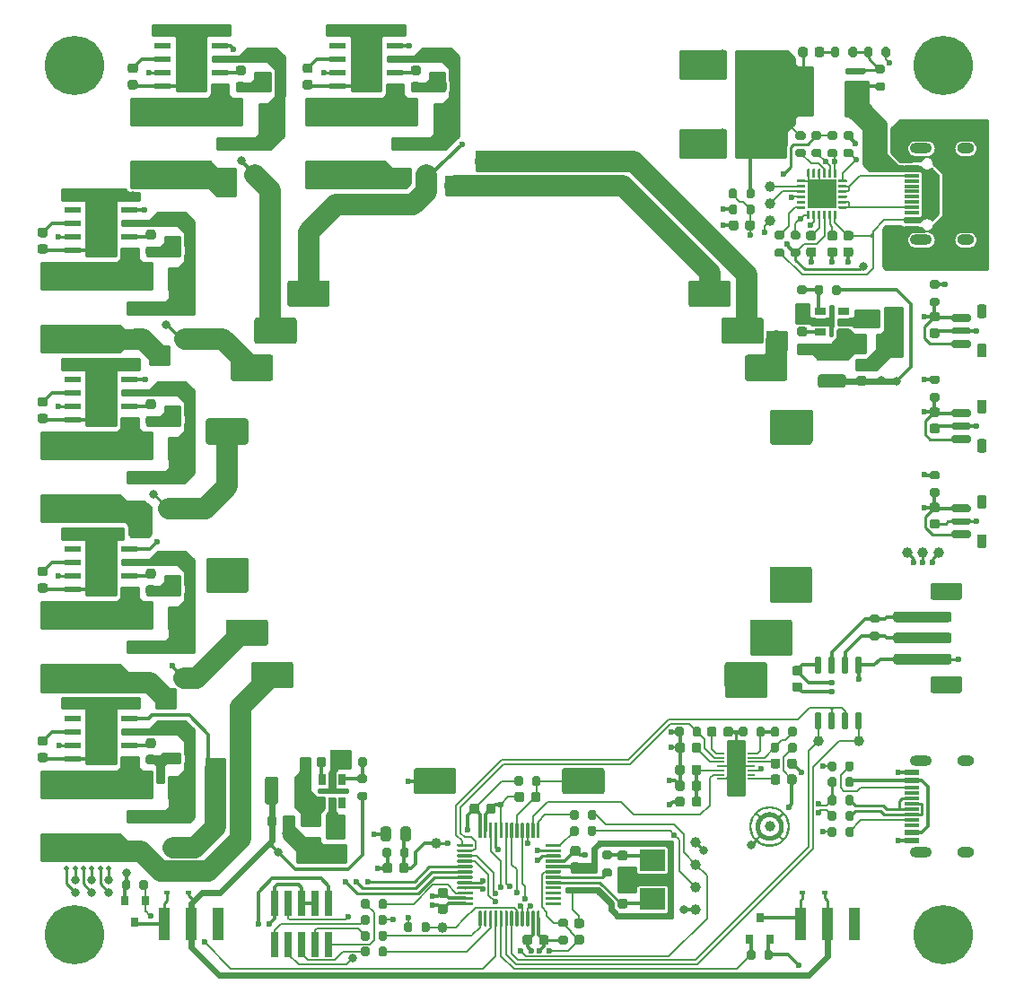
<source format=gbr>
%TF.GenerationSoftware,KiCad,Pcbnew,(5.1.8-0-10_14)*%
%TF.CreationDate,2021-08-11T22:05:50+02:00*%
%TF.ProjectId,Krasse-LED,4b726173-7365-42d4-9c45-442e6b696361,rev?*%
%TF.SameCoordinates,Original*%
%TF.FileFunction,Copper,L1,Top*%
%TF.FilePolarity,Positive*%
%FSLAX46Y46*%
G04 Gerber Fmt 4.6, Leading zero omitted, Abs format (unit mm)*
G04 Created by KiCad (PCBNEW (5.1.8-0-10_14)) date 2021-08-11 22:05:50*
%MOMM*%
%LPD*%
G01*
G04 APERTURE LIST*
%TA.AperFunction,SMDPad,CuDef*%
%ADD10R,1.780000X2.350000*%
%TD*%
%TA.AperFunction,SMDPad,CuDef*%
%ADD11R,0.700000X0.250000*%
%TD*%
%TA.AperFunction,SMDPad,CuDef*%
%ADD12C,1.000000*%
%TD*%
%TA.AperFunction,SMDPad,CuDef*%
%ADD13R,0.740000X2.400000*%
%TD*%
%TA.AperFunction,SMDPad,CuDef*%
%ADD14R,1.450000X0.600000*%
%TD*%
%TA.AperFunction,SMDPad,CuDef*%
%ADD15R,1.450000X0.300000*%
%TD*%
%TA.AperFunction,ComponentPad*%
%ADD16O,2.100000X1.000000*%
%TD*%
%TA.AperFunction,ComponentPad*%
%ADD17O,1.600000X1.000000*%
%TD*%
%TA.AperFunction,SMDPad,CuDef*%
%ADD18C,0.800000*%
%TD*%
%TA.AperFunction,SMDPad,CuDef*%
%ADD19R,1.200000X0.900000*%
%TD*%
%TA.AperFunction,SMDPad,CuDef*%
%ADD20R,0.900000X1.200000*%
%TD*%
%TA.AperFunction,SMDPad,CuDef*%
%ADD21R,1.550000X0.600000*%
%TD*%
%TA.AperFunction,SMDPad,CuDef*%
%ADD22R,2.950000X4.900000*%
%TD*%
%TA.AperFunction,SMDPad,CuDef*%
%ADD23R,7.500000X2.550000*%
%TD*%
%TA.AperFunction,SMDPad,CuDef*%
%ADD24R,2.500000X1.800000*%
%TD*%
%TA.AperFunction,SMDPad,CuDef*%
%ADD25R,0.650000X1.060000*%
%TD*%
%TA.AperFunction,SMDPad,CuDef*%
%ADD26R,1.060000X0.650000*%
%TD*%
%TA.AperFunction,SMDPad,CuDef*%
%ADD27R,1.020000X3.170000*%
%TD*%
%TA.AperFunction,SMDPad,CuDef*%
%ADD28R,0.800000X0.900000*%
%TD*%
%TA.AperFunction,SMDPad,CuDef*%
%ADD29R,0.600000X0.450000*%
%TD*%
%TA.AperFunction,ComponentPad*%
%ADD30C,5.600000*%
%TD*%
%TA.AperFunction,SMDPad,CuDef*%
%ADD31R,2.700000X2.700000*%
%TD*%
%TA.AperFunction,SMDPad,CuDef*%
%ADD32R,2.400000X2.000000*%
%TD*%
%TA.AperFunction,SMDPad,CuDef*%
%ADD33C,0.100000*%
%TD*%
%TA.AperFunction,ViaPad*%
%ADD34C,0.800000*%
%TD*%
%TA.AperFunction,ViaPad*%
%ADD35C,0.600000*%
%TD*%
%TA.AperFunction,ViaPad*%
%ADD36C,0.500000*%
%TD*%
%TA.AperFunction,Conductor*%
%ADD37C,0.300000*%
%TD*%
%TA.AperFunction,Conductor*%
%ADD38C,0.200000*%
%TD*%
%TA.AperFunction,Conductor*%
%ADD39C,0.250000*%
%TD*%
%TA.AperFunction,Conductor*%
%ADD40C,0.600000*%
%TD*%
%TA.AperFunction,Conductor*%
%ADD41C,0.261112*%
%TD*%
%TA.AperFunction,Conductor*%
%ADD42C,0.260604*%
%TD*%
%TA.AperFunction,Conductor*%
%ADD43C,2.000000*%
%TD*%
%TA.AperFunction,Conductor*%
%ADD44C,0.254000*%
%TD*%
%TA.AperFunction,Conductor*%
%ADD45C,0.100000*%
%TD*%
G04 APERTURE END LIST*
D10*
%TO.P,U2,15*%
%TO.N,GND*%
X161400000Y-125100000D03*
D11*
%TO.P,U2,8*%
%TO.N,/MICIN*%
X162875000Y-126300000D03*
%TO.P,U2,7*%
%TO.N,GND*%
X159925000Y-126300000D03*
%TO.P,U2,1*%
%TO.N,/TimingCap*%
X159925000Y-123900000D03*
%TO.P,U2,2*%
%TO.N,MIC_EN*%
X159925000Y-124300000D03*
%TO.P,U2,3*%
%TO.N,/DC-Offs-Adj*%
X159925000Y-124700000D03*
%TO.P,U2,4*%
%TO.N,GND*%
X159925000Y-125100000D03*
%TO.P,U2,5*%
%TO.N,/3V3-ANALOG*%
X159925000Y-125500000D03*
%TO.P,U2,6*%
%TO.N,MIC_OUT*%
X159925000Y-125900000D03*
%TO.P,U2,9*%
%TO.N,Net-(U2-Pad9)*%
X162875000Y-125900000D03*
%TO.P,U2,10*%
%TO.N,+3V3*%
X162875000Y-125500000D03*
%TO.P,U2,11*%
%TO.N,GND*%
X162875000Y-125100000D03*
%TO.P,U2,12*%
%TO.N,/AmpBias*%
X162875000Y-124700000D03*
%TO.P,U2,13*%
%TO.N,/MICBIAS*%
X162875000Y-124300000D03*
%TO.P,U2,14*%
%TO.N,/AGC-Th*%
X162875000Y-123900000D03*
%TD*%
%TO.P,C56,2*%
%TO.N,GND*%
%TA.AperFunction,SMDPad,CuDef*%
G36*
G01*
X141425000Y-127750000D02*
X141425000Y-128250000D01*
G75*
G02*
X141200000Y-128475000I-225000J0D01*
G01*
X140750000Y-128475000D01*
G75*
G02*
X140525000Y-128250000I0J225000D01*
G01*
X140525000Y-127750000D01*
G75*
G02*
X140750000Y-127525000I225000J0D01*
G01*
X141200000Y-127525000D01*
G75*
G02*
X141425000Y-127750000I0J-225000D01*
G01*
G37*
%TD.AperFunction*%
%TO.P,C56,1*%
%TO.N,LED-Temp*%
%TA.AperFunction,SMDPad,CuDef*%
G36*
G01*
X142975000Y-127750000D02*
X142975000Y-128250000D01*
G75*
G02*
X142750000Y-128475000I-225000J0D01*
G01*
X142300000Y-128475000D01*
G75*
G02*
X142075000Y-128250000I0J225000D01*
G01*
X142075000Y-127750000D01*
G75*
G02*
X142300000Y-127525000I225000J0D01*
G01*
X142750000Y-127525000D01*
G75*
G02*
X142975000Y-127750000I0J-225000D01*
G01*
G37*
%TD.AperFunction*%
%TD*%
D12*
%TO.P,TP23,1*%
%TO.N,GND*%
X157550000Y-138600000D03*
%TD*%
%TO.P,TP22,1*%
%TO.N,RX-CONN*%
X157600000Y-134400000D03*
%TD*%
%TO.P,TP21,1*%
%TO.N,TX-CONN*%
X157600000Y-136500000D03*
%TD*%
%TO.P,TP20,1*%
%TO.N,+3V3*%
X157600000Y-132300000D03*
%TD*%
%TO.P,TP7,1*%
%TO.N,BOOT0*%
X133750000Y-140300000D03*
%TD*%
D13*
%TO.P,J1,10*%
%TO.N,/J-RESET*%
X117910000Y-141950000D03*
%TO.P,J1,9*%
%TO.N,GND*%
X117910000Y-138050000D03*
%TO.P,J1,8*%
%TO.N,RX-CONN*%
X119180000Y-141950000D03*
%TO.P,J1,7*%
%TO.N,TX-CONN*%
X119180000Y-138050000D03*
%TO.P,J1,6*%
%TO.N,/J-SWO*%
X120450000Y-141950000D03*
%TO.P,J1,5*%
%TO.N,GND*%
X120450000Y-138050000D03*
%TO.P,J1,4*%
%TO.N,/J-CLK*%
X121720000Y-141950000D03*
%TO.P,J1,3*%
%TO.N,GND*%
X121720000Y-138050000D03*
%TO.P,J1,2*%
%TO.N,/J-DIO*%
X122990000Y-141950000D03*
%TO.P,J1,1*%
%TO.N,+3V3*%
X122990000Y-138050000D03*
%TD*%
D14*
%TO.P,J6,B1*%
%TO.N,GND*%
X177955000Y-67850000D03*
%TO.P,J6,A9*%
%TO.N,/VBUS-PD*%
X177955000Y-68650000D03*
%TO.P,J6,B9*%
X177955000Y-73550000D03*
%TO.P,J6,B12*%
%TO.N,GND*%
X177955000Y-74350000D03*
%TO.P,J6,A1*%
X177955000Y-74350000D03*
%TO.P,J6,A4*%
%TO.N,/VBUS-PD*%
X177955000Y-73550000D03*
%TO.P,J6,B4*%
X177955000Y-68650000D03*
%TO.P,J6,A12*%
%TO.N,GND*%
X177955000Y-67850000D03*
D15*
%TO.P,J6,B8*%
%TO.N,Net-(J6-PadB8)*%
X177955000Y-72850000D03*
%TO.P,J6,A5*%
%TO.N,/CC1-PD*%
X177955000Y-72350000D03*
%TO.P,J6,B7*%
%TO.N,Net-(J6-PadB7)*%
X177955000Y-71850000D03*
%TO.P,J6,A7*%
%TO.N,Net-(J6-PadA7)*%
X177955000Y-70850000D03*
%TO.P,J6,B6*%
%TO.N,Net-(J6-PadB6)*%
X177955000Y-70350000D03*
%TO.P,J6,A8*%
%TO.N,Net-(J6-PadA8)*%
X177955000Y-69850000D03*
%TO.P,J6,B5*%
%TO.N,/CC2-PD*%
X177955000Y-69350000D03*
%TO.P,J6,A6*%
%TO.N,Net-(J6-PadA6)*%
X177955000Y-71350000D03*
D16*
%TO.P,J6,S1*%
%TO.N,Net-(J6-PadS1)*%
X178870000Y-66780000D03*
X178870000Y-75420000D03*
D17*
X183050000Y-75420000D03*
X183050000Y-66780000D03*
%TD*%
D12*
%TO.P,TP14,1*%
%TO.N,USB-PD_ALERT*%
X180550000Y-104900000D03*
%TD*%
%TO.P,TP4,1*%
%TO.N,I2C1_SCL*%
X179050000Y-104900000D03*
%TD*%
%TO.P,TP3,1*%
%TO.N,I2C1_SDA*%
X177550000Y-104900000D03*
%TD*%
%TO.P,D2,8*%
%TO.N,/LED-C-A*%
%TA.AperFunction,SMDPad,CuDef*%
G36*
G01*
X160338000Y-117500000D02*
X160338000Y-115500000D01*
G75*
G02*
X160588000Y-115250000I250000J0D01*
G01*
X164088000Y-115250000D01*
G75*
G02*
X164338000Y-115500000I0J-250000D01*
G01*
X164338000Y-117500000D01*
G75*
G02*
X164088000Y-117750000I-250000J0D01*
G01*
X160588000Y-117750000D01*
G75*
G02*
X160338000Y-117500000I0J250000D01*
G01*
G37*
%TD.AperFunction*%
%TO.P,D2,6*%
%TO.N,/LED-A-A*%
%TA.AperFunction,SMDPad,CuDef*%
G36*
G01*
X113276000Y-113500000D02*
X113276000Y-111500000D01*
G75*
G02*
X113526000Y-111250000I250000J0D01*
G01*
X117026000Y-111250000D01*
G75*
G02*
X117276000Y-111500000I0J-250000D01*
G01*
X117276000Y-113500000D01*
G75*
G02*
X117026000Y-113750000I-250000J0D01*
G01*
X113526000Y-113750000D01*
G75*
G02*
X113276000Y-113500000I0J250000D01*
G01*
G37*
%TD.AperFunction*%
%TO.P,D2,10*%
%TO.N,/LED-L-C*%
%TA.AperFunction,SMDPad,CuDef*%
G36*
G01*
X164584000Y-108500000D02*
X164584000Y-106500000D01*
G75*
G02*
X164834000Y-106250000I250000J0D01*
G01*
X168334000Y-106250000D01*
G75*
G02*
X168584000Y-106500000I0J-250000D01*
G01*
X168584000Y-108500000D01*
G75*
G02*
X168334000Y-108750000I-250000J0D01*
G01*
X164834000Y-108750000D01*
G75*
G02*
X164584000Y-108500000I0J250000D01*
G01*
G37*
%TD.AperFunction*%
%TO.P,D2,11*%
%TO.N,/LIME-SERIES*%
%TA.AperFunction,SMDPad,CuDef*%
G36*
G01*
X164605000Y-94500000D02*
X164605000Y-92500000D01*
G75*
G02*
X164855000Y-92250000I250000J0D01*
G01*
X168355000Y-92250000D01*
G75*
G02*
X168605000Y-92500000I0J-250000D01*
G01*
X168605000Y-94500000D01*
G75*
G02*
X168355000Y-94750000I-250000J0D01*
G01*
X164855000Y-94750000D01*
G75*
G02*
X164605000Y-94500000I0J250000D01*
G01*
G37*
%TD.AperFunction*%
%TO.P,D2,3*%
%TO.N,/LED-G-A*%
%TA.AperFunction,SMDPad,CuDef*%
G36*
G01*
X113745000Y-88500000D02*
X113745000Y-86500000D01*
G75*
G02*
X113995000Y-86250000I250000J0D01*
G01*
X117495000Y-86250000D01*
G75*
G02*
X117745000Y-86500000I0J-250000D01*
G01*
X117745000Y-88500000D01*
G75*
G02*
X117495000Y-88750000I-250000J0D01*
G01*
X113995000Y-88750000D01*
G75*
G02*
X113745000Y-88500000I0J250000D01*
G01*
G37*
%TD.AperFunction*%
%TO.P,D2,13*%
%TO.N,/LED-B-C*%
%TA.AperFunction,SMDPad,CuDef*%
G36*
G01*
X160030000Y-85000000D02*
X160030000Y-83000000D01*
G75*
G02*
X160280000Y-82750000I250000J0D01*
G01*
X163780000Y-82750000D01*
G75*
G02*
X164030000Y-83000000I0J-250000D01*
G01*
X164030000Y-85000000D01*
G75*
G02*
X163780000Y-85250000I-250000J0D01*
G01*
X160280000Y-85250000D01*
G75*
G02*
X160030000Y-85000000I0J250000D01*
G01*
G37*
%TD.AperFunction*%
%TO.P,D2,14*%
%TO.N,/LED-R-C*%
%TA.AperFunction,SMDPad,CuDef*%
G36*
G01*
X156917000Y-81500000D02*
X156917000Y-79500000D01*
G75*
G02*
X157167000Y-79250000I250000J0D01*
G01*
X160667000Y-79250000D01*
G75*
G02*
X160917000Y-79500000I0J-250000D01*
G01*
X160917000Y-81500000D01*
G75*
G02*
X160667000Y-81750000I-250000J0D01*
G01*
X157167000Y-81750000D01*
G75*
G02*
X156917000Y-81500000I0J250000D01*
G01*
G37*
%TD.AperFunction*%
%TO.P,D2,2-RT*%
%TO.N,LED-Temp*%
%TA.AperFunction,SMDPad,CuDef*%
G36*
G01*
X145000000Y-127500000D02*
X145000000Y-125500000D01*
G75*
G02*
X145250000Y-125250000I250000J0D01*
G01*
X148750000Y-125250000D01*
G75*
G02*
X149000000Y-125500000I0J-250000D01*
G01*
X149000000Y-127500000D01*
G75*
G02*
X148750000Y-127750000I-250000J0D01*
G01*
X145250000Y-127750000D01*
G75*
G02*
X145000000Y-127500000I0J250000D01*
G01*
G37*
%TD.AperFunction*%
%TO.P,D2,1-RT*%
%TO.N,GND*%
%TA.AperFunction,SMDPad,CuDef*%
G36*
G01*
X131000000Y-127500000D02*
X131000000Y-125500000D01*
G75*
G02*
X131250000Y-125250000I250000J0D01*
G01*
X134750000Y-125250000D01*
G75*
G02*
X135000000Y-125500000I0J-250000D01*
G01*
X135000000Y-127500000D01*
G75*
G02*
X134750000Y-127750000I-250000J0D01*
G01*
X131250000Y-127750000D01*
G75*
G02*
X131000000Y-127500000I0J250000D01*
G01*
G37*
%TD.AperFunction*%
%TO.P,D2,7*%
%TO.N,/LED-C-C*%
%TA.AperFunction,SMDPad,CuDef*%
G36*
G01*
X115662000Y-117500000D02*
X115662000Y-115500000D01*
G75*
G02*
X115912000Y-115250000I250000J0D01*
G01*
X119412000Y-115250000D01*
G75*
G02*
X119662000Y-115500000I0J-250000D01*
G01*
X119662000Y-117500000D01*
G75*
G02*
X119412000Y-117750000I-250000J0D01*
G01*
X115912000Y-117750000D01*
G75*
G02*
X115662000Y-117500000I0J250000D01*
G01*
G37*
%TD.AperFunction*%
%TO.P,D2,9*%
%TO.N,/LED-A-C*%
%TA.AperFunction,SMDPad,CuDef*%
G36*
G01*
X162724000Y-113500000D02*
X162724000Y-111500000D01*
G75*
G02*
X162974000Y-111250000I250000J0D01*
G01*
X166474000Y-111250000D01*
G75*
G02*
X166724000Y-111500000I0J-250000D01*
G01*
X166724000Y-113500000D01*
G75*
G02*
X166474000Y-113750000I-250000J0D01*
G01*
X162974000Y-113750000D01*
G75*
G02*
X162724000Y-113500000I0J250000D01*
G01*
G37*
%TD.AperFunction*%
%TO.P,D2,5*%
%TO.N,/LIME-SERIES*%
%TA.AperFunction,SMDPad,CuDef*%
G36*
G01*
X111416000Y-108500000D02*
X111416000Y-106500000D01*
G75*
G02*
X111666000Y-106250000I250000J0D01*
G01*
X115166000Y-106250000D01*
G75*
G02*
X115416000Y-106500000I0J-250000D01*
G01*
X115416000Y-108500000D01*
G75*
G02*
X115166000Y-108750000I-250000J0D01*
G01*
X111666000Y-108750000D01*
G75*
G02*
X111416000Y-108500000I0J250000D01*
G01*
G37*
%TD.AperFunction*%
%TO.P,D2,4*%
%TO.N,/LED-L-A*%
%TA.AperFunction,SMDPad,CuDef*%
G36*
G01*
X111395000Y-94500000D02*
X111395000Y-92500000D01*
G75*
G02*
X111645000Y-92250000I250000J0D01*
G01*
X115145000Y-92250000D01*
G75*
G02*
X115395000Y-92500000I0J-250000D01*
G01*
X115395000Y-94500000D01*
G75*
G02*
X115145000Y-94750000I-250000J0D01*
G01*
X111645000Y-94750000D01*
G75*
G02*
X111395000Y-94500000I0J250000D01*
G01*
G37*
%TD.AperFunction*%
%TO.P,D2,12*%
%TO.N,/LED-G-C*%
%TA.AperFunction,SMDPad,CuDef*%
G36*
G01*
X162255000Y-88500000D02*
X162255000Y-86500000D01*
G75*
G02*
X162505000Y-86250000I250000J0D01*
G01*
X166005000Y-86250000D01*
G75*
G02*
X166255000Y-86500000I0J-250000D01*
G01*
X166255000Y-88500000D01*
G75*
G02*
X166005000Y-88750000I-250000J0D01*
G01*
X162505000Y-88750000D01*
G75*
G02*
X162255000Y-88500000I0J250000D01*
G01*
G37*
%TD.AperFunction*%
%TO.P,D2,2*%
%TO.N,/LED-B-A*%
%TA.AperFunction,SMDPad,CuDef*%
G36*
G01*
X115970000Y-85000000D02*
X115970000Y-83000000D01*
G75*
G02*
X116220000Y-82750000I250000J0D01*
G01*
X119720000Y-82750000D01*
G75*
G02*
X119970000Y-83000000I0J-250000D01*
G01*
X119970000Y-85000000D01*
G75*
G02*
X119720000Y-85250000I-250000J0D01*
G01*
X116220000Y-85250000D01*
G75*
G02*
X115970000Y-85000000I0J250000D01*
G01*
G37*
%TD.AperFunction*%
%TO.P,D2,1*%
%TO.N,/LED-R-A*%
%TA.AperFunction,SMDPad,CuDef*%
G36*
G01*
X119083000Y-81500000D02*
X119083000Y-79500000D01*
G75*
G02*
X119333000Y-79250000I250000J0D01*
G01*
X122833000Y-79250000D01*
G75*
G02*
X123083000Y-79500000I0J-250000D01*
G01*
X123083000Y-81500000D01*
G75*
G02*
X122833000Y-81750000I-250000J0D01*
G01*
X119333000Y-81750000D01*
G75*
G02*
X119083000Y-81500000I0J250000D01*
G01*
G37*
%TD.AperFunction*%
%TD*%
%TO.P,TP17,1*%
%TO.N,/PD-GPIO*%
X164650000Y-72000000D03*
%TD*%
%TO.P,TP16,1*%
%TO.N,/PWROK3*%
X164650000Y-70350000D03*
%TD*%
%TO.P,TP15,1*%
%TO.N,/PWROK2*%
X164650000Y-73600000D03*
%TD*%
%TO.P,TP6,1*%
%TO.N,Light*%
X133150000Y-132400000D03*
%TD*%
%TO.P,TP2,1*%
%TO.N,DMX_OUT*%
X172980000Y-122700000D03*
%TD*%
%TO.P,TP1,1*%
%TO.N,DMX_IN*%
X169170000Y-122700000D03*
%TD*%
D18*
%TO.P,TP13,1*%
%TO.N,DIM_CYAN*%
X102250000Y-135800000D03*
%TD*%
%TO.P,TP12,1*%
%TO.N,DIM_AMBER*%
X102250000Y-137000000D03*
%TD*%
%TO.P,TP11,1*%
%TO.N,DIM_LIME*%
X100650000Y-135800000D03*
%TD*%
%TO.P,TP10,1*%
%TO.N,DIM_GREEN*%
X100650000Y-137000000D03*
%TD*%
%TO.P,TP9,1*%
%TO.N,DIM_BLUE*%
X99050000Y-135800000D03*
%TD*%
%TO.P,TP8,1*%
%TO.N,DIM_RED*%
X99050000Y-137000000D03*
%TD*%
%TO.P,C53,-*%
%TO.N,GND*%
%TA.AperFunction,SMDPad,CuDef*%
G36*
G01*
X159475000Y-65949600D02*
X159475000Y-67050400D01*
G75*
G02*
X159225400Y-67300000I-249600J0D01*
G01*
X156374600Y-67300000D01*
G75*
G02*
X156125000Y-67050400I0J249600D01*
G01*
X156125000Y-65949600D01*
G75*
G02*
X156374600Y-65700000I249600J0D01*
G01*
X159225400Y-65700000D01*
G75*
G02*
X159475000Y-65949600I0J-249600D01*
G01*
G37*
%TD.AperFunction*%
%TO.P,C53,+*%
%TO.N,VCC*%
%TA.AperFunction,SMDPad,CuDef*%
G36*
G01*
X165150000Y-65949600D02*
X165150000Y-67050400D01*
G75*
G02*
X164900400Y-67300000I-249600J0D01*
G01*
X161899600Y-67300000D01*
G75*
G02*
X161650000Y-67050400I0J249600D01*
G01*
X161650000Y-65949600D01*
G75*
G02*
X161899600Y-65700000I249600J0D01*
G01*
X164900400Y-65700000D01*
G75*
G02*
X165150000Y-65949600I0J-249600D01*
G01*
G37*
%TD.AperFunction*%
%TD*%
%TO.P,C48,-*%
%TO.N,GND*%
%TA.AperFunction,SMDPad,CuDef*%
G36*
G01*
X159475000Y-58149600D02*
X159475000Y-59250400D01*
G75*
G02*
X159225400Y-59500000I-249600J0D01*
G01*
X156374600Y-59500000D01*
G75*
G02*
X156125000Y-59250400I0J249600D01*
G01*
X156125000Y-58149600D01*
G75*
G02*
X156374600Y-57900000I249600J0D01*
G01*
X159225400Y-57900000D01*
G75*
G02*
X159475000Y-58149600I0J-249600D01*
G01*
G37*
%TD.AperFunction*%
%TO.P,C48,+*%
%TO.N,VCC*%
%TA.AperFunction,SMDPad,CuDef*%
G36*
G01*
X165150000Y-58149600D02*
X165150000Y-59250400D01*
G75*
G02*
X164900400Y-59500000I-249600J0D01*
G01*
X161899600Y-59500000D01*
G75*
G02*
X161650000Y-59250400I0J249600D01*
G01*
X161650000Y-58149600D01*
G75*
G02*
X161899600Y-57900000I249600J0D01*
G01*
X164900400Y-57900000D01*
G75*
G02*
X165150000Y-58149600I0J-249600D01*
G01*
G37*
%TD.AperFunction*%
%TD*%
D19*
%TO.P,D9,2*%
%TO.N,GND*%
X121200000Y-133600000D03*
%TO.P,D9,1*%
%TO.N,/SW-12V*%
X121200000Y-130300000D03*
%TD*%
D20*
%TO.P,D8,2*%
%TO.N,GND*%
X176550000Y-85250000D03*
%TO.P,D8,1*%
%TO.N,/SW-3V3*%
X173250000Y-85250000D03*
%TD*%
%TO.P,L8,2*%
%TO.N,+12V*%
%TA.AperFunction,SMDPad,CuDef*%
G36*
G01*
X118225000Y-126325000D02*
X118225000Y-128475000D01*
G75*
G02*
X117975000Y-128725000I-250000J0D01*
G01*
X117225000Y-128725000D01*
G75*
G02*
X116975000Y-128475000I0J250000D01*
G01*
X116975000Y-126325000D01*
G75*
G02*
X117225000Y-126075000I250000J0D01*
G01*
X117975000Y-126075000D01*
G75*
G02*
X118225000Y-126325000I0J-250000D01*
G01*
G37*
%TD.AperFunction*%
%TO.P,L8,1*%
%TO.N,/SW-12V*%
%TA.AperFunction,SMDPad,CuDef*%
G36*
G01*
X121025000Y-126325000D02*
X121025000Y-128475000D01*
G75*
G02*
X120775000Y-128725000I-250000J0D01*
G01*
X120025000Y-128725000D01*
G75*
G02*
X119775000Y-128475000I0J250000D01*
G01*
X119775000Y-126325000D01*
G75*
G02*
X120025000Y-126075000I250000J0D01*
G01*
X120775000Y-126075000D01*
G75*
G02*
X121025000Y-126325000I0J-250000D01*
G01*
G37*
%TD.AperFunction*%
%TD*%
%TO.P,L7,2*%
%TO.N,+3V3*%
%TA.AperFunction,SMDPad,CuDef*%
G36*
G01*
X169375000Y-88125000D02*
X171525000Y-88125000D01*
G75*
G02*
X171775000Y-88375000I0J-250000D01*
G01*
X171775000Y-89125000D01*
G75*
G02*
X171525000Y-89375000I-250000J0D01*
G01*
X169375000Y-89375000D01*
G75*
G02*
X169125000Y-89125000I0J250000D01*
G01*
X169125000Y-88375000D01*
G75*
G02*
X169375000Y-88125000I250000J0D01*
G01*
G37*
%TD.AperFunction*%
%TO.P,L7,1*%
%TO.N,/SW-3V3*%
%TA.AperFunction,SMDPad,CuDef*%
G36*
G01*
X169375000Y-85325000D02*
X171525000Y-85325000D01*
G75*
G02*
X171775000Y-85575000I0J-250000D01*
G01*
X171775000Y-86325000D01*
G75*
G02*
X171525000Y-86575000I-250000J0D01*
G01*
X169375000Y-86575000D01*
G75*
G02*
X169125000Y-86325000I0J250000D01*
G01*
X169125000Y-85575000D01*
G75*
G02*
X169375000Y-85325000I250000J0D01*
G01*
G37*
%TD.AperFunction*%
%TD*%
D21*
%TO.P,U4,8*%
%TO.N,/LED-R-A*%
X129200000Y-57095000D03*
%TO.P,U4,7*%
%TO.N,VCC*%
X129200000Y-58365000D03*
%TO.P,U4,6*%
%TO.N,/VDD-R*%
X129200000Y-59635000D03*
%TO.P,U4,5*%
%TO.N,/SW-R*%
X129200000Y-60905000D03*
%TO.P,U4,4*%
%TO.N,GND*%
X123800000Y-60905000D03*
%TO.P,U4,3*%
%TO.N,DIM_RED*%
X123800000Y-59635000D03*
%TO.P,U4,2*%
%TO.N,/COMP-R*%
X123800000Y-58365000D03*
%TO.P,U4,1*%
%TO.N,Net-(U4-Pad1)*%
X123800000Y-57095000D03*
D22*
%TO.P,U4,9*%
%TO.N,GND*%
X126500000Y-59000000D03*
%TD*%
%TO.P,R13,2*%
%TO.N,/LED-R-A*%
%TA.AperFunction,SMDPad,CuDef*%
G36*
G01*
X131524998Y-68700000D02*
X132775002Y-68700000D01*
G75*
G02*
X133025000Y-68949998I0J-249998D01*
G01*
X133025000Y-69575002D01*
G75*
G02*
X132775002Y-69825000I-249998J0D01*
G01*
X131524998Y-69825000D01*
G75*
G02*
X131275000Y-69575002I0J249998D01*
G01*
X131275000Y-68949998D01*
G75*
G02*
X131524998Y-68700000I249998J0D01*
G01*
G37*
%TD.AperFunction*%
%TO.P,R13,1*%
%TO.N,VCC*%
%TA.AperFunction,SMDPad,CuDef*%
G36*
G01*
X131524998Y-65775000D02*
X132775002Y-65775000D01*
G75*
G02*
X133025000Y-66024998I0J-249998D01*
G01*
X133025000Y-66650002D01*
G75*
G02*
X132775002Y-66900000I-249998J0D01*
G01*
X131524998Y-66900000D01*
G75*
G02*
X131275000Y-66650002I0J249998D01*
G01*
X131275000Y-66024998D01*
G75*
G02*
X131524998Y-65775000I249998J0D01*
G01*
G37*
%TD.AperFunction*%
%TD*%
D23*
%TO.P,L1,2*%
%TO.N,/LED-R-C*%
X124500000Y-69250000D03*
%TO.P,L1,1*%
%TO.N,/SW-R*%
X124500000Y-63350000D03*
%TD*%
D24*
%TO.P,D1,2*%
%TO.N,/SW-R*%
X130100000Y-63600000D03*
%TO.P,D1,1*%
%TO.N,VCC*%
X134100000Y-63600000D03*
%TD*%
%TO.P,C22,2*%
%TO.N,GND*%
%TA.AperFunction,SMDPad,CuDef*%
G36*
G01*
X132549999Y-60300000D02*
X133850001Y-60300000D01*
G75*
G02*
X134100000Y-60549999I0J-249999D01*
G01*
X134100000Y-61200001D01*
G75*
G02*
X133850001Y-61450000I-249999J0D01*
G01*
X132549999Y-61450000D01*
G75*
G02*
X132300000Y-61200001I0J249999D01*
G01*
X132300000Y-60549999D01*
G75*
G02*
X132549999Y-60300000I249999J0D01*
G01*
G37*
%TD.AperFunction*%
%TO.P,C22,1*%
%TO.N,VCC*%
%TA.AperFunction,SMDPad,CuDef*%
G36*
G01*
X132549999Y-57350000D02*
X133850001Y-57350000D01*
G75*
G02*
X134100000Y-57599999I0J-249999D01*
G01*
X134100000Y-58250001D01*
G75*
G02*
X133850001Y-58500000I-249999J0D01*
G01*
X132549999Y-58500000D01*
G75*
G02*
X132300000Y-58250001I0J249999D01*
G01*
X132300000Y-57599999D01*
G75*
G02*
X132549999Y-57350000I249999J0D01*
G01*
G37*
%TD.AperFunction*%
%TD*%
%TO.P,C21,2*%
%TO.N,/VDD-R*%
%TA.AperFunction,SMDPad,CuDef*%
G36*
G01*
X131450000Y-59875000D02*
X130950000Y-59875000D01*
G75*
G02*
X130725000Y-59650000I0J225000D01*
G01*
X130725000Y-59200000D01*
G75*
G02*
X130950000Y-58975000I225000J0D01*
G01*
X131450000Y-58975000D01*
G75*
G02*
X131675000Y-59200000I0J-225000D01*
G01*
X131675000Y-59650000D01*
G75*
G02*
X131450000Y-59875000I-225000J0D01*
G01*
G37*
%TD.AperFunction*%
%TO.P,C21,1*%
%TO.N,GND*%
%TA.AperFunction,SMDPad,CuDef*%
G36*
G01*
X131450000Y-61425000D02*
X130950000Y-61425000D01*
G75*
G02*
X130725000Y-61200000I0J225000D01*
G01*
X130725000Y-60750000D01*
G75*
G02*
X130950000Y-60525000I225000J0D01*
G01*
X131450000Y-60525000D01*
G75*
G02*
X131675000Y-60750000I0J-225000D01*
G01*
X131675000Y-61200000D01*
G75*
G02*
X131450000Y-61425000I-225000J0D01*
G01*
G37*
%TD.AperFunction*%
%TD*%
%TO.P,C20,2*%
%TO.N,/COMP-R*%
%TA.AperFunction,SMDPad,CuDef*%
G36*
G01*
X121250000Y-59675000D02*
X120750000Y-59675000D01*
G75*
G02*
X120525000Y-59450000I0J225000D01*
G01*
X120525000Y-59000000D01*
G75*
G02*
X120750000Y-58775000I225000J0D01*
G01*
X121250000Y-58775000D01*
G75*
G02*
X121475000Y-59000000I0J-225000D01*
G01*
X121475000Y-59450000D01*
G75*
G02*
X121250000Y-59675000I-225000J0D01*
G01*
G37*
%TD.AperFunction*%
%TO.P,C20,1*%
%TO.N,GND*%
%TA.AperFunction,SMDPad,CuDef*%
G36*
G01*
X121250000Y-61225000D02*
X120750000Y-61225000D01*
G75*
G02*
X120525000Y-61000000I0J225000D01*
G01*
X120525000Y-60550000D01*
G75*
G02*
X120750000Y-60325000I225000J0D01*
G01*
X121250000Y-60325000D01*
G75*
G02*
X121475000Y-60550000I0J-225000D01*
G01*
X121475000Y-61000000D01*
G75*
G02*
X121250000Y-61225000I-225000J0D01*
G01*
G37*
%TD.AperFunction*%
%TD*%
%TO.P,C13,2*%
%TO.N,/LED-R-C*%
%TA.AperFunction,SMDPad,CuDef*%
G36*
G01*
X129149999Y-68700000D02*
X130450001Y-68700000D01*
G75*
G02*
X130700000Y-68949999I0J-249999D01*
G01*
X130700000Y-69600001D01*
G75*
G02*
X130450001Y-69850000I-249999J0D01*
G01*
X129149999Y-69850000D01*
G75*
G02*
X128900000Y-69600001I0J249999D01*
G01*
X128900000Y-68949999D01*
G75*
G02*
X129149999Y-68700000I249999J0D01*
G01*
G37*
%TD.AperFunction*%
%TO.P,C13,1*%
%TO.N,VCC*%
%TA.AperFunction,SMDPad,CuDef*%
G36*
G01*
X129149999Y-65750000D02*
X130450001Y-65750000D01*
G75*
G02*
X130700000Y-65999999I0J-249999D01*
G01*
X130700000Y-66650001D01*
G75*
G02*
X130450001Y-66900000I-249999J0D01*
G01*
X129149999Y-66900000D01*
G75*
G02*
X128900000Y-66650001I0J249999D01*
G01*
X128900000Y-65999999D01*
G75*
G02*
X129149999Y-65750000I249999J0D01*
G01*
G37*
%TD.AperFunction*%
%TD*%
D21*
%TO.P,U9,8*%
%TO.N,/LED-C-A*%
X104200000Y-120595000D03*
%TO.P,U9,7*%
%TO.N,VCC*%
X104200000Y-121865000D03*
%TO.P,U9,6*%
%TO.N,/VDD-C*%
X104200000Y-123135000D03*
%TO.P,U9,5*%
%TO.N,/SW-C*%
X104200000Y-124405000D03*
%TO.P,U9,4*%
%TO.N,GND*%
X98800000Y-124405000D03*
%TO.P,U9,3*%
%TO.N,DIM_CYAN*%
X98800000Y-123135000D03*
%TO.P,U9,2*%
%TO.N,/COMP-C*%
X98800000Y-121865000D03*
%TO.P,U9,1*%
%TO.N,Net-(U9-Pad1)*%
X98800000Y-120595000D03*
D22*
%TO.P,U9,9*%
%TO.N,GND*%
X101500000Y-122500000D03*
%TD*%
D21*
%TO.P,U8,8*%
%TO.N,/LED-A-A*%
X104200000Y-104595000D03*
%TO.P,U8,7*%
%TO.N,VCC*%
X104200000Y-105865000D03*
%TO.P,U8,6*%
%TO.N,/VDD-A*%
X104200000Y-107135000D03*
%TO.P,U8,5*%
%TO.N,/SW-A*%
X104200000Y-108405000D03*
%TO.P,U8,4*%
%TO.N,GND*%
X98800000Y-108405000D03*
%TO.P,U8,3*%
%TO.N,DIM_AMBER*%
X98800000Y-107135000D03*
%TO.P,U8,2*%
%TO.N,/COMP-A*%
X98800000Y-105865000D03*
%TO.P,U8,1*%
%TO.N,Net-(U8-Pad1)*%
X98800000Y-104595000D03*
D22*
%TO.P,U8,9*%
%TO.N,GND*%
X101500000Y-106500000D03*
%TD*%
D21*
%TO.P,U7,8*%
%TO.N,/LED-L-A*%
X104200000Y-88595000D03*
%TO.P,U7,7*%
%TO.N,VCC*%
X104200000Y-89865000D03*
%TO.P,U7,6*%
%TO.N,/VDD-L*%
X104200000Y-91135000D03*
%TO.P,U7,5*%
%TO.N,/SW-L*%
X104200000Y-92405000D03*
%TO.P,U7,4*%
%TO.N,GND*%
X98800000Y-92405000D03*
%TO.P,U7,3*%
%TO.N,DIM_LIME*%
X98800000Y-91135000D03*
%TO.P,U7,2*%
%TO.N,/COMP-L*%
X98800000Y-89865000D03*
%TO.P,U7,1*%
%TO.N,Net-(U7-Pad1)*%
X98800000Y-88595000D03*
D22*
%TO.P,U7,9*%
%TO.N,GND*%
X101500000Y-90500000D03*
%TD*%
D21*
%TO.P,U6,8*%
%TO.N,/LED-G-A*%
X104200000Y-72595000D03*
%TO.P,U6,7*%
%TO.N,VCC*%
X104200000Y-73865000D03*
%TO.P,U6,6*%
%TO.N,/VDD-G*%
X104200000Y-75135000D03*
%TO.P,U6,5*%
%TO.N,/SW-G*%
X104200000Y-76405000D03*
%TO.P,U6,4*%
%TO.N,GND*%
X98800000Y-76405000D03*
%TO.P,U6,3*%
%TO.N,DIM_GREEN*%
X98800000Y-75135000D03*
%TO.P,U6,2*%
%TO.N,/COMP-G*%
X98800000Y-73865000D03*
%TO.P,U6,1*%
%TO.N,Net-(U6-Pad1)*%
X98800000Y-72595000D03*
D22*
%TO.P,U6,9*%
%TO.N,GND*%
X101500000Y-74500000D03*
%TD*%
D21*
%TO.P,U5,8*%
%TO.N,/LED-B-A*%
X112700000Y-57095000D03*
%TO.P,U5,7*%
%TO.N,VCC*%
X112700000Y-58365000D03*
%TO.P,U5,6*%
%TO.N,/VDD-B*%
X112700000Y-59635000D03*
%TO.P,U5,5*%
%TO.N,/SW-B*%
X112700000Y-60905000D03*
%TO.P,U5,4*%
%TO.N,GND*%
X107300000Y-60905000D03*
%TO.P,U5,3*%
%TO.N,DIM_BLUE*%
X107300000Y-59635000D03*
%TO.P,U5,2*%
%TO.N,/COMP-B*%
X107300000Y-58365000D03*
%TO.P,U5,1*%
%TO.N,Net-(U5-Pad1)*%
X107300000Y-57095000D03*
D22*
%TO.P,U5,9*%
%TO.N,GND*%
X110000000Y-59000000D03*
%TD*%
%TO.P,R23,2*%
%TO.N,VCC*%
%TA.AperFunction,SMDPad,CuDef*%
G36*
G01*
X108925002Y-130400000D02*
X107674998Y-130400000D01*
G75*
G02*
X107425000Y-130150002I0J249998D01*
G01*
X107425000Y-129524998D01*
G75*
G02*
X107674998Y-129275000I249998J0D01*
G01*
X108925002Y-129275000D01*
G75*
G02*
X109175000Y-129524998I0J-249998D01*
G01*
X109175000Y-130150002D01*
G75*
G02*
X108925002Y-130400000I-249998J0D01*
G01*
G37*
%TD.AperFunction*%
%TO.P,R23,1*%
%TO.N,/LED-C-A*%
%TA.AperFunction,SMDPad,CuDef*%
G36*
G01*
X108925002Y-133325000D02*
X107674998Y-133325000D01*
G75*
G02*
X107425000Y-133075002I0J249998D01*
G01*
X107425000Y-132449998D01*
G75*
G02*
X107674998Y-132200000I249998J0D01*
G01*
X108925002Y-132200000D01*
G75*
G02*
X109175000Y-132449998I0J-249998D01*
G01*
X109175000Y-133075002D01*
G75*
G02*
X108925002Y-133325000I-249998J0D01*
G01*
G37*
%TD.AperFunction*%
%TD*%
%TO.P,R22,2*%
%TO.N,VCC*%
%TA.AperFunction,SMDPad,CuDef*%
G36*
G01*
X109975002Y-114400000D02*
X108724998Y-114400000D01*
G75*
G02*
X108475000Y-114150002I0J249998D01*
G01*
X108475000Y-113524998D01*
G75*
G02*
X108724998Y-113275000I249998J0D01*
G01*
X109975002Y-113275000D01*
G75*
G02*
X110225000Y-113524998I0J-249998D01*
G01*
X110225000Y-114150002D01*
G75*
G02*
X109975002Y-114400000I-249998J0D01*
G01*
G37*
%TD.AperFunction*%
%TO.P,R22,1*%
%TO.N,/LED-A-A*%
%TA.AperFunction,SMDPad,CuDef*%
G36*
G01*
X109975002Y-117325000D02*
X108724998Y-117325000D01*
G75*
G02*
X108475000Y-117075002I0J249998D01*
G01*
X108475000Y-116449998D01*
G75*
G02*
X108724998Y-116200000I249998J0D01*
G01*
X109975002Y-116200000D01*
G75*
G02*
X110225000Y-116449998I0J-249998D01*
G01*
X110225000Y-117075002D01*
G75*
G02*
X109975002Y-117325000I-249998J0D01*
G01*
G37*
%TD.AperFunction*%
%TD*%
%TO.P,R21,2*%
%TO.N,VCC*%
%TA.AperFunction,SMDPad,CuDef*%
G36*
G01*
X108475002Y-98400000D02*
X107224998Y-98400000D01*
G75*
G02*
X106975000Y-98150002I0J249998D01*
G01*
X106975000Y-97524998D01*
G75*
G02*
X107224998Y-97275000I249998J0D01*
G01*
X108475002Y-97275000D01*
G75*
G02*
X108725000Y-97524998I0J-249998D01*
G01*
X108725000Y-98150002D01*
G75*
G02*
X108475002Y-98400000I-249998J0D01*
G01*
G37*
%TD.AperFunction*%
%TO.P,R21,1*%
%TO.N,/LED-L-A*%
%TA.AperFunction,SMDPad,CuDef*%
G36*
G01*
X108475002Y-101325000D02*
X107224998Y-101325000D01*
G75*
G02*
X106975000Y-101075002I0J249998D01*
G01*
X106975000Y-100449998D01*
G75*
G02*
X107224998Y-100200000I249998J0D01*
G01*
X108475002Y-100200000D01*
G75*
G02*
X108725000Y-100449998I0J-249998D01*
G01*
X108725000Y-101075002D01*
G75*
G02*
X108475002Y-101325000I-249998J0D01*
G01*
G37*
%TD.AperFunction*%
%TD*%
%TO.P,R20,2*%
%TO.N,VCC*%
%TA.AperFunction,SMDPad,CuDef*%
G36*
G01*
X110075002Y-82400000D02*
X108824998Y-82400000D01*
G75*
G02*
X108575000Y-82150002I0J249998D01*
G01*
X108575000Y-81524998D01*
G75*
G02*
X108824998Y-81275000I249998J0D01*
G01*
X110075002Y-81275000D01*
G75*
G02*
X110325000Y-81524998I0J-249998D01*
G01*
X110325000Y-82150002D01*
G75*
G02*
X110075002Y-82400000I-249998J0D01*
G01*
G37*
%TD.AperFunction*%
%TO.P,R20,1*%
%TO.N,/LED-G-A*%
%TA.AperFunction,SMDPad,CuDef*%
G36*
G01*
X110075002Y-85325000D02*
X108824998Y-85325000D01*
G75*
G02*
X108575000Y-85075002I0J249998D01*
G01*
X108575000Y-84449998D01*
G75*
G02*
X108824998Y-84200000I249998J0D01*
G01*
X110075002Y-84200000D01*
G75*
G02*
X110325000Y-84449998I0J-249998D01*
G01*
X110325000Y-85075002D01*
G75*
G02*
X110075002Y-85325000I-249998J0D01*
G01*
G37*
%TD.AperFunction*%
%TD*%
%TO.P,R19,2*%
%TO.N,VCC*%
%TA.AperFunction,SMDPad,CuDef*%
G36*
G01*
X116675002Y-66900000D02*
X115424998Y-66900000D01*
G75*
G02*
X115175000Y-66650002I0J249998D01*
G01*
X115175000Y-66024998D01*
G75*
G02*
X115424998Y-65775000I249998J0D01*
G01*
X116675002Y-65775000D01*
G75*
G02*
X116925000Y-66024998I0J-249998D01*
G01*
X116925000Y-66650002D01*
G75*
G02*
X116675002Y-66900000I-249998J0D01*
G01*
G37*
%TD.AperFunction*%
%TO.P,R19,1*%
%TO.N,/LED-B-A*%
%TA.AperFunction,SMDPad,CuDef*%
G36*
G01*
X116675002Y-69825000D02*
X115424998Y-69825000D01*
G75*
G02*
X115175000Y-69575002I0J249998D01*
G01*
X115175000Y-68949998D01*
G75*
G02*
X115424998Y-68700000I249998J0D01*
G01*
X116675002Y-68700000D01*
G75*
G02*
X116925000Y-68949998I0J-249998D01*
G01*
X116925000Y-69575002D01*
G75*
G02*
X116675002Y-69825000I-249998J0D01*
G01*
G37*
%TD.AperFunction*%
%TD*%
D23*
%TO.P,L6,2*%
%TO.N,/LED-C-C*%
X99500000Y-132750000D03*
%TO.P,L6,1*%
%TO.N,/SW-C*%
X99500000Y-126850000D03*
%TD*%
%TO.P,L5,2*%
%TO.N,/LED-A-C*%
X99500000Y-116750000D03*
%TO.P,L5,1*%
%TO.N,/SW-A*%
X99500000Y-110850000D03*
%TD*%
%TO.P,L4,2*%
%TO.N,/LED-L-C*%
X99500000Y-100750000D03*
%TO.P,L4,1*%
%TO.N,/SW-L*%
X99500000Y-94850000D03*
%TD*%
%TO.P,L3,2*%
%TO.N,/LED-G-C*%
X99500000Y-84750000D03*
%TO.P,L3,1*%
%TO.N,/SW-G*%
X99500000Y-78850000D03*
%TD*%
%TO.P,L2,2*%
%TO.N,/LED-B-C*%
X108000000Y-69250000D03*
%TO.P,L2,1*%
%TO.N,/SW-B*%
X108000000Y-63350000D03*
%TD*%
D24*
%TO.P,D7,2*%
%TO.N,/SW-C*%
X105100000Y-127100000D03*
%TO.P,D7,1*%
%TO.N,VCC*%
X109100000Y-127100000D03*
%TD*%
%TO.P,D6,2*%
%TO.N,/SW-A*%
X105100000Y-111100000D03*
%TO.P,D6,1*%
%TO.N,VCC*%
X109100000Y-111100000D03*
%TD*%
%TO.P,D5,2*%
%TO.N,/SW-L*%
X105100000Y-95100000D03*
%TO.P,D5,1*%
%TO.N,VCC*%
X109100000Y-95100000D03*
%TD*%
%TO.P,D4,2*%
%TO.N,/SW-G*%
X105100000Y-79100000D03*
%TO.P,D4,1*%
%TO.N,VCC*%
X109100000Y-79100000D03*
%TD*%
%TO.P,D3,2*%
%TO.N,/SW-B*%
X113600000Y-63600000D03*
%TO.P,D3,1*%
%TO.N,VCC*%
X117600000Y-63600000D03*
%TD*%
%TO.P,C42,2*%
%TO.N,/LED-C-C*%
%TA.AperFunction,SMDPad,CuDef*%
G36*
G01*
X104149999Y-132200000D02*
X105450001Y-132200000D01*
G75*
G02*
X105700000Y-132449999I0J-249999D01*
G01*
X105700000Y-133100001D01*
G75*
G02*
X105450001Y-133350000I-249999J0D01*
G01*
X104149999Y-133350000D01*
G75*
G02*
X103900000Y-133100001I0J249999D01*
G01*
X103900000Y-132449999D01*
G75*
G02*
X104149999Y-132200000I249999J0D01*
G01*
G37*
%TD.AperFunction*%
%TO.P,C42,1*%
%TO.N,VCC*%
%TA.AperFunction,SMDPad,CuDef*%
G36*
G01*
X104149999Y-129250000D02*
X105450001Y-129250000D01*
G75*
G02*
X105700000Y-129499999I0J-249999D01*
G01*
X105700000Y-130150001D01*
G75*
G02*
X105450001Y-130400000I-249999J0D01*
G01*
X104149999Y-130400000D01*
G75*
G02*
X103900000Y-130150001I0J249999D01*
G01*
X103900000Y-129499999D01*
G75*
G02*
X104149999Y-129250000I249999J0D01*
G01*
G37*
%TD.AperFunction*%
%TD*%
%TO.P,C41,2*%
%TO.N,/LED-A-C*%
%TA.AperFunction,SMDPad,CuDef*%
G36*
G01*
X104149999Y-116200000D02*
X105450001Y-116200000D01*
G75*
G02*
X105700000Y-116449999I0J-249999D01*
G01*
X105700000Y-117100001D01*
G75*
G02*
X105450001Y-117350000I-249999J0D01*
G01*
X104149999Y-117350000D01*
G75*
G02*
X103900000Y-117100001I0J249999D01*
G01*
X103900000Y-116449999D01*
G75*
G02*
X104149999Y-116200000I249999J0D01*
G01*
G37*
%TD.AperFunction*%
%TO.P,C41,1*%
%TO.N,VCC*%
%TA.AperFunction,SMDPad,CuDef*%
G36*
G01*
X104149999Y-113250000D02*
X105450001Y-113250000D01*
G75*
G02*
X105700000Y-113499999I0J-249999D01*
G01*
X105700000Y-114150001D01*
G75*
G02*
X105450001Y-114400000I-249999J0D01*
G01*
X104149999Y-114400000D01*
G75*
G02*
X103900000Y-114150001I0J249999D01*
G01*
X103900000Y-113499999D01*
G75*
G02*
X104149999Y-113250000I249999J0D01*
G01*
G37*
%TD.AperFunction*%
%TD*%
%TO.P,C40,2*%
%TO.N,/LED-L-C*%
%TA.AperFunction,SMDPad,CuDef*%
G36*
G01*
X104149999Y-100200000D02*
X105450001Y-100200000D01*
G75*
G02*
X105700000Y-100449999I0J-249999D01*
G01*
X105700000Y-101100001D01*
G75*
G02*
X105450001Y-101350000I-249999J0D01*
G01*
X104149999Y-101350000D01*
G75*
G02*
X103900000Y-101100001I0J249999D01*
G01*
X103900000Y-100449999D01*
G75*
G02*
X104149999Y-100200000I249999J0D01*
G01*
G37*
%TD.AperFunction*%
%TO.P,C40,1*%
%TO.N,VCC*%
%TA.AperFunction,SMDPad,CuDef*%
G36*
G01*
X104149999Y-97250000D02*
X105450001Y-97250000D01*
G75*
G02*
X105700000Y-97499999I0J-249999D01*
G01*
X105700000Y-98150001D01*
G75*
G02*
X105450001Y-98400000I-249999J0D01*
G01*
X104149999Y-98400000D01*
G75*
G02*
X103900000Y-98150001I0J249999D01*
G01*
X103900000Y-97499999D01*
G75*
G02*
X104149999Y-97250000I249999J0D01*
G01*
G37*
%TD.AperFunction*%
%TD*%
%TO.P,C39,2*%
%TO.N,/LED-G-C*%
%TA.AperFunction,SMDPad,CuDef*%
G36*
G01*
X104149999Y-84200000D02*
X105450001Y-84200000D01*
G75*
G02*
X105700000Y-84449999I0J-249999D01*
G01*
X105700000Y-85100001D01*
G75*
G02*
X105450001Y-85350000I-249999J0D01*
G01*
X104149999Y-85350000D01*
G75*
G02*
X103900000Y-85100001I0J249999D01*
G01*
X103900000Y-84449999D01*
G75*
G02*
X104149999Y-84200000I249999J0D01*
G01*
G37*
%TD.AperFunction*%
%TO.P,C39,1*%
%TO.N,VCC*%
%TA.AperFunction,SMDPad,CuDef*%
G36*
G01*
X104149999Y-81250000D02*
X105450001Y-81250000D01*
G75*
G02*
X105700000Y-81499999I0J-249999D01*
G01*
X105700000Y-82150001D01*
G75*
G02*
X105450001Y-82400000I-249999J0D01*
G01*
X104149999Y-82400000D01*
G75*
G02*
X103900000Y-82150001I0J249999D01*
G01*
X103900000Y-81499999D01*
G75*
G02*
X104149999Y-81250000I249999J0D01*
G01*
G37*
%TD.AperFunction*%
%TD*%
%TO.P,C38,2*%
%TO.N,/LED-B-C*%
%TA.AperFunction,SMDPad,CuDef*%
G36*
G01*
X112649999Y-68700000D02*
X113950001Y-68700000D01*
G75*
G02*
X114200000Y-68949999I0J-249999D01*
G01*
X114200000Y-69600001D01*
G75*
G02*
X113950001Y-69850000I-249999J0D01*
G01*
X112649999Y-69850000D01*
G75*
G02*
X112400000Y-69600001I0J249999D01*
G01*
X112400000Y-68949999D01*
G75*
G02*
X112649999Y-68700000I249999J0D01*
G01*
G37*
%TD.AperFunction*%
%TO.P,C38,1*%
%TO.N,VCC*%
%TA.AperFunction,SMDPad,CuDef*%
G36*
G01*
X112649999Y-65750000D02*
X113950001Y-65750000D01*
G75*
G02*
X114200000Y-65999999I0J-249999D01*
G01*
X114200000Y-66650001D01*
G75*
G02*
X113950001Y-66900000I-249999J0D01*
G01*
X112649999Y-66900000D01*
G75*
G02*
X112400000Y-66650001I0J249999D01*
G01*
X112400000Y-65999999D01*
G75*
G02*
X112649999Y-65750000I249999J0D01*
G01*
G37*
%TD.AperFunction*%
%TD*%
%TO.P,C37,2*%
%TO.N,GND*%
%TA.AperFunction,SMDPad,CuDef*%
G36*
G01*
X107549999Y-123800000D02*
X108850001Y-123800000D01*
G75*
G02*
X109100000Y-124049999I0J-249999D01*
G01*
X109100000Y-124700001D01*
G75*
G02*
X108850001Y-124950000I-249999J0D01*
G01*
X107549999Y-124950000D01*
G75*
G02*
X107300000Y-124700001I0J249999D01*
G01*
X107300000Y-124049999D01*
G75*
G02*
X107549999Y-123800000I249999J0D01*
G01*
G37*
%TD.AperFunction*%
%TO.P,C37,1*%
%TO.N,VCC*%
%TA.AperFunction,SMDPad,CuDef*%
G36*
G01*
X107549999Y-120850000D02*
X108850001Y-120850000D01*
G75*
G02*
X109100000Y-121099999I0J-249999D01*
G01*
X109100000Y-121750001D01*
G75*
G02*
X108850001Y-122000000I-249999J0D01*
G01*
X107549999Y-122000000D01*
G75*
G02*
X107300000Y-121750001I0J249999D01*
G01*
X107300000Y-121099999D01*
G75*
G02*
X107549999Y-120850000I249999J0D01*
G01*
G37*
%TD.AperFunction*%
%TD*%
%TO.P,C36,2*%
%TO.N,GND*%
%TA.AperFunction,SMDPad,CuDef*%
G36*
G01*
X107549999Y-107800000D02*
X108850001Y-107800000D01*
G75*
G02*
X109100000Y-108049999I0J-249999D01*
G01*
X109100000Y-108700001D01*
G75*
G02*
X108850001Y-108950000I-249999J0D01*
G01*
X107549999Y-108950000D01*
G75*
G02*
X107300000Y-108700001I0J249999D01*
G01*
X107300000Y-108049999D01*
G75*
G02*
X107549999Y-107800000I249999J0D01*
G01*
G37*
%TD.AperFunction*%
%TO.P,C36,1*%
%TO.N,VCC*%
%TA.AperFunction,SMDPad,CuDef*%
G36*
G01*
X107549999Y-104850000D02*
X108850001Y-104850000D01*
G75*
G02*
X109100000Y-105099999I0J-249999D01*
G01*
X109100000Y-105750001D01*
G75*
G02*
X108850001Y-106000000I-249999J0D01*
G01*
X107549999Y-106000000D01*
G75*
G02*
X107300000Y-105750001I0J249999D01*
G01*
X107300000Y-105099999D01*
G75*
G02*
X107549999Y-104850000I249999J0D01*
G01*
G37*
%TD.AperFunction*%
%TD*%
%TO.P,C35,2*%
%TO.N,GND*%
%TA.AperFunction,SMDPad,CuDef*%
G36*
G01*
X107549999Y-91800000D02*
X108850001Y-91800000D01*
G75*
G02*
X109100000Y-92049999I0J-249999D01*
G01*
X109100000Y-92700001D01*
G75*
G02*
X108850001Y-92950000I-249999J0D01*
G01*
X107549999Y-92950000D01*
G75*
G02*
X107300000Y-92700001I0J249999D01*
G01*
X107300000Y-92049999D01*
G75*
G02*
X107549999Y-91800000I249999J0D01*
G01*
G37*
%TD.AperFunction*%
%TO.P,C35,1*%
%TO.N,VCC*%
%TA.AperFunction,SMDPad,CuDef*%
G36*
G01*
X107549999Y-88850000D02*
X108850001Y-88850000D01*
G75*
G02*
X109100000Y-89099999I0J-249999D01*
G01*
X109100000Y-89750001D01*
G75*
G02*
X108850001Y-90000000I-249999J0D01*
G01*
X107549999Y-90000000D01*
G75*
G02*
X107300000Y-89750001I0J249999D01*
G01*
X107300000Y-89099999D01*
G75*
G02*
X107549999Y-88850000I249999J0D01*
G01*
G37*
%TD.AperFunction*%
%TD*%
%TO.P,C34,2*%
%TO.N,GND*%
%TA.AperFunction,SMDPad,CuDef*%
G36*
G01*
X107549999Y-75800000D02*
X108850001Y-75800000D01*
G75*
G02*
X109100000Y-76049999I0J-249999D01*
G01*
X109100000Y-76700001D01*
G75*
G02*
X108850001Y-76950000I-249999J0D01*
G01*
X107549999Y-76950000D01*
G75*
G02*
X107300000Y-76700001I0J249999D01*
G01*
X107300000Y-76049999D01*
G75*
G02*
X107549999Y-75800000I249999J0D01*
G01*
G37*
%TD.AperFunction*%
%TO.P,C34,1*%
%TO.N,VCC*%
%TA.AperFunction,SMDPad,CuDef*%
G36*
G01*
X107549999Y-72850000D02*
X108850001Y-72850000D01*
G75*
G02*
X109100000Y-73099999I0J-249999D01*
G01*
X109100000Y-73750001D01*
G75*
G02*
X108850001Y-74000000I-249999J0D01*
G01*
X107549999Y-74000000D01*
G75*
G02*
X107300000Y-73750001I0J249999D01*
G01*
X107300000Y-73099999D01*
G75*
G02*
X107549999Y-72850000I249999J0D01*
G01*
G37*
%TD.AperFunction*%
%TD*%
%TO.P,C33,2*%
%TO.N,GND*%
%TA.AperFunction,SMDPad,CuDef*%
G36*
G01*
X116049999Y-60300000D02*
X117350001Y-60300000D01*
G75*
G02*
X117600000Y-60549999I0J-249999D01*
G01*
X117600000Y-61200001D01*
G75*
G02*
X117350001Y-61450000I-249999J0D01*
G01*
X116049999Y-61450000D01*
G75*
G02*
X115800000Y-61200001I0J249999D01*
G01*
X115800000Y-60549999D01*
G75*
G02*
X116049999Y-60300000I249999J0D01*
G01*
G37*
%TD.AperFunction*%
%TO.P,C33,1*%
%TO.N,VCC*%
%TA.AperFunction,SMDPad,CuDef*%
G36*
G01*
X116049999Y-57350000D02*
X117350001Y-57350000D01*
G75*
G02*
X117600000Y-57599999I0J-249999D01*
G01*
X117600000Y-58250001D01*
G75*
G02*
X117350001Y-58500000I-249999J0D01*
G01*
X116049999Y-58500000D01*
G75*
G02*
X115800000Y-58250001I0J249999D01*
G01*
X115800000Y-57599999D01*
G75*
G02*
X116049999Y-57350000I249999J0D01*
G01*
G37*
%TD.AperFunction*%
%TD*%
%TO.P,C32,2*%
%TO.N,/VDD-C*%
%TA.AperFunction,SMDPad,CuDef*%
G36*
G01*
X106450000Y-123375000D02*
X105950000Y-123375000D01*
G75*
G02*
X105725000Y-123150000I0J225000D01*
G01*
X105725000Y-122700000D01*
G75*
G02*
X105950000Y-122475000I225000J0D01*
G01*
X106450000Y-122475000D01*
G75*
G02*
X106675000Y-122700000I0J-225000D01*
G01*
X106675000Y-123150000D01*
G75*
G02*
X106450000Y-123375000I-225000J0D01*
G01*
G37*
%TD.AperFunction*%
%TO.P,C32,1*%
%TO.N,GND*%
%TA.AperFunction,SMDPad,CuDef*%
G36*
G01*
X106450000Y-124925000D02*
X105950000Y-124925000D01*
G75*
G02*
X105725000Y-124700000I0J225000D01*
G01*
X105725000Y-124250000D01*
G75*
G02*
X105950000Y-124025000I225000J0D01*
G01*
X106450000Y-124025000D01*
G75*
G02*
X106675000Y-124250000I0J-225000D01*
G01*
X106675000Y-124700000D01*
G75*
G02*
X106450000Y-124925000I-225000J0D01*
G01*
G37*
%TD.AperFunction*%
%TD*%
%TO.P,C31,2*%
%TO.N,/VDD-A*%
%TA.AperFunction,SMDPad,CuDef*%
G36*
G01*
X106450000Y-107375000D02*
X105950000Y-107375000D01*
G75*
G02*
X105725000Y-107150000I0J225000D01*
G01*
X105725000Y-106700000D01*
G75*
G02*
X105950000Y-106475000I225000J0D01*
G01*
X106450000Y-106475000D01*
G75*
G02*
X106675000Y-106700000I0J-225000D01*
G01*
X106675000Y-107150000D01*
G75*
G02*
X106450000Y-107375000I-225000J0D01*
G01*
G37*
%TD.AperFunction*%
%TO.P,C31,1*%
%TO.N,GND*%
%TA.AperFunction,SMDPad,CuDef*%
G36*
G01*
X106450000Y-108925000D02*
X105950000Y-108925000D01*
G75*
G02*
X105725000Y-108700000I0J225000D01*
G01*
X105725000Y-108250000D01*
G75*
G02*
X105950000Y-108025000I225000J0D01*
G01*
X106450000Y-108025000D01*
G75*
G02*
X106675000Y-108250000I0J-225000D01*
G01*
X106675000Y-108700000D01*
G75*
G02*
X106450000Y-108925000I-225000J0D01*
G01*
G37*
%TD.AperFunction*%
%TD*%
%TO.P,C30,2*%
%TO.N,/VDD-L*%
%TA.AperFunction,SMDPad,CuDef*%
G36*
G01*
X106450000Y-91375000D02*
X105950000Y-91375000D01*
G75*
G02*
X105725000Y-91150000I0J225000D01*
G01*
X105725000Y-90700000D01*
G75*
G02*
X105950000Y-90475000I225000J0D01*
G01*
X106450000Y-90475000D01*
G75*
G02*
X106675000Y-90700000I0J-225000D01*
G01*
X106675000Y-91150000D01*
G75*
G02*
X106450000Y-91375000I-225000J0D01*
G01*
G37*
%TD.AperFunction*%
%TO.P,C30,1*%
%TO.N,GND*%
%TA.AperFunction,SMDPad,CuDef*%
G36*
G01*
X106450000Y-92925000D02*
X105950000Y-92925000D01*
G75*
G02*
X105725000Y-92700000I0J225000D01*
G01*
X105725000Y-92250000D01*
G75*
G02*
X105950000Y-92025000I225000J0D01*
G01*
X106450000Y-92025000D01*
G75*
G02*
X106675000Y-92250000I0J-225000D01*
G01*
X106675000Y-92700000D01*
G75*
G02*
X106450000Y-92925000I-225000J0D01*
G01*
G37*
%TD.AperFunction*%
%TD*%
%TO.P,C29,2*%
%TO.N,/VDD-G*%
%TA.AperFunction,SMDPad,CuDef*%
G36*
G01*
X106450000Y-75375000D02*
X105950000Y-75375000D01*
G75*
G02*
X105725000Y-75150000I0J225000D01*
G01*
X105725000Y-74700000D01*
G75*
G02*
X105950000Y-74475000I225000J0D01*
G01*
X106450000Y-74475000D01*
G75*
G02*
X106675000Y-74700000I0J-225000D01*
G01*
X106675000Y-75150000D01*
G75*
G02*
X106450000Y-75375000I-225000J0D01*
G01*
G37*
%TD.AperFunction*%
%TO.P,C29,1*%
%TO.N,GND*%
%TA.AperFunction,SMDPad,CuDef*%
G36*
G01*
X106450000Y-76925000D02*
X105950000Y-76925000D01*
G75*
G02*
X105725000Y-76700000I0J225000D01*
G01*
X105725000Y-76250000D01*
G75*
G02*
X105950000Y-76025000I225000J0D01*
G01*
X106450000Y-76025000D01*
G75*
G02*
X106675000Y-76250000I0J-225000D01*
G01*
X106675000Y-76700000D01*
G75*
G02*
X106450000Y-76925000I-225000J0D01*
G01*
G37*
%TD.AperFunction*%
%TD*%
%TO.P,C28,2*%
%TO.N,/VDD-B*%
%TA.AperFunction,SMDPad,CuDef*%
G36*
G01*
X114950000Y-59875000D02*
X114450000Y-59875000D01*
G75*
G02*
X114225000Y-59650000I0J225000D01*
G01*
X114225000Y-59200000D01*
G75*
G02*
X114450000Y-58975000I225000J0D01*
G01*
X114950000Y-58975000D01*
G75*
G02*
X115175000Y-59200000I0J-225000D01*
G01*
X115175000Y-59650000D01*
G75*
G02*
X114950000Y-59875000I-225000J0D01*
G01*
G37*
%TD.AperFunction*%
%TO.P,C28,1*%
%TO.N,GND*%
%TA.AperFunction,SMDPad,CuDef*%
G36*
G01*
X114950000Y-61425000D02*
X114450000Y-61425000D01*
G75*
G02*
X114225000Y-61200000I0J225000D01*
G01*
X114225000Y-60750000D01*
G75*
G02*
X114450000Y-60525000I225000J0D01*
G01*
X114950000Y-60525000D01*
G75*
G02*
X115175000Y-60750000I0J-225000D01*
G01*
X115175000Y-61200000D01*
G75*
G02*
X114950000Y-61425000I-225000J0D01*
G01*
G37*
%TD.AperFunction*%
%TD*%
%TO.P,C27,2*%
%TO.N,/COMP-C*%
%TA.AperFunction,SMDPad,CuDef*%
G36*
G01*
X96250000Y-123175000D02*
X95750000Y-123175000D01*
G75*
G02*
X95525000Y-122950000I0J225000D01*
G01*
X95525000Y-122500000D01*
G75*
G02*
X95750000Y-122275000I225000J0D01*
G01*
X96250000Y-122275000D01*
G75*
G02*
X96475000Y-122500000I0J-225000D01*
G01*
X96475000Y-122950000D01*
G75*
G02*
X96250000Y-123175000I-225000J0D01*
G01*
G37*
%TD.AperFunction*%
%TO.P,C27,1*%
%TO.N,GND*%
%TA.AperFunction,SMDPad,CuDef*%
G36*
G01*
X96250000Y-124725000D02*
X95750000Y-124725000D01*
G75*
G02*
X95525000Y-124500000I0J225000D01*
G01*
X95525000Y-124050000D01*
G75*
G02*
X95750000Y-123825000I225000J0D01*
G01*
X96250000Y-123825000D01*
G75*
G02*
X96475000Y-124050000I0J-225000D01*
G01*
X96475000Y-124500000D01*
G75*
G02*
X96250000Y-124725000I-225000J0D01*
G01*
G37*
%TD.AperFunction*%
%TD*%
%TO.P,C26,2*%
%TO.N,/COMP-A*%
%TA.AperFunction,SMDPad,CuDef*%
G36*
G01*
X96250000Y-107175000D02*
X95750000Y-107175000D01*
G75*
G02*
X95525000Y-106950000I0J225000D01*
G01*
X95525000Y-106500000D01*
G75*
G02*
X95750000Y-106275000I225000J0D01*
G01*
X96250000Y-106275000D01*
G75*
G02*
X96475000Y-106500000I0J-225000D01*
G01*
X96475000Y-106950000D01*
G75*
G02*
X96250000Y-107175000I-225000J0D01*
G01*
G37*
%TD.AperFunction*%
%TO.P,C26,1*%
%TO.N,GND*%
%TA.AperFunction,SMDPad,CuDef*%
G36*
G01*
X96250000Y-108725000D02*
X95750000Y-108725000D01*
G75*
G02*
X95525000Y-108500000I0J225000D01*
G01*
X95525000Y-108050000D01*
G75*
G02*
X95750000Y-107825000I225000J0D01*
G01*
X96250000Y-107825000D01*
G75*
G02*
X96475000Y-108050000I0J-225000D01*
G01*
X96475000Y-108500000D01*
G75*
G02*
X96250000Y-108725000I-225000J0D01*
G01*
G37*
%TD.AperFunction*%
%TD*%
%TO.P,C25,2*%
%TO.N,/COMP-L*%
%TA.AperFunction,SMDPad,CuDef*%
G36*
G01*
X96250000Y-91175000D02*
X95750000Y-91175000D01*
G75*
G02*
X95525000Y-90950000I0J225000D01*
G01*
X95525000Y-90500000D01*
G75*
G02*
X95750000Y-90275000I225000J0D01*
G01*
X96250000Y-90275000D01*
G75*
G02*
X96475000Y-90500000I0J-225000D01*
G01*
X96475000Y-90950000D01*
G75*
G02*
X96250000Y-91175000I-225000J0D01*
G01*
G37*
%TD.AperFunction*%
%TO.P,C25,1*%
%TO.N,GND*%
%TA.AperFunction,SMDPad,CuDef*%
G36*
G01*
X96250000Y-92725000D02*
X95750000Y-92725000D01*
G75*
G02*
X95525000Y-92500000I0J225000D01*
G01*
X95525000Y-92050000D01*
G75*
G02*
X95750000Y-91825000I225000J0D01*
G01*
X96250000Y-91825000D01*
G75*
G02*
X96475000Y-92050000I0J-225000D01*
G01*
X96475000Y-92500000D01*
G75*
G02*
X96250000Y-92725000I-225000J0D01*
G01*
G37*
%TD.AperFunction*%
%TD*%
%TO.P,C24,2*%
%TO.N,/COMP-G*%
%TA.AperFunction,SMDPad,CuDef*%
G36*
G01*
X96250000Y-75175000D02*
X95750000Y-75175000D01*
G75*
G02*
X95525000Y-74950000I0J225000D01*
G01*
X95525000Y-74500000D01*
G75*
G02*
X95750000Y-74275000I225000J0D01*
G01*
X96250000Y-74275000D01*
G75*
G02*
X96475000Y-74500000I0J-225000D01*
G01*
X96475000Y-74950000D01*
G75*
G02*
X96250000Y-75175000I-225000J0D01*
G01*
G37*
%TD.AperFunction*%
%TO.P,C24,1*%
%TO.N,GND*%
%TA.AperFunction,SMDPad,CuDef*%
G36*
G01*
X96250000Y-76725000D02*
X95750000Y-76725000D01*
G75*
G02*
X95525000Y-76500000I0J225000D01*
G01*
X95525000Y-76050000D01*
G75*
G02*
X95750000Y-75825000I225000J0D01*
G01*
X96250000Y-75825000D01*
G75*
G02*
X96475000Y-76050000I0J-225000D01*
G01*
X96475000Y-76500000D01*
G75*
G02*
X96250000Y-76725000I-225000J0D01*
G01*
G37*
%TD.AperFunction*%
%TD*%
%TO.P,C23,2*%
%TO.N,/COMP-B*%
%TA.AperFunction,SMDPad,CuDef*%
G36*
G01*
X104750000Y-59675000D02*
X104250000Y-59675000D01*
G75*
G02*
X104025000Y-59450000I0J225000D01*
G01*
X104025000Y-59000000D01*
G75*
G02*
X104250000Y-58775000I225000J0D01*
G01*
X104750000Y-58775000D01*
G75*
G02*
X104975000Y-59000000I0J-225000D01*
G01*
X104975000Y-59450000D01*
G75*
G02*
X104750000Y-59675000I-225000J0D01*
G01*
G37*
%TD.AperFunction*%
%TO.P,C23,1*%
%TO.N,GND*%
%TA.AperFunction,SMDPad,CuDef*%
G36*
G01*
X104750000Y-61225000D02*
X104250000Y-61225000D01*
G75*
G02*
X104025000Y-61000000I0J225000D01*
G01*
X104025000Y-60550000D01*
G75*
G02*
X104250000Y-60325000I225000J0D01*
G01*
X104750000Y-60325000D01*
G75*
G02*
X104975000Y-60550000I0J-225000D01*
G01*
X104975000Y-61000000D01*
G75*
G02*
X104750000Y-61225000I-225000J0D01*
G01*
G37*
%TD.AperFunction*%
%TD*%
%TO.P,J3,MP*%
%TO.N,N/C*%
%TA.AperFunction,SMDPad,CuDef*%
G36*
G01*
X180000000Y-116600000D02*
X182500000Y-116600000D01*
G75*
G02*
X182750000Y-116850000I0J-250000D01*
G01*
X182750000Y-117950000D01*
G75*
G02*
X182500000Y-118200000I-250000J0D01*
G01*
X180000000Y-118200000D01*
G75*
G02*
X179750000Y-117950000I0J250000D01*
G01*
X179750000Y-116850000D01*
G75*
G02*
X180000000Y-116600000I250000J0D01*
G01*
G37*
%TD.AperFunction*%
%TA.AperFunction,SMDPad,CuDef*%
G36*
G01*
X180000000Y-107800000D02*
X182500000Y-107800000D01*
G75*
G02*
X182750000Y-108050000I0J-250000D01*
G01*
X182750000Y-109150000D01*
G75*
G02*
X182500000Y-109400000I-250000J0D01*
G01*
X180000000Y-109400000D01*
G75*
G02*
X179750000Y-109150000I0J250000D01*
G01*
X179750000Y-108050000D01*
G75*
G02*
X180000000Y-107800000I250000J0D01*
G01*
G37*
%TD.AperFunction*%
%TO.P,J3,3*%
%TO.N,GND*%
%TA.AperFunction,SMDPad,CuDef*%
G36*
G01*
X176500000Y-114500000D02*
X181500000Y-114500000D01*
G75*
G02*
X181750000Y-114750000I0J-250000D01*
G01*
X181750000Y-115250000D01*
G75*
G02*
X181500000Y-115500000I-250000J0D01*
G01*
X176500000Y-115500000D01*
G75*
G02*
X176250000Y-115250000I0J250000D01*
G01*
X176250000Y-114750000D01*
G75*
G02*
X176500000Y-114500000I250000J0D01*
G01*
G37*
%TD.AperFunction*%
%TO.P,J3,2*%
%TO.N,/DMX_N*%
%TA.AperFunction,SMDPad,CuDef*%
G36*
G01*
X176500000Y-112500000D02*
X181500000Y-112500000D01*
G75*
G02*
X181750000Y-112750000I0J-250000D01*
G01*
X181750000Y-113250000D01*
G75*
G02*
X181500000Y-113500000I-250000J0D01*
G01*
X176500000Y-113500000D01*
G75*
G02*
X176250000Y-113250000I0J250000D01*
G01*
X176250000Y-112750000D01*
G75*
G02*
X176500000Y-112500000I250000J0D01*
G01*
G37*
%TD.AperFunction*%
%TO.P,J3,1*%
%TO.N,/DMX_P*%
%TA.AperFunction,SMDPad,CuDef*%
G36*
G01*
X176500000Y-110500000D02*
X181500000Y-110500000D01*
G75*
G02*
X181750000Y-110750000I0J-250000D01*
G01*
X181750000Y-111250000D01*
G75*
G02*
X181500000Y-111500000I-250000J0D01*
G01*
X176500000Y-111500000D01*
G75*
G02*
X176250000Y-111250000I0J250000D01*
G01*
X176250000Y-110750000D01*
G75*
G02*
X176500000Y-110500000I250000J0D01*
G01*
G37*
%TD.AperFunction*%
%TD*%
%TO.P,SW3,MP*%
%TO.N,N/C*%
%TA.AperFunction,SMDPad,CuDef*%
G36*
G01*
X184825000Y-82800000D02*
X184375000Y-82800000D01*
G75*
G02*
X184150000Y-82575000I0J225000D01*
G01*
X184150000Y-81725000D01*
G75*
G02*
X184375000Y-81500000I225000J0D01*
G01*
X184825000Y-81500000D01*
G75*
G02*
X185050000Y-81725000I0J-225000D01*
G01*
X185050000Y-82575000D01*
G75*
G02*
X184825000Y-82800000I-225000J0D01*
G01*
G37*
%TD.AperFunction*%
%TA.AperFunction,SMDPad,CuDef*%
G36*
G01*
X184825000Y-86500000D02*
X184375000Y-86500000D01*
G75*
G02*
X184150000Y-86275000I0J225000D01*
G01*
X184150000Y-85425000D01*
G75*
G02*
X184375000Y-85200000I225000J0D01*
G01*
X184825000Y-85200000D01*
G75*
G02*
X185050000Y-85425000I0J-225000D01*
G01*
X185050000Y-86275000D01*
G75*
G02*
X184825000Y-86500000I-225000J0D01*
G01*
G37*
%TD.AperFunction*%
%TO.P,SW3,2*%
%TO.N,GND*%
%TA.AperFunction,SMDPad,CuDef*%
G36*
G01*
X183400000Y-84300000D02*
X181900000Y-84300000D01*
G75*
G02*
X181750000Y-84150000I0J150000D01*
G01*
X181750000Y-83850000D01*
G75*
G02*
X181900000Y-83700000I150000J0D01*
G01*
X183400000Y-83700000D01*
G75*
G02*
X183550000Y-83850000I0J-150000D01*
G01*
X183550000Y-84150000D01*
G75*
G02*
X183400000Y-84300000I-150000J0D01*
G01*
G37*
%TD.AperFunction*%
%TO.P,SW3,1*%
%TO.N,BTN_3*%
%TA.AperFunction,SMDPad,CuDef*%
G36*
G01*
X183362500Y-83150000D02*
X181937500Y-83150000D01*
G75*
G02*
X181750000Y-82962500I0J187500D01*
G01*
X181750000Y-82587500D01*
G75*
G02*
X181937500Y-82400000I187500J0D01*
G01*
X183362500Y-82400000D01*
G75*
G02*
X183550000Y-82587500I0J-187500D01*
G01*
X183550000Y-82962500D01*
G75*
G02*
X183362500Y-83150000I-187500J0D01*
G01*
G37*
%TD.AperFunction*%
%TA.AperFunction,SMDPad,CuDef*%
G36*
G01*
X183362500Y-85600000D02*
X181937500Y-85600000D01*
G75*
G02*
X181750000Y-85412500I0J187500D01*
G01*
X181750000Y-85037500D01*
G75*
G02*
X181937500Y-84850000I187500J0D01*
G01*
X183362500Y-84850000D01*
G75*
G02*
X183550000Y-85037500I0J-187500D01*
G01*
X183550000Y-85412500D01*
G75*
G02*
X183362500Y-85600000I-187500J0D01*
G01*
G37*
%TD.AperFunction*%
%TD*%
D18*
%TO.P,TP19,1*%
%TO.N,+12V*%
X118200000Y-133200000D03*
%TD*%
%TO.P,TP18,1*%
%TO.N,+3V3*%
X175100000Y-88700000D03*
%TD*%
%TO.P,R47,2*%
%TO.N,GND*%
%TA.AperFunction,SMDPad,CuDef*%
G36*
G01*
X124925000Y-124425000D02*
X124925000Y-124975000D01*
G75*
G02*
X124725000Y-125175000I-200000J0D01*
G01*
X124325000Y-125175000D01*
G75*
G02*
X124125000Y-124975000I0J200000D01*
G01*
X124125000Y-124425000D01*
G75*
G02*
X124325000Y-124225000I200000J0D01*
G01*
X124725000Y-124225000D01*
G75*
G02*
X124925000Y-124425000I0J-200000D01*
G01*
G37*
%TD.AperFunction*%
%TO.P,R47,1*%
%TO.N,Net-(R46-Pad2)*%
%TA.AperFunction,SMDPad,CuDef*%
G36*
G01*
X126575000Y-124425000D02*
X126575000Y-124975000D01*
G75*
G02*
X126375000Y-125175000I-200000J0D01*
G01*
X125975000Y-125175000D01*
G75*
G02*
X125775000Y-124975000I0J200000D01*
G01*
X125775000Y-124425000D01*
G75*
G02*
X125975000Y-124225000I200000J0D01*
G01*
X126375000Y-124225000D01*
G75*
G02*
X126575000Y-124425000I0J-200000D01*
G01*
G37*
%TD.AperFunction*%
%TD*%
%TO.P,R46,2*%
%TO.N,Net-(R46-Pad2)*%
%TA.AperFunction,SMDPad,CuDef*%
G36*
G01*
X126425000Y-126675000D02*
X125875000Y-126675000D01*
G75*
G02*
X125675000Y-126475000I0J200000D01*
G01*
X125675000Y-126075000D01*
G75*
G02*
X125875000Y-125875000I200000J0D01*
G01*
X126425000Y-125875000D01*
G75*
G02*
X126625000Y-126075000I0J-200000D01*
G01*
X126625000Y-126475000D01*
G75*
G02*
X126425000Y-126675000I-200000J0D01*
G01*
G37*
%TD.AperFunction*%
%TO.P,R46,1*%
%TO.N,+12V*%
%TA.AperFunction,SMDPad,CuDef*%
G36*
G01*
X126425000Y-128325000D02*
X125875000Y-128325000D01*
G75*
G02*
X125675000Y-128125000I0J200000D01*
G01*
X125675000Y-127725000D01*
G75*
G02*
X125875000Y-127525000I200000J0D01*
G01*
X126425000Y-127525000D01*
G75*
G02*
X126625000Y-127725000I0J-200000D01*
G01*
X126625000Y-128125000D01*
G75*
G02*
X126425000Y-128325000I-200000J0D01*
G01*
G37*
%TD.AperFunction*%
%TD*%
%TO.P,R43,2*%
%TO.N,GND*%
%TA.AperFunction,SMDPad,CuDef*%
G36*
G01*
X167375000Y-81375000D02*
X167925000Y-81375000D01*
G75*
G02*
X168125000Y-81575000I0J-200000D01*
G01*
X168125000Y-81975000D01*
G75*
G02*
X167925000Y-82175000I-200000J0D01*
G01*
X167375000Y-82175000D01*
G75*
G02*
X167175000Y-81975000I0J200000D01*
G01*
X167175000Y-81575000D01*
G75*
G02*
X167375000Y-81375000I200000J0D01*
G01*
G37*
%TD.AperFunction*%
%TO.P,R43,1*%
%TO.N,Net-(R42-Pad2)*%
%TA.AperFunction,SMDPad,CuDef*%
G36*
G01*
X167375000Y-79725000D02*
X167925000Y-79725000D01*
G75*
G02*
X168125000Y-79925000I0J-200000D01*
G01*
X168125000Y-80325000D01*
G75*
G02*
X167925000Y-80525000I-200000J0D01*
G01*
X167375000Y-80525000D01*
G75*
G02*
X167175000Y-80325000I0J200000D01*
G01*
X167175000Y-79925000D01*
G75*
G02*
X167375000Y-79725000I200000J0D01*
G01*
G37*
%TD.AperFunction*%
%TD*%
%TO.P,R42,2*%
%TO.N,Net-(R42-Pad2)*%
%TA.AperFunction,SMDPad,CuDef*%
G36*
G01*
X169625000Y-79875000D02*
X169625000Y-80425000D01*
G75*
G02*
X169425000Y-80625000I-200000J0D01*
G01*
X169025000Y-80625000D01*
G75*
G02*
X168825000Y-80425000I0J200000D01*
G01*
X168825000Y-79875000D01*
G75*
G02*
X169025000Y-79675000I200000J0D01*
G01*
X169425000Y-79675000D01*
G75*
G02*
X169625000Y-79875000I0J-200000D01*
G01*
G37*
%TD.AperFunction*%
%TO.P,R42,1*%
%TO.N,+3V3*%
%TA.AperFunction,SMDPad,CuDef*%
G36*
G01*
X171275000Y-79875000D02*
X171275000Y-80425000D01*
G75*
G02*
X171075000Y-80625000I-200000J0D01*
G01*
X170675000Y-80625000D01*
G75*
G02*
X170475000Y-80425000I0J200000D01*
G01*
X170475000Y-79875000D01*
G75*
G02*
X170675000Y-79675000I200000J0D01*
G01*
X171075000Y-79675000D01*
G75*
G02*
X171275000Y-79875000I0J-200000D01*
G01*
G37*
%TD.AperFunction*%
%TD*%
%TO.P,R2,2*%
%TO.N,GND*%
%TA.AperFunction,SMDPad,CuDef*%
G36*
G01*
X161525000Y-72275000D02*
X161525000Y-72825000D01*
G75*
G02*
X161325000Y-73025000I-200000J0D01*
G01*
X160925000Y-73025000D01*
G75*
G02*
X160725000Y-72825000I0J200000D01*
G01*
X160725000Y-72275000D01*
G75*
G02*
X160925000Y-72075000I200000J0D01*
G01*
X161325000Y-72075000D01*
G75*
G02*
X161525000Y-72275000I0J-200000D01*
G01*
G37*
%TD.AperFunction*%
%TO.P,R2,1*%
%TO.N,VCC-Voltage*%
%TA.AperFunction,SMDPad,CuDef*%
G36*
G01*
X163175000Y-72275000D02*
X163175000Y-72825000D01*
G75*
G02*
X162975000Y-73025000I-200000J0D01*
G01*
X162575000Y-73025000D01*
G75*
G02*
X162375000Y-72825000I0J200000D01*
G01*
X162375000Y-72275000D01*
G75*
G02*
X162575000Y-72075000I200000J0D01*
G01*
X162975000Y-72075000D01*
G75*
G02*
X163175000Y-72275000I0J-200000D01*
G01*
G37*
%TD.AperFunction*%
%TD*%
%TO.P,R1,2*%
%TO.N,VCC-Voltage*%
%TA.AperFunction,SMDPad,CuDef*%
G36*
G01*
X161525000Y-70775000D02*
X161525000Y-71325000D01*
G75*
G02*
X161325000Y-71525000I-200000J0D01*
G01*
X160925000Y-71525000D01*
G75*
G02*
X160725000Y-71325000I0J200000D01*
G01*
X160725000Y-70775000D01*
G75*
G02*
X160925000Y-70575000I200000J0D01*
G01*
X161325000Y-70575000D01*
G75*
G02*
X161525000Y-70775000I0J-200000D01*
G01*
G37*
%TD.AperFunction*%
%TO.P,R1,1*%
%TO.N,VCC*%
%TA.AperFunction,SMDPad,CuDef*%
G36*
G01*
X163175000Y-70775000D02*
X163175000Y-71325000D01*
G75*
G02*
X162975000Y-71525000I-200000J0D01*
G01*
X162575000Y-71525000D01*
G75*
G02*
X162375000Y-71325000I0J200000D01*
G01*
X162375000Y-70775000D01*
G75*
G02*
X162575000Y-70575000I200000J0D01*
G01*
X162975000Y-70575000D01*
G75*
G02*
X163175000Y-70775000I0J-200000D01*
G01*
G37*
%TD.AperFunction*%
%TD*%
%TO.P,C55,2*%
%TO.N,GND*%
%TA.AperFunction,SMDPad,CuDef*%
G36*
G01*
X118725000Y-130550000D02*
X118725000Y-130050000D01*
G75*
G02*
X118950000Y-129825000I225000J0D01*
G01*
X119400000Y-129825000D01*
G75*
G02*
X119625000Y-130050000I0J-225000D01*
G01*
X119625000Y-130550000D01*
G75*
G02*
X119400000Y-130775000I-225000J0D01*
G01*
X118950000Y-130775000D01*
G75*
G02*
X118725000Y-130550000I0J225000D01*
G01*
G37*
%TD.AperFunction*%
%TO.P,C55,1*%
%TO.N,+12V*%
%TA.AperFunction,SMDPad,CuDef*%
G36*
G01*
X117175000Y-130550000D02*
X117175000Y-130050000D01*
G75*
G02*
X117400000Y-129825000I225000J0D01*
G01*
X117850000Y-129825000D01*
G75*
G02*
X118075000Y-130050000I0J-225000D01*
G01*
X118075000Y-130550000D01*
G75*
G02*
X117850000Y-130775000I-225000J0D01*
G01*
X117400000Y-130775000D01*
G75*
G02*
X117175000Y-130550000I0J225000D01*
G01*
G37*
%TD.AperFunction*%
%TD*%
%TO.P,C54,2*%
%TO.N,/SW-12V*%
%TA.AperFunction,SMDPad,CuDef*%
G36*
G01*
X121175000Y-124450000D02*
X121175000Y-124950000D01*
G75*
G02*
X120950000Y-125175000I-225000J0D01*
G01*
X120500000Y-125175000D01*
G75*
G02*
X120275000Y-124950000I0J225000D01*
G01*
X120275000Y-124450000D01*
G75*
G02*
X120500000Y-124225000I225000J0D01*
G01*
X120950000Y-124225000D01*
G75*
G02*
X121175000Y-124450000I0J-225000D01*
G01*
G37*
%TD.AperFunction*%
%TO.P,C54,1*%
%TO.N,/Boostrap-12V*%
%TA.AperFunction,SMDPad,CuDef*%
G36*
G01*
X122725000Y-124450000D02*
X122725000Y-124950000D01*
G75*
G02*
X122500000Y-125175000I-225000J0D01*
G01*
X122050000Y-125175000D01*
G75*
G02*
X121825000Y-124950000I0J225000D01*
G01*
X121825000Y-124450000D01*
G75*
G02*
X122050000Y-124225000I225000J0D01*
G01*
X122500000Y-124225000D01*
G75*
G02*
X122725000Y-124450000I0J-225000D01*
G01*
G37*
%TD.AperFunction*%
%TD*%
%TO.P,C50,2*%
%TO.N,VCC*%
%TA.AperFunction,SMDPad,CuDef*%
G36*
G01*
X124250001Y-131000000D02*
X122949999Y-131000000D01*
G75*
G02*
X122700000Y-130750001I0J249999D01*
G01*
X122700000Y-130099999D01*
G75*
G02*
X122949999Y-129850000I249999J0D01*
G01*
X124250001Y-129850000D01*
G75*
G02*
X124500000Y-130099999I0J-249999D01*
G01*
X124500000Y-130750001D01*
G75*
G02*
X124250001Y-131000000I-249999J0D01*
G01*
G37*
%TD.AperFunction*%
%TO.P,C50,1*%
%TO.N,GND*%
%TA.AperFunction,SMDPad,CuDef*%
G36*
G01*
X124250001Y-133950000D02*
X122949999Y-133950000D01*
G75*
G02*
X122700000Y-133700001I0J249999D01*
G01*
X122700000Y-133049999D01*
G75*
G02*
X122949999Y-132800000I249999J0D01*
G01*
X124250001Y-132800000D01*
G75*
G02*
X124500000Y-133049999I0J-249999D01*
G01*
X124500000Y-133700001D01*
G75*
G02*
X124250001Y-133950000I-249999J0D01*
G01*
G37*
%TD.AperFunction*%
%TD*%
%TO.P,C49,2*%
%TO.N,GND*%
%TA.AperFunction,SMDPad,CuDef*%
G36*
G01*
X173500000Y-87625000D02*
X173000000Y-87625000D01*
G75*
G02*
X172775000Y-87400000I0J225000D01*
G01*
X172775000Y-86950000D01*
G75*
G02*
X173000000Y-86725000I225000J0D01*
G01*
X173500000Y-86725000D01*
G75*
G02*
X173725000Y-86950000I0J-225000D01*
G01*
X173725000Y-87400000D01*
G75*
G02*
X173500000Y-87625000I-225000J0D01*
G01*
G37*
%TD.AperFunction*%
%TO.P,C49,1*%
%TO.N,+3V3*%
%TA.AperFunction,SMDPad,CuDef*%
G36*
G01*
X173500000Y-89175000D02*
X173000000Y-89175000D01*
G75*
G02*
X172775000Y-88950000I0J225000D01*
G01*
X172775000Y-88500000D01*
G75*
G02*
X173000000Y-88275000I225000J0D01*
G01*
X173500000Y-88275000D01*
G75*
G02*
X173725000Y-88500000I0J-225000D01*
G01*
X173725000Y-88950000D01*
G75*
G02*
X173500000Y-89175000I-225000J0D01*
G01*
G37*
%TD.AperFunction*%
%TD*%
%TO.P,C47,2*%
%TO.N,VCC*%
%TA.AperFunction,SMDPad,CuDef*%
G36*
G01*
X173950000Y-82199999D02*
X173950000Y-83500001D01*
G75*
G02*
X173700001Y-83750000I-249999J0D01*
G01*
X173049999Y-83750000D01*
G75*
G02*
X172800000Y-83500001I0J249999D01*
G01*
X172800000Y-82199999D01*
G75*
G02*
X173049999Y-81950000I249999J0D01*
G01*
X173700001Y-81950000D01*
G75*
G02*
X173950000Y-82199999I0J-249999D01*
G01*
G37*
%TD.AperFunction*%
%TO.P,C47,1*%
%TO.N,GND*%
%TA.AperFunction,SMDPad,CuDef*%
G36*
G01*
X176900000Y-82199999D02*
X176900000Y-83500001D01*
G75*
G02*
X176650001Y-83750000I-249999J0D01*
G01*
X175999999Y-83750000D01*
G75*
G02*
X175750000Y-83500001I0J249999D01*
G01*
X175750000Y-82199999D01*
G75*
G02*
X175999999Y-81950000I249999J0D01*
G01*
X176650001Y-81950000D01*
G75*
G02*
X176900000Y-82199999I0J-249999D01*
G01*
G37*
%TD.AperFunction*%
%TD*%
%TO.P,C46,2*%
%TO.N,/SW-3V3*%
%TA.AperFunction,SMDPad,CuDef*%
G36*
G01*
X167400000Y-85175000D02*
X167900000Y-85175000D01*
G75*
G02*
X168125000Y-85400000I0J-225000D01*
G01*
X168125000Y-85850000D01*
G75*
G02*
X167900000Y-86075000I-225000J0D01*
G01*
X167400000Y-86075000D01*
G75*
G02*
X167175000Y-85850000I0J225000D01*
G01*
X167175000Y-85400000D01*
G75*
G02*
X167400000Y-85175000I225000J0D01*
G01*
G37*
%TD.AperFunction*%
%TO.P,C46,1*%
%TO.N,/Boostrap-3V3*%
%TA.AperFunction,SMDPad,CuDef*%
G36*
G01*
X167400000Y-83625000D02*
X167900000Y-83625000D01*
G75*
G02*
X168125000Y-83850000I0J-225000D01*
G01*
X168125000Y-84300000D01*
G75*
G02*
X167900000Y-84525000I-225000J0D01*
G01*
X167400000Y-84525000D01*
G75*
G02*
X167175000Y-84300000I0J225000D01*
G01*
X167175000Y-83850000D01*
G75*
G02*
X167400000Y-83625000I225000J0D01*
G01*
G37*
%TD.AperFunction*%
%TD*%
%TO.P,C45,2*%
%TO.N,Net-(C45-Pad2)*%
%TA.AperFunction,SMDPad,CuDef*%
G36*
G01*
X170750000Y-75475000D02*
X170250000Y-75475000D01*
G75*
G02*
X170025000Y-75250000I0J225000D01*
G01*
X170025000Y-74800000D01*
G75*
G02*
X170250000Y-74575000I225000J0D01*
G01*
X170750000Y-74575000D01*
G75*
G02*
X170975000Y-74800000I0J-225000D01*
G01*
X170975000Y-75250000D01*
G75*
G02*
X170750000Y-75475000I-225000J0D01*
G01*
G37*
%TD.AperFunction*%
%TO.P,C45,1*%
%TO.N,GND*%
%TA.AperFunction,SMDPad,CuDef*%
G36*
G01*
X170750000Y-77025000D02*
X170250000Y-77025000D01*
G75*
G02*
X170025000Y-76800000I0J225000D01*
G01*
X170025000Y-76350000D01*
G75*
G02*
X170250000Y-76125000I225000J0D01*
G01*
X170750000Y-76125000D01*
G75*
G02*
X170975000Y-76350000I0J-225000D01*
G01*
X170975000Y-76800000D01*
G75*
G02*
X170750000Y-77025000I-225000J0D01*
G01*
G37*
%TD.AperFunction*%
%TD*%
%TO.P,C44,2*%
%TO.N,Net-(C44-Pad2)*%
%TA.AperFunction,SMDPad,CuDef*%
G36*
G01*
X168750000Y-75475000D02*
X168250000Y-75475000D01*
G75*
G02*
X168025000Y-75250000I0J225000D01*
G01*
X168025000Y-74800000D01*
G75*
G02*
X168250000Y-74575000I225000J0D01*
G01*
X168750000Y-74575000D01*
G75*
G02*
X168975000Y-74800000I0J-225000D01*
G01*
X168975000Y-75250000D01*
G75*
G02*
X168750000Y-75475000I-225000J0D01*
G01*
G37*
%TD.AperFunction*%
%TO.P,C44,1*%
%TO.N,GND*%
%TA.AperFunction,SMDPad,CuDef*%
G36*
G01*
X168750000Y-77025000D02*
X168250000Y-77025000D01*
G75*
G02*
X168025000Y-76800000I0J225000D01*
G01*
X168025000Y-76350000D01*
G75*
G02*
X168250000Y-76125000I225000J0D01*
G01*
X168750000Y-76125000D01*
G75*
G02*
X168975000Y-76350000I0J-225000D01*
G01*
X168975000Y-76800000D01*
G75*
G02*
X168750000Y-77025000I-225000J0D01*
G01*
G37*
%TD.AperFunction*%
%TD*%
%TO.P,C1,2*%
%TO.N,VCC-Voltage*%
%TA.AperFunction,SMDPad,CuDef*%
G36*
G01*
X162275000Y-74300000D02*
X162275000Y-73800000D01*
G75*
G02*
X162500000Y-73575000I225000J0D01*
G01*
X162950000Y-73575000D01*
G75*
G02*
X163175000Y-73800000I0J-225000D01*
G01*
X163175000Y-74300000D01*
G75*
G02*
X162950000Y-74525000I-225000J0D01*
G01*
X162500000Y-74525000D01*
G75*
G02*
X162275000Y-74300000I0J225000D01*
G01*
G37*
%TD.AperFunction*%
%TO.P,C1,1*%
%TO.N,GND*%
%TA.AperFunction,SMDPad,CuDef*%
G36*
G01*
X160725000Y-74300000D02*
X160725000Y-73800000D01*
G75*
G02*
X160950000Y-73575000I225000J0D01*
G01*
X161400000Y-73575000D01*
G75*
G02*
X161625000Y-73800000I0J-225000D01*
G01*
X161625000Y-74300000D01*
G75*
G02*
X161400000Y-74525000I-225000J0D01*
G01*
X160950000Y-74525000D01*
G75*
G02*
X160725000Y-74300000I0J225000D01*
G01*
G37*
%TD.AperFunction*%
%TD*%
D25*
%TO.P,U12,5*%
%TO.N,GND*%
X123300000Y-126350000D03*
%TO.P,U12,6*%
%TO.N,/Boostrap-12V*%
X122350000Y-126350000D03*
%TO.P,U12,4*%
%TO.N,Net-(R46-Pad2)*%
X124250000Y-126350000D03*
%TO.P,U12,3*%
%TO.N,Net-(U12-Pad3)*%
X124250000Y-128550000D03*
%TO.P,U12,2*%
%TO.N,VCC*%
X123300000Y-128550000D03*
%TO.P,U12,1*%
%TO.N,/SW-12V*%
X122350000Y-128550000D03*
%TD*%
D26*
%TO.P,U10,5*%
%TO.N,GND*%
X169350000Y-83150000D03*
%TO.P,U10,6*%
%TO.N,/Boostrap-3V3*%
X169350000Y-84100000D03*
%TO.P,U10,4*%
%TO.N,Net-(R42-Pad2)*%
X169350000Y-82200000D03*
%TO.P,U10,3*%
%TO.N,Net-(U10-Pad3)*%
X171550000Y-82200000D03*
%TO.P,U10,2*%
%TO.N,VCC*%
X171550000Y-83150000D03*
%TO.P,U10,1*%
%TO.N,/SW-3V3*%
X171550000Y-84100000D03*
%TD*%
%TO.P,SW2,MP*%
%TO.N,N/C*%
%TA.AperFunction,SMDPad,CuDef*%
G36*
G01*
X184825000Y-91800000D02*
X184375000Y-91800000D01*
G75*
G02*
X184150000Y-91575000I0J225000D01*
G01*
X184150000Y-90725000D01*
G75*
G02*
X184375000Y-90500000I225000J0D01*
G01*
X184825000Y-90500000D01*
G75*
G02*
X185050000Y-90725000I0J-225000D01*
G01*
X185050000Y-91575000D01*
G75*
G02*
X184825000Y-91800000I-225000J0D01*
G01*
G37*
%TD.AperFunction*%
%TA.AperFunction,SMDPad,CuDef*%
G36*
G01*
X184825000Y-95500000D02*
X184375000Y-95500000D01*
G75*
G02*
X184150000Y-95275000I0J225000D01*
G01*
X184150000Y-94425000D01*
G75*
G02*
X184375000Y-94200000I225000J0D01*
G01*
X184825000Y-94200000D01*
G75*
G02*
X185050000Y-94425000I0J-225000D01*
G01*
X185050000Y-95275000D01*
G75*
G02*
X184825000Y-95500000I-225000J0D01*
G01*
G37*
%TD.AperFunction*%
%TO.P,SW2,2*%
%TO.N,GND*%
%TA.AperFunction,SMDPad,CuDef*%
G36*
G01*
X183400000Y-93300000D02*
X181900000Y-93300000D01*
G75*
G02*
X181750000Y-93150000I0J150000D01*
G01*
X181750000Y-92850000D01*
G75*
G02*
X181900000Y-92700000I150000J0D01*
G01*
X183400000Y-92700000D01*
G75*
G02*
X183550000Y-92850000I0J-150000D01*
G01*
X183550000Y-93150000D01*
G75*
G02*
X183400000Y-93300000I-150000J0D01*
G01*
G37*
%TD.AperFunction*%
%TO.P,SW2,1*%
%TO.N,BTN_2*%
%TA.AperFunction,SMDPad,CuDef*%
G36*
G01*
X183362500Y-92150000D02*
X181937500Y-92150000D01*
G75*
G02*
X181750000Y-91962500I0J187500D01*
G01*
X181750000Y-91587500D01*
G75*
G02*
X181937500Y-91400000I187500J0D01*
G01*
X183362500Y-91400000D01*
G75*
G02*
X183550000Y-91587500I0J-187500D01*
G01*
X183550000Y-91962500D01*
G75*
G02*
X183362500Y-92150000I-187500J0D01*
G01*
G37*
%TD.AperFunction*%
%TA.AperFunction,SMDPad,CuDef*%
G36*
G01*
X183362500Y-94600000D02*
X181937500Y-94600000D01*
G75*
G02*
X181750000Y-94412500I0J187500D01*
G01*
X181750000Y-94037500D01*
G75*
G02*
X181937500Y-93850000I187500J0D01*
G01*
X183362500Y-93850000D01*
G75*
G02*
X183550000Y-94037500I0J-187500D01*
G01*
X183550000Y-94412500D01*
G75*
G02*
X183362500Y-94600000I-187500J0D01*
G01*
G37*
%TD.AperFunction*%
%TD*%
%TO.P,SW1,MP*%
%TO.N,N/C*%
%TA.AperFunction,SMDPad,CuDef*%
G36*
G01*
X184825000Y-100800000D02*
X184375000Y-100800000D01*
G75*
G02*
X184150000Y-100575000I0J225000D01*
G01*
X184150000Y-99725000D01*
G75*
G02*
X184375000Y-99500000I225000J0D01*
G01*
X184825000Y-99500000D01*
G75*
G02*
X185050000Y-99725000I0J-225000D01*
G01*
X185050000Y-100575000D01*
G75*
G02*
X184825000Y-100800000I-225000J0D01*
G01*
G37*
%TD.AperFunction*%
%TA.AperFunction,SMDPad,CuDef*%
G36*
G01*
X184825000Y-104500000D02*
X184375000Y-104500000D01*
G75*
G02*
X184150000Y-104275000I0J225000D01*
G01*
X184150000Y-103425000D01*
G75*
G02*
X184375000Y-103200000I225000J0D01*
G01*
X184825000Y-103200000D01*
G75*
G02*
X185050000Y-103425000I0J-225000D01*
G01*
X185050000Y-104275000D01*
G75*
G02*
X184825000Y-104500000I-225000J0D01*
G01*
G37*
%TD.AperFunction*%
%TO.P,SW1,2*%
%TO.N,GND*%
%TA.AperFunction,SMDPad,CuDef*%
G36*
G01*
X183400000Y-102300000D02*
X181900000Y-102300000D01*
G75*
G02*
X181750000Y-102150000I0J150000D01*
G01*
X181750000Y-101850000D01*
G75*
G02*
X181900000Y-101700000I150000J0D01*
G01*
X183400000Y-101700000D01*
G75*
G02*
X183550000Y-101850000I0J-150000D01*
G01*
X183550000Y-102150000D01*
G75*
G02*
X183400000Y-102300000I-150000J0D01*
G01*
G37*
%TD.AperFunction*%
%TO.P,SW1,1*%
%TO.N,BTN_1*%
%TA.AperFunction,SMDPad,CuDef*%
G36*
G01*
X183362500Y-101150000D02*
X181937500Y-101150000D01*
G75*
G02*
X181750000Y-100962500I0J187500D01*
G01*
X181750000Y-100587500D01*
G75*
G02*
X181937500Y-100400000I187500J0D01*
G01*
X183362500Y-100400000D01*
G75*
G02*
X183550000Y-100587500I0J-187500D01*
G01*
X183550000Y-100962500D01*
G75*
G02*
X183362500Y-101150000I-187500J0D01*
G01*
G37*
%TD.AperFunction*%
%TA.AperFunction,SMDPad,CuDef*%
G36*
G01*
X183362500Y-103600000D02*
X181937500Y-103600000D01*
G75*
G02*
X181750000Y-103412500I0J187500D01*
G01*
X181750000Y-103037500D01*
G75*
G02*
X181937500Y-102850000I187500J0D01*
G01*
X183362500Y-102850000D01*
G75*
G02*
X183550000Y-103037500I0J-187500D01*
G01*
X183550000Y-103412500D01*
G75*
G02*
X183362500Y-103600000I-187500J0D01*
G01*
G37*
%TD.AperFunction*%
%TD*%
%TO.P,R45,2*%
%TO.N,+3V3*%
%TA.AperFunction,SMDPad,CuDef*%
G36*
G01*
X166725000Y-76225000D02*
X167275000Y-76225000D01*
G75*
G02*
X167475000Y-76425000I0J-200000D01*
G01*
X167475000Y-76825000D01*
G75*
G02*
X167275000Y-77025000I-200000J0D01*
G01*
X166725000Y-77025000D01*
G75*
G02*
X166525000Y-76825000I0J200000D01*
G01*
X166525000Y-76425000D01*
G75*
G02*
X166725000Y-76225000I200000J0D01*
G01*
G37*
%TD.AperFunction*%
%TO.P,R45,1*%
%TO.N,USB-PD_ALERT*%
%TA.AperFunction,SMDPad,CuDef*%
G36*
G01*
X166725000Y-74575000D02*
X167275000Y-74575000D01*
G75*
G02*
X167475000Y-74775000I0J-200000D01*
G01*
X167475000Y-75175000D01*
G75*
G02*
X167275000Y-75375000I-200000J0D01*
G01*
X166725000Y-75375000D01*
G75*
G02*
X166525000Y-75175000I0J200000D01*
G01*
X166525000Y-74775000D01*
G75*
G02*
X166725000Y-74575000I200000J0D01*
G01*
G37*
%TD.AperFunction*%
%TD*%
%TO.P,R44,2*%
%TO.N,FAN1-PWM*%
%TA.AperFunction,SMDPad,CuDef*%
G36*
G01*
X105125000Y-136575000D02*
X105125000Y-136025000D01*
G75*
G02*
X105325000Y-135825000I200000J0D01*
G01*
X105725000Y-135825000D01*
G75*
G02*
X105925000Y-136025000I0J-200000D01*
G01*
X105925000Y-136575000D01*
G75*
G02*
X105725000Y-136775000I-200000J0D01*
G01*
X105325000Y-136775000D01*
G75*
G02*
X105125000Y-136575000I0J200000D01*
G01*
G37*
%TD.AperFunction*%
%TO.P,R44,1*%
%TO.N,GND*%
%TA.AperFunction,SMDPad,CuDef*%
G36*
G01*
X103475000Y-136575000D02*
X103475000Y-136025000D01*
G75*
G02*
X103675000Y-135825000I200000J0D01*
G01*
X104075000Y-135825000D01*
G75*
G02*
X104275000Y-136025000I0J-200000D01*
G01*
X104275000Y-136575000D01*
G75*
G02*
X104075000Y-136775000I-200000J0D01*
G01*
X103675000Y-136775000D01*
G75*
G02*
X103475000Y-136575000I0J200000D01*
G01*
G37*
%TD.AperFunction*%
%TD*%
%TO.P,R41,2*%
%TO.N,FAN2-PWM*%
%TA.AperFunction,SMDPad,CuDef*%
G36*
G01*
X163225000Y-142625000D02*
X163225000Y-143175000D01*
G75*
G02*
X163025000Y-143375000I-200000J0D01*
G01*
X162625000Y-143375000D01*
G75*
G02*
X162425000Y-143175000I0J200000D01*
G01*
X162425000Y-142625000D01*
G75*
G02*
X162625000Y-142425000I200000J0D01*
G01*
X163025000Y-142425000D01*
G75*
G02*
X163225000Y-142625000I0J-200000D01*
G01*
G37*
%TD.AperFunction*%
%TO.P,R41,1*%
%TO.N,GND*%
%TA.AperFunction,SMDPad,CuDef*%
G36*
G01*
X164875000Y-142625000D02*
X164875000Y-143175000D01*
G75*
G02*
X164675000Y-143375000I-200000J0D01*
G01*
X164275000Y-143375000D01*
G75*
G02*
X164075000Y-143175000I0J200000D01*
G01*
X164075000Y-142625000D01*
G75*
G02*
X164275000Y-142425000I200000J0D01*
G01*
X164675000Y-142425000D01*
G75*
G02*
X164875000Y-142625000I0J-200000D01*
G01*
G37*
%TD.AperFunction*%
%TD*%
%TO.P,R40,2*%
%TO.N,Net-(Q2-Pad4)*%
%TA.AperFunction,SMDPad,CuDef*%
G36*
G01*
X172025000Y-57975000D02*
X172025000Y-57425000D01*
G75*
G02*
X172225000Y-57225000I200000J0D01*
G01*
X172625000Y-57225000D01*
G75*
G02*
X172825000Y-57425000I0J-200000D01*
G01*
X172825000Y-57975000D01*
G75*
G02*
X172625000Y-58175000I-200000J0D01*
G01*
X172225000Y-58175000D01*
G75*
G02*
X172025000Y-57975000I0J200000D01*
G01*
G37*
%TD.AperFunction*%
%TO.P,R40,1*%
%TO.N,Net-(C52-Pad2)*%
%TA.AperFunction,SMDPad,CuDef*%
G36*
G01*
X170375000Y-57975000D02*
X170375000Y-57425000D01*
G75*
G02*
X170575000Y-57225000I200000J0D01*
G01*
X170975000Y-57225000D01*
G75*
G02*
X171175000Y-57425000I0J-200000D01*
G01*
X171175000Y-57975000D01*
G75*
G02*
X170975000Y-58175000I-200000J0D01*
G01*
X170575000Y-58175000D01*
G75*
G02*
X170375000Y-57975000I0J200000D01*
G01*
G37*
%TD.AperFunction*%
%TD*%
%TO.P,R39,2*%
%TO.N,Net-(R39-Pad2)*%
%TA.AperFunction,SMDPad,CuDef*%
G36*
G01*
X175150000Y-57975000D02*
X175150000Y-57425000D01*
G75*
G02*
X175350000Y-57225000I200000J0D01*
G01*
X175750000Y-57225000D01*
G75*
G02*
X175950000Y-57425000I0J-200000D01*
G01*
X175950000Y-57975000D01*
G75*
G02*
X175750000Y-58175000I-200000J0D01*
G01*
X175350000Y-58175000D01*
G75*
G02*
X175150000Y-57975000I0J200000D01*
G01*
G37*
%TD.AperFunction*%
%TO.P,R39,1*%
%TO.N,Net-(Q2-Pad4)*%
%TA.AperFunction,SMDPad,CuDef*%
G36*
G01*
X173500000Y-57975000D02*
X173500000Y-57425000D01*
G75*
G02*
X173700000Y-57225000I200000J0D01*
G01*
X174100000Y-57225000D01*
G75*
G02*
X174300000Y-57425000I0J-200000D01*
G01*
X174300000Y-57975000D01*
G75*
G02*
X174100000Y-58175000I-200000J0D01*
G01*
X173700000Y-58175000D01*
G75*
G02*
X173500000Y-57975000I0J200000D01*
G01*
G37*
%TD.AperFunction*%
%TD*%
%TO.P,R38,2*%
%TO.N,/VBUS-PD*%
%TA.AperFunction,SMDPad,CuDef*%
G36*
G01*
X174725000Y-60550000D02*
X175275000Y-60550000D01*
G75*
G02*
X175475000Y-60750000I0J-200000D01*
G01*
X175475000Y-61150000D01*
G75*
G02*
X175275000Y-61350000I-200000J0D01*
G01*
X174725000Y-61350000D01*
G75*
G02*
X174525000Y-61150000I0J200000D01*
G01*
X174525000Y-60750000D01*
G75*
G02*
X174725000Y-60550000I200000J0D01*
G01*
G37*
%TD.AperFunction*%
%TO.P,R38,1*%
%TO.N,Net-(Q2-Pad4)*%
%TA.AperFunction,SMDPad,CuDef*%
G36*
G01*
X174725000Y-58900000D02*
X175275000Y-58900000D01*
G75*
G02*
X175475000Y-59100000I0J-200000D01*
G01*
X175475000Y-59500000D01*
G75*
G02*
X175275000Y-59700000I-200000J0D01*
G01*
X174725000Y-59700000D01*
G75*
G02*
X174525000Y-59500000I0J200000D01*
G01*
X174525000Y-59100000D01*
G75*
G02*
X174725000Y-58900000I200000J0D01*
G01*
G37*
%TD.AperFunction*%
%TD*%
%TO.P,R7,2*%
%TO.N,LED-Temp*%
%TA.AperFunction,SMDPad,CuDef*%
G36*
G01*
X142175000Y-126775000D02*
X142175000Y-126225000D01*
G75*
G02*
X142375000Y-126025000I200000J0D01*
G01*
X142775000Y-126025000D01*
G75*
G02*
X142975000Y-126225000I0J-200000D01*
G01*
X142975000Y-126775000D01*
G75*
G02*
X142775000Y-126975000I-200000J0D01*
G01*
X142375000Y-126975000D01*
G75*
G02*
X142175000Y-126775000I0J200000D01*
G01*
G37*
%TD.AperFunction*%
%TO.P,R7,1*%
%TO.N,+3V3*%
%TA.AperFunction,SMDPad,CuDef*%
G36*
G01*
X140525000Y-126775000D02*
X140525000Y-126225000D01*
G75*
G02*
X140725000Y-126025000I200000J0D01*
G01*
X141125000Y-126025000D01*
G75*
G02*
X141325000Y-126225000I0J-200000D01*
G01*
X141325000Y-126775000D01*
G75*
G02*
X141125000Y-126975000I-200000J0D01*
G01*
X140725000Y-126975000D01*
G75*
G02*
X140525000Y-126775000I0J200000D01*
G01*
G37*
%TD.AperFunction*%
%TD*%
%TO.P,C52,2*%
%TO.N,Net-(C52-Pad2)*%
%TA.AperFunction,SMDPad,CuDef*%
G36*
G01*
X168825000Y-57950000D02*
X168825000Y-57450000D01*
G75*
G02*
X169050000Y-57225000I225000J0D01*
G01*
X169500000Y-57225000D01*
G75*
G02*
X169725000Y-57450000I0J-225000D01*
G01*
X169725000Y-57950000D01*
G75*
G02*
X169500000Y-58175000I-225000J0D01*
G01*
X169050000Y-58175000D01*
G75*
G02*
X168825000Y-57950000I0J225000D01*
G01*
G37*
%TD.AperFunction*%
%TO.P,C52,1*%
%TO.N,VCC*%
%TA.AperFunction,SMDPad,CuDef*%
G36*
G01*
X167275000Y-57950000D02*
X167275000Y-57450000D01*
G75*
G02*
X167500000Y-57225000I225000J0D01*
G01*
X167950000Y-57225000D01*
G75*
G02*
X168175000Y-57450000I0J-225000D01*
G01*
X168175000Y-57950000D01*
G75*
G02*
X167950000Y-58175000I-225000J0D01*
G01*
X167500000Y-58175000D01*
G75*
G02*
X167275000Y-57950000I0J225000D01*
G01*
G37*
%TD.AperFunction*%
%TD*%
D27*
%TO.P,J8,2*%
%TO.N,+12V*%
X170000000Y-140000000D03*
%TO.P,J8,3*%
%TO.N,Net-(J8-Pad3)*%
X172540000Y-140000000D03*
%TO.P,J8,1*%
%TO.N,/Fan2-*%
X167460000Y-140000000D03*
%TD*%
%TO.P,J7,2*%
%TO.N,+12V*%
X110000000Y-140000000D03*
%TO.P,J7,3*%
%TO.N,Net-(J7-Pad3)*%
X112540000Y-140000000D03*
%TO.P,J7,1*%
%TO.N,/Fan1-*%
X107460000Y-140000000D03*
%TD*%
D28*
%TO.P,Q4,3*%
%TO.N,/Fan1-*%
X104700000Y-139800000D03*
%TO.P,Q4,2*%
%TO.N,GND*%
X103750000Y-137800000D03*
%TO.P,Q4,1*%
%TO.N,FAN1-PWM*%
X105650000Y-137800000D03*
%TD*%
%TO.P,Q3,3*%
%TO.N,/Fan2-*%
X163650000Y-139400000D03*
%TO.P,Q3,2*%
%TO.N,GND*%
X164600000Y-141400000D03*
%TO.P,Q3,1*%
%TO.N,FAN2-PWM*%
X162700000Y-141400000D03*
%TD*%
D29*
%TO.P,D12,2*%
%TO.N,/Fan1-*%
X107680000Y-137000000D03*
%TO.P,D12,1*%
%TO.N,+12V*%
X109780000Y-137000000D03*
%TD*%
%TO.P,D11,2*%
%TO.N,/Fan2-*%
X167680000Y-137000000D03*
%TO.P,D11,1*%
%TO.N,+12V*%
X169780000Y-137000000D03*
%TD*%
%TO.P,Q2,8*%
%TO.N,VCC*%
%TA.AperFunction,SMDPad,CuDef*%
G36*
G01*
X168700000Y-63155000D02*
X168700000Y-63455000D01*
G75*
G02*
X168550000Y-63605000I-150000J0D01*
G01*
X166900000Y-63605000D01*
G75*
G02*
X166750000Y-63455000I0J150000D01*
G01*
X166750000Y-63155000D01*
G75*
G02*
X166900000Y-63005000I150000J0D01*
G01*
X168550000Y-63005000D01*
G75*
G02*
X168700000Y-63155000I0J-150000D01*
G01*
G37*
%TD.AperFunction*%
%TO.P,Q2,7*%
%TA.AperFunction,SMDPad,CuDef*%
G36*
G01*
X168700000Y-61885000D02*
X168700000Y-62185000D01*
G75*
G02*
X168550000Y-62335000I-150000J0D01*
G01*
X166900000Y-62335000D01*
G75*
G02*
X166750000Y-62185000I0J150000D01*
G01*
X166750000Y-61885000D01*
G75*
G02*
X166900000Y-61735000I150000J0D01*
G01*
X168550000Y-61735000D01*
G75*
G02*
X168700000Y-61885000I0J-150000D01*
G01*
G37*
%TD.AperFunction*%
%TO.P,Q2,6*%
%TA.AperFunction,SMDPad,CuDef*%
G36*
G01*
X168700000Y-60615000D02*
X168700000Y-60915000D01*
G75*
G02*
X168550000Y-61065000I-150000J0D01*
G01*
X166900000Y-61065000D01*
G75*
G02*
X166750000Y-60915000I0J150000D01*
G01*
X166750000Y-60615000D01*
G75*
G02*
X166900000Y-60465000I150000J0D01*
G01*
X168550000Y-60465000D01*
G75*
G02*
X168700000Y-60615000I0J-150000D01*
G01*
G37*
%TD.AperFunction*%
%TO.P,Q2,5*%
%TA.AperFunction,SMDPad,CuDef*%
G36*
G01*
X168700000Y-59345000D02*
X168700000Y-59645000D01*
G75*
G02*
X168550000Y-59795000I-150000J0D01*
G01*
X166900000Y-59795000D01*
G75*
G02*
X166750000Y-59645000I0J150000D01*
G01*
X166750000Y-59345000D01*
G75*
G02*
X166900000Y-59195000I150000J0D01*
G01*
X168550000Y-59195000D01*
G75*
G02*
X168700000Y-59345000I0J-150000D01*
G01*
G37*
%TD.AperFunction*%
%TO.P,Q2,4*%
%TO.N,Net-(Q2-Pad4)*%
%TA.AperFunction,SMDPad,CuDef*%
G36*
G01*
X173650000Y-59345000D02*
X173650000Y-59645000D01*
G75*
G02*
X173500000Y-59795000I-150000J0D01*
G01*
X171850000Y-59795000D01*
G75*
G02*
X171700000Y-59645000I0J150000D01*
G01*
X171700000Y-59345000D01*
G75*
G02*
X171850000Y-59195000I150000J0D01*
G01*
X173500000Y-59195000D01*
G75*
G02*
X173650000Y-59345000I0J-150000D01*
G01*
G37*
%TD.AperFunction*%
%TO.P,Q2,3*%
%TO.N,/VBUS-PD*%
%TA.AperFunction,SMDPad,CuDef*%
G36*
G01*
X173650000Y-60615000D02*
X173650000Y-60915000D01*
G75*
G02*
X173500000Y-61065000I-150000J0D01*
G01*
X171850000Y-61065000D01*
G75*
G02*
X171700000Y-60915000I0J150000D01*
G01*
X171700000Y-60615000D01*
G75*
G02*
X171850000Y-60465000I150000J0D01*
G01*
X173500000Y-60465000D01*
G75*
G02*
X173650000Y-60615000I0J-150000D01*
G01*
G37*
%TD.AperFunction*%
%TO.P,Q2,2*%
%TA.AperFunction,SMDPad,CuDef*%
G36*
G01*
X173650000Y-61885000D02*
X173650000Y-62185000D01*
G75*
G02*
X173500000Y-62335000I-150000J0D01*
G01*
X171850000Y-62335000D01*
G75*
G02*
X171700000Y-62185000I0J150000D01*
G01*
X171700000Y-61885000D01*
G75*
G02*
X171850000Y-61735000I150000J0D01*
G01*
X173500000Y-61735000D01*
G75*
G02*
X173650000Y-61885000I0J-150000D01*
G01*
G37*
%TD.AperFunction*%
%TO.P,Q2,1*%
%TA.AperFunction,SMDPad,CuDef*%
G36*
G01*
X173650000Y-63155000D02*
X173650000Y-63455000D01*
G75*
G02*
X173500000Y-63605000I-150000J0D01*
G01*
X171850000Y-63605000D01*
G75*
G02*
X171700000Y-63455000I0J150000D01*
G01*
X171700000Y-63155000D01*
G75*
G02*
X171850000Y-63005000I150000J0D01*
G01*
X173500000Y-63005000D01*
G75*
G02*
X173650000Y-63155000I0J-150000D01*
G01*
G37*
%TD.AperFunction*%
%TD*%
%TO.P,R37,2*%
%TO.N,/DISCH*%
%TA.AperFunction,SMDPad,CuDef*%
G36*
G01*
X167225000Y-66825000D02*
X167775000Y-66825000D01*
G75*
G02*
X167975000Y-67025000I0J-200000D01*
G01*
X167975000Y-67425000D01*
G75*
G02*
X167775000Y-67625000I-200000J0D01*
G01*
X167225000Y-67625000D01*
G75*
G02*
X167025000Y-67425000I0J200000D01*
G01*
X167025000Y-67025000D01*
G75*
G02*
X167225000Y-66825000I200000J0D01*
G01*
G37*
%TD.AperFunction*%
%TO.P,R37,1*%
%TO.N,VCC*%
%TA.AperFunction,SMDPad,CuDef*%
G36*
G01*
X167225000Y-65175000D02*
X167775000Y-65175000D01*
G75*
G02*
X167975000Y-65375000I0J-200000D01*
G01*
X167975000Y-65775000D01*
G75*
G02*
X167775000Y-65975000I-200000J0D01*
G01*
X167225000Y-65975000D01*
G75*
G02*
X167025000Y-65775000I0J200000D01*
G01*
X167025000Y-65375000D01*
G75*
G02*
X167225000Y-65175000I200000J0D01*
G01*
G37*
%TD.AperFunction*%
%TD*%
%TO.P,R36,2*%
%TO.N,GND*%
%TA.AperFunction,SMDPad,CuDef*%
G36*
G01*
X172275000Y-65975000D02*
X171725000Y-65975000D01*
G75*
G02*
X171525000Y-65775000I0J200000D01*
G01*
X171525000Y-65375000D01*
G75*
G02*
X171725000Y-65175000I200000J0D01*
G01*
X172275000Y-65175000D01*
G75*
G02*
X172475000Y-65375000I0J-200000D01*
G01*
X172475000Y-65775000D01*
G75*
G02*
X172275000Y-65975000I-200000J0D01*
G01*
G37*
%TD.AperFunction*%
%TO.P,R36,1*%
%TO.N,USB-PD_RESET*%
%TA.AperFunction,SMDPad,CuDef*%
G36*
G01*
X172275000Y-67625000D02*
X171725000Y-67625000D01*
G75*
G02*
X171525000Y-67425000I0J200000D01*
G01*
X171525000Y-67025000D01*
G75*
G02*
X171725000Y-66825000I200000J0D01*
G01*
X172275000Y-66825000D01*
G75*
G02*
X172475000Y-67025000I0J-200000D01*
G01*
X172475000Y-67425000D01*
G75*
G02*
X172275000Y-67625000I-200000J0D01*
G01*
G37*
%TD.AperFunction*%
%TD*%
%TO.P,R35,2*%
%TO.N,/VBUS-PD*%
%TA.AperFunction,SMDPad,CuDef*%
G36*
G01*
X165225000Y-76225000D02*
X165775000Y-76225000D01*
G75*
G02*
X165975000Y-76425000I0J-200000D01*
G01*
X165975000Y-76825000D01*
G75*
G02*
X165775000Y-77025000I-200000J0D01*
G01*
X165225000Y-77025000D01*
G75*
G02*
X165025000Y-76825000I0J200000D01*
G01*
X165025000Y-76425000D01*
G75*
G02*
X165225000Y-76225000I200000J0D01*
G01*
G37*
%TD.AperFunction*%
%TO.P,R35,1*%
%TO.N,/VBUS-Disch*%
%TA.AperFunction,SMDPad,CuDef*%
G36*
G01*
X165225000Y-74575000D02*
X165775000Y-74575000D01*
G75*
G02*
X165975000Y-74775000I0J-200000D01*
G01*
X165975000Y-75175000D01*
G75*
G02*
X165775000Y-75375000I-200000J0D01*
G01*
X165225000Y-75375000D01*
G75*
G02*
X165025000Y-75175000I0J200000D01*
G01*
X165025000Y-74775000D01*
G75*
G02*
X165225000Y-74575000I200000J0D01*
G01*
G37*
%TD.AperFunction*%
%TD*%
%TO.P,R34,2*%
%TO.N,RX-CONN*%
%TA.AperFunction,SMDPad,CuDef*%
G36*
G01*
X147425000Y-129975000D02*
X147425000Y-129425000D01*
G75*
G02*
X147625000Y-129225000I200000J0D01*
G01*
X148025000Y-129225000D01*
G75*
G02*
X148225000Y-129425000I0J-200000D01*
G01*
X148225000Y-129975000D01*
G75*
G02*
X148025000Y-130175000I-200000J0D01*
G01*
X147625000Y-130175000D01*
G75*
G02*
X147425000Y-129975000I0J200000D01*
G01*
G37*
%TD.AperFunction*%
%TO.P,R34,1*%
%TO.N,RX*%
%TA.AperFunction,SMDPad,CuDef*%
G36*
G01*
X145775000Y-129975000D02*
X145775000Y-129425000D01*
G75*
G02*
X145975000Y-129225000I200000J0D01*
G01*
X146375000Y-129225000D01*
G75*
G02*
X146575000Y-129425000I0J-200000D01*
G01*
X146575000Y-129975000D01*
G75*
G02*
X146375000Y-130175000I-200000J0D01*
G01*
X145975000Y-130175000D01*
G75*
G02*
X145775000Y-129975000I0J200000D01*
G01*
G37*
%TD.AperFunction*%
%TD*%
%TO.P,R33,2*%
%TO.N,TX-CONN*%
%TA.AperFunction,SMDPad,CuDef*%
G36*
G01*
X147425000Y-131475000D02*
X147425000Y-130925000D01*
G75*
G02*
X147625000Y-130725000I200000J0D01*
G01*
X148025000Y-130725000D01*
G75*
G02*
X148225000Y-130925000I0J-200000D01*
G01*
X148225000Y-131475000D01*
G75*
G02*
X148025000Y-131675000I-200000J0D01*
G01*
X147625000Y-131675000D01*
G75*
G02*
X147425000Y-131475000I0J200000D01*
G01*
G37*
%TD.AperFunction*%
%TO.P,R33,1*%
%TO.N,TX*%
%TA.AperFunction,SMDPad,CuDef*%
G36*
G01*
X145775000Y-131475000D02*
X145775000Y-130925000D01*
G75*
G02*
X145975000Y-130725000I200000J0D01*
G01*
X146375000Y-130725000D01*
G75*
G02*
X146575000Y-130925000I0J-200000D01*
G01*
X146575000Y-131475000D01*
G75*
G02*
X146375000Y-131675000I-200000J0D01*
G01*
X145975000Y-131675000D01*
G75*
G02*
X145775000Y-131475000I0J200000D01*
G01*
G37*
%TD.AperFunction*%
%TD*%
%TO.P,R32,2*%
%TO.N,I2C1_SCL*%
%TA.AperFunction,SMDPad,CuDef*%
G36*
G01*
X170225000Y-66825000D02*
X170775000Y-66825000D01*
G75*
G02*
X170975000Y-67025000I0J-200000D01*
G01*
X170975000Y-67425000D01*
G75*
G02*
X170775000Y-67625000I-200000J0D01*
G01*
X170225000Y-67625000D01*
G75*
G02*
X170025000Y-67425000I0J200000D01*
G01*
X170025000Y-67025000D01*
G75*
G02*
X170225000Y-66825000I200000J0D01*
G01*
G37*
%TD.AperFunction*%
%TO.P,R32,1*%
%TO.N,+3V3*%
%TA.AperFunction,SMDPad,CuDef*%
G36*
G01*
X170225000Y-65175000D02*
X170775000Y-65175000D01*
G75*
G02*
X170975000Y-65375000I0J-200000D01*
G01*
X170975000Y-65775000D01*
G75*
G02*
X170775000Y-65975000I-200000J0D01*
G01*
X170225000Y-65975000D01*
G75*
G02*
X170025000Y-65775000I0J200000D01*
G01*
X170025000Y-65375000D01*
G75*
G02*
X170225000Y-65175000I200000J0D01*
G01*
G37*
%TD.AperFunction*%
%TD*%
%TO.P,R31,2*%
%TO.N,+3V3*%
%TA.AperFunction,SMDPad,CuDef*%
G36*
G01*
X169275000Y-65975000D02*
X168725000Y-65975000D01*
G75*
G02*
X168525000Y-65775000I0J200000D01*
G01*
X168525000Y-65375000D01*
G75*
G02*
X168725000Y-65175000I200000J0D01*
G01*
X169275000Y-65175000D01*
G75*
G02*
X169475000Y-65375000I0J-200000D01*
G01*
X169475000Y-65775000D01*
G75*
G02*
X169275000Y-65975000I-200000J0D01*
G01*
G37*
%TD.AperFunction*%
%TO.P,R31,1*%
%TO.N,I2C1_SDA*%
%TA.AperFunction,SMDPad,CuDef*%
G36*
G01*
X169275000Y-67625000D02*
X168725000Y-67625000D01*
G75*
G02*
X168525000Y-67425000I0J200000D01*
G01*
X168525000Y-67025000D01*
G75*
G02*
X168725000Y-66825000I200000J0D01*
G01*
X169275000Y-66825000D01*
G75*
G02*
X169475000Y-67025000I0J-200000D01*
G01*
X169475000Y-67425000D01*
G75*
G02*
X169275000Y-67625000I-200000J0D01*
G01*
G37*
%TD.AperFunction*%
%TD*%
D30*
%TO.P,H4,1*%
%TO.N,Net-(H4-Pad1)*%
X99000000Y-59000000D03*
%TD*%
%TO.P,H3,1*%
%TO.N,Net-(H3-Pad1)*%
X181000000Y-59000000D03*
%TD*%
%TO.P,H2,1*%
%TO.N,Net-(H2-Pad1)*%
X181000000Y-141000000D03*
%TD*%
%TO.P,H1,1*%
%TO.N,Net-(H1-Pad1)*%
X99000000Y-141000000D03*
%TD*%
%TO.P,C51,2*%
%TO.N,GND*%
%TA.AperFunction,SMDPad,CuDef*%
G36*
G01*
X171750000Y-76125000D02*
X172250000Y-76125000D01*
G75*
G02*
X172475000Y-76350000I0J-225000D01*
G01*
X172475000Y-76800000D01*
G75*
G02*
X172250000Y-77025000I-225000J0D01*
G01*
X171750000Y-77025000D01*
G75*
G02*
X171525000Y-76800000I0J225000D01*
G01*
X171525000Y-76350000D01*
G75*
G02*
X171750000Y-76125000I225000J0D01*
G01*
G37*
%TD.AperFunction*%
%TO.P,C51,1*%
%TO.N,/VBUS-PD*%
%TA.AperFunction,SMDPad,CuDef*%
G36*
G01*
X171750000Y-74575000D02*
X172250000Y-74575000D01*
G75*
G02*
X172475000Y-74800000I0J-225000D01*
G01*
X172475000Y-75250000D01*
G75*
G02*
X172250000Y-75475000I-225000J0D01*
G01*
X171750000Y-75475000D01*
G75*
G02*
X171525000Y-75250000I0J225000D01*
G01*
X171525000Y-74800000D01*
G75*
G02*
X171750000Y-74575000I225000J0D01*
G01*
G37*
%TD.AperFunction*%
%TD*%
D31*
%TO.P,U11,25*%
%TO.N,GND*%
X169500000Y-71100000D03*
%TO.P,U11,24*%
%TO.N,/VBUS-PD*%
%TA.AperFunction,SMDPad,CuDef*%
G36*
G01*
X170875000Y-72712500D02*
X170875000Y-73412500D01*
G75*
G02*
X170812500Y-73475000I-62500J0D01*
G01*
X170687500Y-73475000D01*
G75*
G02*
X170625000Y-73412500I0J62500D01*
G01*
X170625000Y-72712500D01*
G75*
G02*
X170687500Y-72650000I62500J0D01*
G01*
X170812500Y-72650000D01*
G75*
G02*
X170875000Y-72712500I0J-62500D01*
G01*
G37*
%TD.AperFunction*%
%TO.P,U11,23*%
%TO.N,Net-(C45-Pad2)*%
%TA.AperFunction,SMDPad,CuDef*%
G36*
G01*
X170375000Y-72712500D02*
X170375000Y-73412500D01*
G75*
G02*
X170312500Y-73475000I-62500J0D01*
G01*
X170187500Y-73475000D01*
G75*
G02*
X170125000Y-73412500I0J62500D01*
G01*
X170125000Y-72712500D01*
G75*
G02*
X170187500Y-72650000I62500J0D01*
G01*
X170312500Y-72650000D01*
G75*
G02*
X170375000Y-72712500I0J-62500D01*
G01*
G37*
%TD.AperFunction*%
%TO.P,U11,22*%
%TO.N,+3V3*%
%TA.AperFunction,SMDPad,CuDef*%
G36*
G01*
X169875000Y-72712500D02*
X169875000Y-73412500D01*
G75*
G02*
X169812500Y-73475000I-62500J0D01*
G01*
X169687500Y-73475000D01*
G75*
G02*
X169625000Y-73412500I0J62500D01*
G01*
X169625000Y-72712500D01*
G75*
G02*
X169687500Y-72650000I62500J0D01*
G01*
X169812500Y-72650000D01*
G75*
G02*
X169875000Y-72712500I0J-62500D01*
G01*
G37*
%TD.AperFunction*%
%TO.P,U11,21*%
%TO.N,Net-(C44-Pad2)*%
%TA.AperFunction,SMDPad,CuDef*%
G36*
G01*
X169375000Y-72712500D02*
X169375000Y-73412500D01*
G75*
G02*
X169312500Y-73475000I-62500J0D01*
G01*
X169187500Y-73475000D01*
G75*
G02*
X169125000Y-73412500I0J62500D01*
G01*
X169125000Y-72712500D01*
G75*
G02*
X169187500Y-72650000I62500J0D01*
G01*
X169312500Y-72650000D01*
G75*
G02*
X169375000Y-72712500I0J-62500D01*
G01*
G37*
%TD.AperFunction*%
%TO.P,U11,20*%
%TO.N,/PWROK2*%
%TA.AperFunction,SMDPad,CuDef*%
G36*
G01*
X168875000Y-72712500D02*
X168875000Y-73412500D01*
G75*
G02*
X168812500Y-73475000I-62500J0D01*
G01*
X168687500Y-73475000D01*
G75*
G02*
X168625000Y-73412500I0J62500D01*
G01*
X168625000Y-72712500D01*
G75*
G02*
X168687500Y-72650000I62500J0D01*
G01*
X168812500Y-72650000D01*
G75*
G02*
X168875000Y-72712500I0J-62500D01*
G01*
G37*
%TD.AperFunction*%
%TO.P,U11,19*%
%TO.N,USB-PD_ALERT*%
%TA.AperFunction,SMDPad,CuDef*%
G36*
G01*
X168375000Y-72712500D02*
X168375000Y-73412500D01*
G75*
G02*
X168312500Y-73475000I-62500J0D01*
G01*
X168187500Y-73475000D01*
G75*
G02*
X168125000Y-73412500I0J62500D01*
G01*
X168125000Y-72712500D01*
G75*
G02*
X168187500Y-72650000I62500J0D01*
G01*
X168312500Y-72650000D01*
G75*
G02*
X168375000Y-72712500I0J-62500D01*
G01*
G37*
%TD.AperFunction*%
%TO.P,U11,18*%
%TO.N,/VBUS-Disch*%
%TA.AperFunction,SMDPad,CuDef*%
G36*
G01*
X167950000Y-72287500D02*
X167950000Y-72412500D01*
G75*
G02*
X167887500Y-72475000I-62500J0D01*
G01*
X167187500Y-72475000D01*
G75*
G02*
X167125000Y-72412500I0J62500D01*
G01*
X167125000Y-72287500D01*
G75*
G02*
X167187500Y-72225000I62500J0D01*
G01*
X167887500Y-72225000D01*
G75*
G02*
X167950000Y-72287500I0J-62500D01*
G01*
G37*
%TD.AperFunction*%
%TO.P,U11,17*%
%TO.N,Net-(U11-Pad17)*%
%TA.AperFunction,SMDPad,CuDef*%
G36*
G01*
X167950000Y-71787500D02*
X167950000Y-71912500D01*
G75*
G02*
X167887500Y-71975000I-62500J0D01*
G01*
X167187500Y-71975000D01*
G75*
G02*
X167125000Y-71912500I0J62500D01*
G01*
X167125000Y-71787500D01*
G75*
G02*
X167187500Y-71725000I62500J0D01*
G01*
X167887500Y-71725000D01*
G75*
G02*
X167950000Y-71787500I0J-62500D01*
G01*
G37*
%TD.AperFunction*%
%TO.P,U11,16*%
%TO.N,Net-(R39-Pad2)*%
%TA.AperFunction,SMDPad,CuDef*%
G36*
G01*
X167950000Y-71287500D02*
X167950000Y-71412500D01*
G75*
G02*
X167887500Y-71475000I-62500J0D01*
G01*
X167187500Y-71475000D01*
G75*
G02*
X167125000Y-71412500I0J62500D01*
G01*
X167125000Y-71287500D01*
G75*
G02*
X167187500Y-71225000I62500J0D01*
G01*
X167887500Y-71225000D01*
G75*
G02*
X167950000Y-71287500I0J-62500D01*
G01*
G37*
%TD.AperFunction*%
%TO.P,U11,15*%
%TO.N,/PD-GPIO*%
%TA.AperFunction,SMDPad,CuDef*%
G36*
G01*
X167950000Y-70787500D02*
X167950000Y-70912500D01*
G75*
G02*
X167887500Y-70975000I-62500J0D01*
G01*
X167187500Y-70975000D01*
G75*
G02*
X167125000Y-70912500I0J62500D01*
G01*
X167125000Y-70787500D01*
G75*
G02*
X167187500Y-70725000I62500J0D01*
G01*
X167887500Y-70725000D01*
G75*
G02*
X167950000Y-70787500I0J-62500D01*
G01*
G37*
%TD.AperFunction*%
%TO.P,U11,14*%
%TO.N,/PWROK3*%
%TA.AperFunction,SMDPad,CuDef*%
G36*
G01*
X167950000Y-70287500D02*
X167950000Y-70412500D01*
G75*
G02*
X167887500Y-70475000I-62500J0D01*
G01*
X167187500Y-70475000D01*
G75*
G02*
X167125000Y-70412500I0J62500D01*
G01*
X167125000Y-70287500D01*
G75*
G02*
X167187500Y-70225000I62500J0D01*
G01*
X167887500Y-70225000D01*
G75*
G02*
X167950000Y-70287500I0J-62500D01*
G01*
G37*
%TD.AperFunction*%
%TO.P,U11,13*%
%TO.N,GND*%
%TA.AperFunction,SMDPad,CuDef*%
G36*
G01*
X167950000Y-69787500D02*
X167950000Y-69912500D01*
G75*
G02*
X167887500Y-69975000I-62500J0D01*
G01*
X167187500Y-69975000D01*
G75*
G02*
X167125000Y-69912500I0J62500D01*
G01*
X167125000Y-69787500D01*
G75*
G02*
X167187500Y-69725000I62500J0D01*
G01*
X167887500Y-69725000D01*
G75*
G02*
X167950000Y-69787500I0J-62500D01*
G01*
G37*
%TD.AperFunction*%
%TO.P,U11,12*%
%TA.AperFunction,SMDPad,CuDef*%
G36*
G01*
X168375000Y-68787500D02*
X168375000Y-69487500D01*
G75*
G02*
X168312500Y-69550000I-62500J0D01*
G01*
X168187500Y-69550000D01*
G75*
G02*
X168125000Y-69487500I0J62500D01*
G01*
X168125000Y-68787500D01*
G75*
G02*
X168187500Y-68725000I62500J0D01*
G01*
X168312500Y-68725000D01*
G75*
G02*
X168375000Y-68787500I0J-62500D01*
G01*
G37*
%TD.AperFunction*%
%TO.P,U11,11*%
%TO.N,Net-(U11-Pad11)*%
%TA.AperFunction,SMDPad,CuDef*%
G36*
G01*
X168875000Y-68787500D02*
X168875000Y-69487500D01*
G75*
G02*
X168812500Y-69550000I-62500J0D01*
G01*
X168687500Y-69550000D01*
G75*
G02*
X168625000Y-69487500I0J62500D01*
G01*
X168625000Y-68787500D01*
G75*
G02*
X168687500Y-68725000I62500J0D01*
G01*
X168812500Y-68725000D01*
G75*
G02*
X168875000Y-68787500I0J-62500D01*
G01*
G37*
%TD.AperFunction*%
%TO.P,U11,10*%
%TO.N,GND*%
%TA.AperFunction,SMDPad,CuDef*%
G36*
G01*
X169375000Y-68787500D02*
X169375000Y-69487500D01*
G75*
G02*
X169312500Y-69550000I-62500J0D01*
G01*
X169187500Y-69550000D01*
G75*
G02*
X169125000Y-69487500I0J62500D01*
G01*
X169125000Y-68787500D01*
G75*
G02*
X169187500Y-68725000I62500J0D01*
G01*
X169312500Y-68725000D01*
G75*
G02*
X169375000Y-68787500I0J-62500D01*
G01*
G37*
%TD.AperFunction*%
%TO.P,U11,9*%
%TO.N,/DISCH*%
%TA.AperFunction,SMDPad,CuDef*%
G36*
G01*
X169875000Y-68787500D02*
X169875000Y-69487500D01*
G75*
G02*
X169812500Y-69550000I-62500J0D01*
G01*
X169687500Y-69550000D01*
G75*
G02*
X169625000Y-69487500I0J62500D01*
G01*
X169625000Y-68787500D01*
G75*
G02*
X169687500Y-68725000I62500J0D01*
G01*
X169812500Y-68725000D01*
G75*
G02*
X169875000Y-68787500I0J-62500D01*
G01*
G37*
%TD.AperFunction*%
%TO.P,U11,8*%
%TO.N,I2C1_SDA*%
%TA.AperFunction,SMDPad,CuDef*%
G36*
G01*
X170375000Y-68787500D02*
X170375000Y-69487500D01*
G75*
G02*
X170312500Y-69550000I-62500J0D01*
G01*
X170187500Y-69550000D01*
G75*
G02*
X170125000Y-69487500I0J62500D01*
G01*
X170125000Y-68787500D01*
G75*
G02*
X170187500Y-68725000I62500J0D01*
G01*
X170312500Y-68725000D01*
G75*
G02*
X170375000Y-68787500I0J-62500D01*
G01*
G37*
%TD.AperFunction*%
%TO.P,U11,7*%
%TO.N,I2C1_SCL*%
%TA.AperFunction,SMDPad,CuDef*%
G36*
G01*
X170875000Y-68787500D02*
X170875000Y-69487500D01*
G75*
G02*
X170812500Y-69550000I-62500J0D01*
G01*
X170687500Y-69550000D01*
G75*
G02*
X170625000Y-69487500I0J62500D01*
G01*
X170625000Y-68787500D01*
G75*
G02*
X170687500Y-68725000I62500J0D01*
G01*
X170812500Y-68725000D01*
G75*
G02*
X170875000Y-68787500I0J-62500D01*
G01*
G37*
%TD.AperFunction*%
%TO.P,U11,6*%
%TO.N,USB-PD_RESET*%
%TA.AperFunction,SMDPad,CuDef*%
G36*
G01*
X171875000Y-69787500D02*
X171875000Y-69912500D01*
G75*
G02*
X171812500Y-69975000I-62500J0D01*
G01*
X171112500Y-69975000D01*
G75*
G02*
X171050000Y-69912500I0J62500D01*
G01*
X171050000Y-69787500D01*
G75*
G02*
X171112500Y-69725000I62500J0D01*
G01*
X171812500Y-69725000D01*
G75*
G02*
X171875000Y-69787500I0J-62500D01*
G01*
G37*
%TD.AperFunction*%
%TO.P,U11,5*%
%TO.N,/CC2-PD*%
%TA.AperFunction,SMDPad,CuDef*%
G36*
G01*
X171875000Y-70287500D02*
X171875000Y-70412500D01*
G75*
G02*
X171812500Y-70475000I-62500J0D01*
G01*
X171112500Y-70475000D01*
G75*
G02*
X171050000Y-70412500I0J62500D01*
G01*
X171050000Y-70287500D01*
G75*
G02*
X171112500Y-70225000I62500J0D01*
G01*
X171812500Y-70225000D01*
G75*
G02*
X171875000Y-70287500I0J-62500D01*
G01*
G37*
%TD.AperFunction*%
%TO.P,U11,4*%
%TA.AperFunction,SMDPad,CuDef*%
G36*
G01*
X171875000Y-70787500D02*
X171875000Y-70912500D01*
G75*
G02*
X171812500Y-70975000I-62500J0D01*
G01*
X171112500Y-70975000D01*
G75*
G02*
X171050000Y-70912500I0J62500D01*
G01*
X171050000Y-70787500D01*
G75*
G02*
X171112500Y-70725000I62500J0D01*
G01*
X171812500Y-70725000D01*
G75*
G02*
X171875000Y-70787500I0J-62500D01*
G01*
G37*
%TD.AperFunction*%
%TO.P,U11,3*%
%TO.N,Net-(U11-Pad3)*%
%TA.AperFunction,SMDPad,CuDef*%
G36*
G01*
X171875000Y-71287500D02*
X171875000Y-71412500D01*
G75*
G02*
X171812500Y-71475000I-62500J0D01*
G01*
X171112500Y-71475000D01*
G75*
G02*
X171050000Y-71412500I0J62500D01*
G01*
X171050000Y-71287500D01*
G75*
G02*
X171112500Y-71225000I62500J0D01*
G01*
X171812500Y-71225000D01*
G75*
G02*
X171875000Y-71287500I0J-62500D01*
G01*
G37*
%TD.AperFunction*%
%TO.P,U11,2*%
%TO.N,/CC1-PD*%
%TA.AperFunction,SMDPad,CuDef*%
G36*
G01*
X171875000Y-71787500D02*
X171875000Y-71912500D01*
G75*
G02*
X171812500Y-71975000I-62500J0D01*
G01*
X171112500Y-71975000D01*
G75*
G02*
X171050000Y-71912500I0J62500D01*
G01*
X171050000Y-71787500D01*
G75*
G02*
X171112500Y-71725000I62500J0D01*
G01*
X171812500Y-71725000D01*
G75*
G02*
X171875000Y-71787500I0J-62500D01*
G01*
G37*
%TD.AperFunction*%
%TO.P,U11,1*%
%TA.AperFunction,SMDPad,CuDef*%
G36*
G01*
X171875000Y-72287500D02*
X171875000Y-72412500D01*
G75*
G02*
X171812500Y-72475000I-62500J0D01*
G01*
X171112500Y-72475000D01*
G75*
G02*
X171050000Y-72412500I0J62500D01*
G01*
X171050000Y-72287500D01*
G75*
G02*
X171112500Y-72225000I62500J0D01*
G01*
X171812500Y-72225000D01*
G75*
G02*
X171875000Y-72287500I0J-62500D01*
G01*
G37*
%TD.AperFunction*%
%TD*%
%TO.P,R30,2*%
%TO.N,/Crystal-Out*%
%TA.AperFunction,SMDPad,CuDef*%
G36*
G01*
X149525000Y-133875000D02*
X148975000Y-133875000D01*
G75*
G02*
X148775000Y-133675000I0J200000D01*
G01*
X148775000Y-133275000D01*
G75*
G02*
X148975000Y-133075000I200000J0D01*
G01*
X149525000Y-133075000D01*
G75*
G02*
X149725000Y-133275000I0J-200000D01*
G01*
X149725000Y-133675000D01*
G75*
G02*
X149525000Y-133875000I-200000J0D01*
G01*
G37*
%TD.AperFunction*%
%TO.P,R30,1*%
%TO.N,X2*%
%TA.AperFunction,SMDPad,CuDef*%
G36*
G01*
X149525000Y-135525000D02*
X148975000Y-135525000D01*
G75*
G02*
X148775000Y-135325000I0J200000D01*
G01*
X148775000Y-134925000D01*
G75*
G02*
X148975000Y-134725000I200000J0D01*
G01*
X149525000Y-134725000D01*
G75*
G02*
X149725000Y-134925000I0J-200000D01*
G01*
X149725000Y-135325000D01*
G75*
G02*
X149525000Y-135525000I-200000J0D01*
G01*
G37*
%TD.AperFunction*%
%TD*%
%TO.P,R29,2*%
%TO.N,+3V3*%
%TA.AperFunction,SMDPad,CuDef*%
G36*
G01*
X144825000Y-141125000D02*
X145375000Y-141125000D01*
G75*
G02*
X145575000Y-141325000I0J-200000D01*
G01*
X145575000Y-141725000D01*
G75*
G02*
X145375000Y-141925000I-200000J0D01*
G01*
X144825000Y-141925000D01*
G75*
G02*
X144625000Y-141725000I0J200000D01*
G01*
X144625000Y-141325000D01*
G75*
G02*
X144825000Y-141125000I200000J0D01*
G01*
G37*
%TD.AperFunction*%
%TO.P,R29,1*%
%TO.N,RESET*%
%TA.AperFunction,SMDPad,CuDef*%
G36*
G01*
X144825000Y-139475000D02*
X145375000Y-139475000D01*
G75*
G02*
X145575000Y-139675000I0J-200000D01*
G01*
X145575000Y-140075000D01*
G75*
G02*
X145375000Y-140275000I-200000J0D01*
G01*
X144825000Y-140275000D01*
G75*
G02*
X144625000Y-140075000I0J200000D01*
G01*
X144625000Y-139675000D01*
G75*
G02*
X144825000Y-139475000I200000J0D01*
G01*
G37*
%TD.AperFunction*%
%TD*%
%TO.P,R28,2*%
%TO.N,GND*%
%TA.AperFunction,SMDPad,CuDef*%
G36*
G01*
X130875000Y-140025000D02*
X130875000Y-140575000D01*
G75*
G02*
X130675000Y-140775000I-200000J0D01*
G01*
X130275000Y-140775000D01*
G75*
G02*
X130075000Y-140575000I0J200000D01*
G01*
X130075000Y-140025000D01*
G75*
G02*
X130275000Y-139825000I200000J0D01*
G01*
X130675000Y-139825000D01*
G75*
G02*
X130875000Y-140025000I0J-200000D01*
G01*
G37*
%TD.AperFunction*%
%TO.P,R28,1*%
%TO.N,BOOT0*%
%TA.AperFunction,SMDPad,CuDef*%
G36*
G01*
X132525000Y-140025000D02*
X132525000Y-140575000D01*
G75*
G02*
X132325000Y-140775000I-200000J0D01*
G01*
X131925000Y-140775000D01*
G75*
G02*
X131725000Y-140575000I0J200000D01*
G01*
X131725000Y-140025000D01*
G75*
G02*
X131925000Y-139825000I200000J0D01*
G01*
X132325000Y-139825000D01*
G75*
G02*
X132525000Y-140025000I0J-200000D01*
G01*
G37*
%TD.AperFunction*%
%TD*%
%TO.P,R27,2*%
%TO.N,/J-SWO*%
%TA.AperFunction,SMDPad,CuDef*%
G36*
G01*
X126825000Y-142325000D02*
X126825000Y-142875000D01*
G75*
G02*
X126625000Y-143075000I-200000J0D01*
G01*
X126225000Y-143075000D01*
G75*
G02*
X126025000Y-142875000I0J200000D01*
G01*
X126025000Y-142325000D01*
G75*
G02*
X126225000Y-142125000I200000J0D01*
G01*
X126625000Y-142125000D01*
G75*
G02*
X126825000Y-142325000I0J-200000D01*
G01*
G37*
%TD.AperFunction*%
%TO.P,R27,1*%
%TO.N,SWO*%
%TA.AperFunction,SMDPad,CuDef*%
G36*
G01*
X128475000Y-142325000D02*
X128475000Y-142875000D01*
G75*
G02*
X128275000Y-143075000I-200000J0D01*
G01*
X127875000Y-143075000D01*
G75*
G02*
X127675000Y-142875000I0J200000D01*
G01*
X127675000Y-142325000D01*
G75*
G02*
X127875000Y-142125000I200000J0D01*
G01*
X128275000Y-142125000D01*
G75*
G02*
X128475000Y-142325000I0J-200000D01*
G01*
G37*
%TD.AperFunction*%
%TD*%
%TO.P,R26,2*%
%TO.N,/J-CLK*%
%TA.AperFunction,SMDPad,CuDef*%
G36*
G01*
X126825000Y-140825000D02*
X126825000Y-141375000D01*
G75*
G02*
X126625000Y-141575000I-200000J0D01*
G01*
X126225000Y-141575000D01*
G75*
G02*
X126025000Y-141375000I0J200000D01*
G01*
X126025000Y-140825000D01*
G75*
G02*
X126225000Y-140625000I200000J0D01*
G01*
X126625000Y-140625000D01*
G75*
G02*
X126825000Y-140825000I0J-200000D01*
G01*
G37*
%TD.AperFunction*%
%TO.P,R26,1*%
%TO.N,SWCLK*%
%TA.AperFunction,SMDPad,CuDef*%
G36*
G01*
X128475000Y-140825000D02*
X128475000Y-141375000D01*
G75*
G02*
X128275000Y-141575000I-200000J0D01*
G01*
X127875000Y-141575000D01*
G75*
G02*
X127675000Y-141375000I0J200000D01*
G01*
X127675000Y-140825000D01*
G75*
G02*
X127875000Y-140625000I200000J0D01*
G01*
X128275000Y-140625000D01*
G75*
G02*
X128475000Y-140825000I0J-200000D01*
G01*
G37*
%TD.AperFunction*%
%TD*%
%TO.P,R25,2*%
%TO.N,/J-DIO*%
%TA.AperFunction,SMDPad,CuDef*%
G36*
G01*
X126825000Y-137825000D02*
X126825000Y-138375000D01*
G75*
G02*
X126625000Y-138575000I-200000J0D01*
G01*
X126225000Y-138575000D01*
G75*
G02*
X126025000Y-138375000I0J200000D01*
G01*
X126025000Y-137825000D01*
G75*
G02*
X126225000Y-137625000I200000J0D01*
G01*
X126625000Y-137625000D01*
G75*
G02*
X126825000Y-137825000I0J-200000D01*
G01*
G37*
%TD.AperFunction*%
%TO.P,R25,1*%
%TO.N,SWDIO*%
%TA.AperFunction,SMDPad,CuDef*%
G36*
G01*
X128475000Y-137825000D02*
X128475000Y-138375000D01*
G75*
G02*
X128275000Y-138575000I-200000J0D01*
G01*
X127875000Y-138575000D01*
G75*
G02*
X127675000Y-138375000I0J200000D01*
G01*
X127675000Y-137825000D01*
G75*
G02*
X127875000Y-137625000I200000J0D01*
G01*
X128275000Y-137625000D01*
G75*
G02*
X128475000Y-137825000I0J-200000D01*
G01*
G37*
%TD.AperFunction*%
%TD*%
%TO.P,R24,2*%
%TO.N,RESET*%
%TA.AperFunction,SMDPad,CuDef*%
G36*
G01*
X127675000Y-139875000D02*
X127675000Y-139325000D01*
G75*
G02*
X127875000Y-139125000I200000J0D01*
G01*
X128275000Y-139125000D01*
G75*
G02*
X128475000Y-139325000I0J-200000D01*
G01*
X128475000Y-139875000D01*
G75*
G02*
X128275000Y-140075000I-200000J0D01*
G01*
X127875000Y-140075000D01*
G75*
G02*
X127675000Y-139875000I0J200000D01*
G01*
G37*
%TD.AperFunction*%
%TO.P,R24,1*%
%TO.N,/J-RESET*%
%TA.AperFunction,SMDPad,CuDef*%
G36*
G01*
X126025000Y-139875000D02*
X126025000Y-139325000D01*
G75*
G02*
X126225000Y-139125000I200000J0D01*
G01*
X126625000Y-139125000D01*
G75*
G02*
X126825000Y-139325000I0J-200000D01*
G01*
X126825000Y-139875000D01*
G75*
G02*
X126625000Y-140075000I-200000J0D01*
G01*
X126225000Y-140075000D01*
G75*
G02*
X126025000Y-139875000I0J200000D01*
G01*
G37*
%TD.AperFunction*%
%TD*%
%TO.P,R18,2*%
%TO.N,USB_P*%
%TA.AperFunction,SMDPad,CuDef*%
G36*
G01*
X170875000Y-126325000D02*
X170875000Y-126875000D01*
G75*
G02*
X170675000Y-127075000I-200000J0D01*
G01*
X170275000Y-127075000D01*
G75*
G02*
X170075000Y-126875000I0J200000D01*
G01*
X170075000Y-126325000D01*
G75*
G02*
X170275000Y-126125000I200000J0D01*
G01*
X170675000Y-126125000D01*
G75*
G02*
X170875000Y-126325000I0J-200000D01*
G01*
G37*
%TD.AperFunction*%
%TO.P,R18,1*%
%TO.N,VBUS*%
%TA.AperFunction,SMDPad,CuDef*%
G36*
G01*
X172525000Y-126325000D02*
X172525000Y-126875000D01*
G75*
G02*
X172325000Y-127075000I-200000J0D01*
G01*
X171925000Y-127075000D01*
G75*
G02*
X171725000Y-126875000I0J200000D01*
G01*
X171725000Y-126325000D01*
G75*
G02*
X171925000Y-126125000I200000J0D01*
G01*
X172325000Y-126125000D01*
G75*
G02*
X172525000Y-126325000I0J-200000D01*
G01*
G37*
%TD.AperFunction*%
%TD*%
%TO.P,R17,2*%
%TO.N,GND*%
%TA.AperFunction,SMDPad,CuDef*%
G36*
G01*
X170875000Y-131025000D02*
X170875000Y-131575000D01*
G75*
G02*
X170675000Y-131775000I-200000J0D01*
G01*
X170275000Y-131775000D01*
G75*
G02*
X170075000Y-131575000I0J200000D01*
G01*
X170075000Y-131025000D01*
G75*
G02*
X170275000Y-130825000I200000J0D01*
G01*
X170675000Y-130825000D01*
G75*
G02*
X170875000Y-131025000I0J-200000D01*
G01*
G37*
%TD.AperFunction*%
%TO.P,R17,1*%
%TO.N,/CC1-DATA*%
%TA.AperFunction,SMDPad,CuDef*%
G36*
G01*
X172525000Y-131025000D02*
X172525000Y-131575000D01*
G75*
G02*
X172325000Y-131775000I-200000J0D01*
G01*
X171925000Y-131775000D01*
G75*
G02*
X171725000Y-131575000I0J200000D01*
G01*
X171725000Y-131025000D01*
G75*
G02*
X171925000Y-130825000I200000J0D01*
G01*
X172325000Y-130825000D01*
G75*
G02*
X172525000Y-131025000I0J-200000D01*
G01*
G37*
%TD.AperFunction*%
%TD*%
%TO.P,R16,2*%
%TO.N,/D+*%
%TA.AperFunction,SMDPad,CuDef*%
G36*
G01*
X171725000Y-128575000D02*
X171725000Y-128025000D01*
G75*
G02*
X171925000Y-127825000I200000J0D01*
G01*
X172325000Y-127825000D01*
G75*
G02*
X172525000Y-128025000I0J-200000D01*
G01*
X172525000Y-128575000D01*
G75*
G02*
X172325000Y-128775000I-200000J0D01*
G01*
X171925000Y-128775000D01*
G75*
G02*
X171725000Y-128575000I0J200000D01*
G01*
G37*
%TD.AperFunction*%
%TO.P,R16,1*%
%TO.N,USB_P*%
%TA.AperFunction,SMDPad,CuDef*%
G36*
G01*
X170075000Y-128575000D02*
X170075000Y-128025000D01*
G75*
G02*
X170275000Y-127825000I200000J0D01*
G01*
X170675000Y-127825000D01*
G75*
G02*
X170875000Y-128025000I0J-200000D01*
G01*
X170875000Y-128575000D01*
G75*
G02*
X170675000Y-128775000I-200000J0D01*
G01*
X170275000Y-128775000D01*
G75*
G02*
X170075000Y-128575000I0J200000D01*
G01*
G37*
%TD.AperFunction*%
%TD*%
%TO.P,R15,2*%
%TO.N,/D-*%
%TA.AperFunction,SMDPad,CuDef*%
G36*
G01*
X171725000Y-130075000D02*
X171725000Y-129525000D01*
G75*
G02*
X171925000Y-129325000I200000J0D01*
G01*
X172325000Y-129325000D01*
G75*
G02*
X172525000Y-129525000I0J-200000D01*
G01*
X172525000Y-130075000D01*
G75*
G02*
X172325000Y-130275000I-200000J0D01*
G01*
X171925000Y-130275000D01*
G75*
G02*
X171725000Y-130075000I0J200000D01*
G01*
G37*
%TD.AperFunction*%
%TO.P,R15,1*%
%TO.N,USB_N*%
%TA.AperFunction,SMDPad,CuDef*%
G36*
G01*
X170075000Y-130075000D02*
X170075000Y-129525000D01*
G75*
G02*
X170275000Y-129325000I200000J0D01*
G01*
X170675000Y-129325000D01*
G75*
G02*
X170875000Y-129525000I0J-200000D01*
G01*
X170875000Y-130075000D01*
G75*
G02*
X170675000Y-130275000I-200000J0D01*
G01*
X170275000Y-130275000D01*
G75*
G02*
X170075000Y-130075000I0J200000D01*
G01*
G37*
%TD.AperFunction*%
%TD*%
%TO.P,R14,2*%
%TO.N,GND*%
%TA.AperFunction,SMDPad,CuDef*%
G36*
G01*
X170875000Y-124825000D02*
X170875000Y-125375000D01*
G75*
G02*
X170675000Y-125575000I-200000J0D01*
G01*
X170275000Y-125575000D01*
G75*
G02*
X170075000Y-125375000I0J200000D01*
G01*
X170075000Y-124825000D01*
G75*
G02*
X170275000Y-124625000I200000J0D01*
G01*
X170675000Y-124625000D01*
G75*
G02*
X170875000Y-124825000I0J-200000D01*
G01*
G37*
%TD.AperFunction*%
%TO.P,R14,1*%
%TO.N,/CC2-DATA*%
%TA.AperFunction,SMDPad,CuDef*%
G36*
G01*
X172525000Y-124825000D02*
X172525000Y-125375000D01*
G75*
G02*
X172325000Y-125575000I-200000J0D01*
G01*
X171925000Y-125575000D01*
G75*
G02*
X171725000Y-125375000I0J200000D01*
G01*
X171725000Y-124825000D01*
G75*
G02*
X171925000Y-124625000I200000J0D01*
G01*
X172325000Y-124625000D01*
G75*
G02*
X172525000Y-124825000I0J-200000D01*
G01*
G37*
%TD.AperFunction*%
%TD*%
%TO.P,C43,2*%
%TO.N,RESET*%
%TA.AperFunction,SMDPad,CuDef*%
G36*
G01*
X146350000Y-141025000D02*
X146850000Y-141025000D01*
G75*
G02*
X147075000Y-141250000I0J-225000D01*
G01*
X147075000Y-141700000D01*
G75*
G02*
X146850000Y-141925000I-225000J0D01*
G01*
X146350000Y-141925000D01*
G75*
G02*
X146125000Y-141700000I0J225000D01*
G01*
X146125000Y-141250000D01*
G75*
G02*
X146350000Y-141025000I225000J0D01*
G01*
G37*
%TD.AperFunction*%
%TO.P,C43,1*%
%TO.N,GND*%
%TA.AperFunction,SMDPad,CuDef*%
G36*
G01*
X146350000Y-139475000D02*
X146850000Y-139475000D01*
G75*
G02*
X147075000Y-139700000I0J-225000D01*
G01*
X147075000Y-140150000D01*
G75*
G02*
X146850000Y-140375000I-225000J0D01*
G01*
X146350000Y-140375000D01*
G75*
G02*
X146125000Y-140150000I0J225000D01*
G01*
X146125000Y-139700000D01*
G75*
G02*
X146350000Y-139475000I225000J0D01*
G01*
G37*
%TD.AperFunction*%
%TD*%
%TO.P,C19,2*%
%TO.N,GND*%
%TA.AperFunction,SMDPad,CuDef*%
G36*
G01*
X146000000Y-134175000D02*
X146500000Y-134175000D01*
G75*
G02*
X146725000Y-134400000I0J-225000D01*
G01*
X146725000Y-134850000D01*
G75*
G02*
X146500000Y-135075000I-225000J0D01*
G01*
X146000000Y-135075000D01*
G75*
G02*
X145775000Y-134850000I0J225000D01*
G01*
X145775000Y-134400000D01*
G75*
G02*
X146000000Y-134175000I225000J0D01*
G01*
G37*
%TD.AperFunction*%
%TO.P,C19,1*%
%TO.N,+3V3*%
%TA.AperFunction,SMDPad,CuDef*%
G36*
G01*
X146000000Y-132625000D02*
X146500000Y-132625000D01*
G75*
G02*
X146725000Y-132850000I0J-225000D01*
G01*
X146725000Y-133300000D01*
G75*
G02*
X146500000Y-133525000I-225000J0D01*
G01*
X146000000Y-133525000D01*
G75*
G02*
X145775000Y-133300000I0J225000D01*
G01*
X145775000Y-132850000D01*
G75*
G02*
X146000000Y-132625000I225000J0D01*
G01*
G37*
%TD.AperFunction*%
%TD*%
%TO.P,C18,2*%
%TO.N,GND*%
%TA.AperFunction,SMDPad,CuDef*%
G36*
G01*
X142175000Y-141250000D02*
X142175000Y-141750000D01*
G75*
G02*
X141950000Y-141975000I-225000J0D01*
G01*
X141500000Y-141975000D01*
G75*
G02*
X141275000Y-141750000I0J225000D01*
G01*
X141275000Y-141250000D01*
G75*
G02*
X141500000Y-141025000I225000J0D01*
G01*
X141950000Y-141025000D01*
G75*
G02*
X142175000Y-141250000I0J-225000D01*
G01*
G37*
%TD.AperFunction*%
%TO.P,C18,1*%
%TO.N,+3V3*%
%TA.AperFunction,SMDPad,CuDef*%
G36*
G01*
X143725000Y-141250000D02*
X143725000Y-141750000D01*
G75*
G02*
X143500000Y-141975000I-225000J0D01*
G01*
X143050000Y-141975000D01*
G75*
G02*
X142825000Y-141750000I0J225000D01*
G01*
X142825000Y-141250000D01*
G75*
G02*
X143050000Y-141025000I225000J0D01*
G01*
X143500000Y-141025000D01*
G75*
G02*
X143725000Y-141250000I0J-225000D01*
G01*
G37*
%TD.AperFunction*%
%TD*%
%TO.P,C17,2*%
%TO.N,GND*%
%TA.AperFunction,SMDPad,CuDef*%
G36*
G01*
X134000000Y-137495000D02*
X133500000Y-137495000D01*
G75*
G02*
X133275000Y-137270000I0J225000D01*
G01*
X133275000Y-136820000D01*
G75*
G02*
X133500000Y-136595000I225000J0D01*
G01*
X134000000Y-136595000D01*
G75*
G02*
X134225000Y-136820000I0J-225000D01*
G01*
X134225000Y-137270000D01*
G75*
G02*
X134000000Y-137495000I-225000J0D01*
G01*
G37*
%TD.AperFunction*%
%TO.P,C17,1*%
%TO.N,+3V3*%
%TA.AperFunction,SMDPad,CuDef*%
G36*
G01*
X134000000Y-139045000D02*
X133500000Y-139045000D01*
G75*
G02*
X133275000Y-138820000I0J225000D01*
G01*
X133275000Y-138370000D01*
G75*
G02*
X133500000Y-138145000I225000J0D01*
G01*
X134000000Y-138145000D01*
G75*
G02*
X134225000Y-138370000I0J-225000D01*
G01*
X134225000Y-138820000D01*
G75*
G02*
X134000000Y-139045000I-225000J0D01*
G01*
G37*
%TD.AperFunction*%
%TD*%
%TO.P,C16,2*%
%TO.N,GND*%
%TA.AperFunction,SMDPad,CuDef*%
G36*
G01*
X137825000Y-129350000D02*
X137825000Y-128850000D01*
G75*
G02*
X138050000Y-128625000I225000J0D01*
G01*
X138500000Y-128625000D01*
G75*
G02*
X138725000Y-128850000I0J-225000D01*
G01*
X138725000Y-129350000D01*
G75*
G02*
X138500000Y-129575000I-225000J0D01*
G01*
X138050000Y-129575000D01*
G75*
G02*
X137825000Y-129350000I0J225000D01*
G01*
G37*
%TD.AperFunction*%
%TO.P,C16,1*%
%TO.N,+3V3*%
%TA.AperFunction,SMDPad,CuDef*%
G36*
G01*
X136275000Y-129350000D02*
X136275000Y-128850000D01*
G75*
G02*
X136500000Y-128625000I225000J0D01*
G01*
X136950000Y-128625000D01*
G75*
G02*
X137175000Y-128850000I0J-225000D01*
G01*
X137175000Y-129350000D01*
G75*
G02*
X136950000Y-129575000I-225000J0D01*
G01*
X136500000Y-129575000D01*
G75*
G02*
X136275000Y-129350000I0J225000D01*
G01*
G37*
%TD.AperFunction*%
%TD*%
%TO.P,C15,2*%
%TO.N,GND*%
%TA.AperFunction,SMDPad,CuDef*%
G36*
G01*
X150450000Y-134625000D02*
X150950000Y-134625000D01*
G75*
G02*
X151175000Y-134850000I0J-225000D01*
G01*
X151175000Y-135300000D01*
G75*
G02*
X150950000Y-135525000I-225000J0D01*
G01*
X150450000Y-135525000D01*
G75*
G02*
X150225000Y-135300000I0J225000D01*
G01*
X150225000Y-134850000D01*
G75*
G02*
X150450000Y-134625000I225000J0D01*
G01*
G37*
%TD.AperFunction*%
%TO.P,C15,1*%
%TO.N,/Crystal-Out*%
%TA.AperFunction,SMDPad,CuDef*%
G36*
G01*
X150450000Y-133075000D02*
X150950000Y-133075000D01*
G75*
G02*
X151175000Y-133300000I0J-225000D01*
G01*
X151175000Y-133750000D01*
G75*
G02*
X150950000Y-133975000I-225000J0D01*
G01*
X150450000Y-133975000D01*
G75*
G02*
X150225000Y-133750000I0J225000D01*
G01*
X150225000Y-133300000D01*
G75*
G02*
X150450000Y-133075000I225000J0D01*
G01*
G37*
%TD.AperFunction*%
%TD*%
%TO.P,C14,2*%
%TO.N,X1*%
%TA.AperFunction,SMDPad,CuDef*%
G36*
G01*
X150450000Y-137625000D02*
X150950000Y-137625000D01*
G75*
G02*
X151175000Y-137850000I0J-225000D01*
G01*
X151175000Y-138300000D01*
G75*
G02*
X150950000Y-138525000I-225000J0D01*
G01*
X150450000Y-138525000D01*
G75*
G02*
X150225000Y-138300000I0J225000D01*
G01*
X150225000Y-137850000D01*
G75*
G02*
X150450000Y-137625000I225000J0D01*
G01*
G37*
%TD.AperFunction*%
%TO.P,C14,1*%
%TO.N,GND*%
%TA.AperFunction,SMDPad,CuDef*%
G36*
G01*
X150450000Y-136075000D02*
X150950000Y-136075000D01*
G75*
G02*
X151175000Y-136300000I0J-225000D01*
G01*
X151175000Y-136750000D01*
G75*
G02*
X150950000Y-136975000I-225000J0D01*
G01*
X150450000Y-136975000D01*
G75*
G02*
X150225000Y-136750000I0J225000D01*
G01*
X150225000Y-136300000D01*
G75*
G02*
X150450000Y-136075000I225000J0D01*
G01*
G37*
%TD.AperFunction*%
%TD*%
%TO.P,C12,2*%
%TO.N,GND*%
%TA.AperFunction,SMDPad,CuDef*%
G36*
G01*
X156575000Y-125200000D02*
X156575000Y-125700000D01*
G75*
G02*
X156350000Y-125925000I-225000J0D01*
G01*
X155900000Y-125925000D01*
G75*
G02*
X155675000Y-125700000I0J225000D01*
G01*
X155675000Y-125200000D01*
G75*
G02*
X155900000Y-124975000I225000J0D01*
G01*
X156350000Y-124975000D01*
G75*
G02*
X156575000Y-125200000I0J-225000D01*
G01*
G37*
%TD.AperFunction*%
%TO.P,C12,1*%
%TO.N,/3V3-ANALOG*%
%TA.AperFunction,SMDPad,CuDef*%
G36*
G01*
X158125000Y-125200000D02*
X158125000Y-125700000D01*
G75*
G02*
X157900000Y-125925000I-225000J0D01*
G01*
X157450000Y-125925000D01*
G75*
G02*
X157225000Y-125700000I0J225000D01*
G01*
X157225000Y-125200000D01*
G75*
G02*
X157450000Y-124975000I225000J0D01*
G01*
X157900000Y-124975000D01*
G75*
G02*
X158125000Y-125200000I0J-225000D01*
G01*
G37*
%TD.AperFunction*%
%TD*%
%TO.P,C11,2*%
%TO.N,GND*%
%TA.AperFunction,SMDPad,CuDef*%
G36*
G01*
X156575000Y-126700000D02*
X156575000Y-127200000D01*
G75*
G02*
X156350000Y-127425000I-225000J0D01*
G01*
X155900000Y-127425000D01*
G75*
G02*
X155675000Y-127200000I0J225000D01*
G01*
X155675000Y-126700000D01*
G75*
G02*
X155900000Y-126475000I225000J0D01*
G01*
X156350000Y-126475000D01*
G75*
G02*
X156575000Y-126700000I0J-225000D01*
G01*
G37*
%TD.AperFunction*%
%TO.P,C11,1*%
%TO.N,/3V3-ANALOG*%
%TA.AperFunction,SMDPad,CuDef*%
G36*
G01*
X158125000Y-126700000D02*
X158125000Y-127200000D01*
G75*
G02*
X157900000Y-127425000I-225000J0D01*
G01*
X157450000Y-127425000D01*
G75*
G02*
X157225000Y-127200000I0J225000D01*
G01*
X157225000Y-126700000D01*
G75*
G02*
X157450000Y-126475000I225000J0D01*
G01*
X157900000Y-126475000D01*
G75*
G02*
X158125000Y-126700000I0J-225000D01*
G01*
G37*
%TD.AperFunction*%
%TD*%
%TO.P,C10,2*%
%TO.N,GND*%
%TA.AperFunction,SMDPad,CuDef*%
G36*
G01*
X166925000Y-117175000D02*
X167425000Y-117175000D01*
G75*
G02*
X167650000Y-117400000I0J-225000D01*
G01*
X167650000Y-117850000D01*
G75*
G02*
X167425000Y-118075000I-225000J0D01*
G01*
X166925000Y-118075000D01*
G75*
G02*
X166700000Y-117850000I0J225000D01*
G01*
X166700000Y-117400000D01*
G75*
G02*
X166925000Y-117175000I225000J0D01*
G01*
G37*
%TD.AperFunction*%
%TO.P,C10,1*%
%TO.N,+3V3*%
%TA.AperFunction,SMDPad,CuDef*%
G36*
G01*
X166925000Y-115625000D02*
X167425000Y-115625000D01*
G75*
G02*
X167650000Y-115850000I0J-225000D01*
G01*
X167650000Y-116300000D01*
G75*
G02*
X167425000Y-116525000I-225000J0D01*
G01*
X166925000Y-116525000D01*
G75*
G02*
X166700000Y-116300000I0J225000D01*
G01*
X166700000Y-115850000D01*
G75*
G02*
X166925000Y-115625000I225000J0D01*
G01*
G37*
%TD.AperFunction*%
%TD*%
%TO.P,C9,2*%
%TO.N,GND*%
%TA.AperFunction,SMDPad,CuDef*%
G36*
G01*
X156575000Y-123100000D02*
X156575000Y-123600000D01*
G75*
G02*
X156350000Y-123825000I-225000J0D01*
G01*
X155900000Y-123825000D01*
G75*
G02*
X155675000Y-123600000I0J225000D01*
G01*
X155675000Y-123100000D01*
G75*
G02*
X155900000Y-122875000I225000J0D01*
G01*
X156350000Y-122875000D01*
G75*
G02*
X156575000Y-123100000I0J-225000D01*
G01*
G37*
%TD.AperFunction*%
%TO.P,C9,1*%
%TO.N,/DC-Offs-Adj*%
%TA.AperFunction,SMDPad,CuDef*%
G36*
G01*
X158125000Y-123100000D02*
X158125000Y-123600000D01*
G75*
G02*
X157900000Y-123825000I-225000J0D01*
G01*
X157450000Y-123825000D01*
G75*
G02*
X157225000Y-123600000I0J225000D01*
G01*
X157225000Y-123100000D01*
G75*
G02*
X157450000Y-122875000I225000J0D01*
G01*
X157900000Y-122875000D01*
G75*
G02*
X158125000Y-123100000I0J-225000D01*
G01*
G37*
%TD.AperFunction*%
%TD*%
%TO.P,C8,2*%
%TO.N,GND*%
%TA.AperFunction,SMDPad,CuDef*%
G36*
G01*
X160225000Y-122100000D02*
X160225000Y-121600000D01*
G75*
G02*
X160450000Y-121375000I225000J0D01*
G01*
X160900000Y-121375000D01*
G75*
G02*
X161125000Y-121600000I0J-225000D01*
G01*
X161125000Y-122100000D01*
G75*
G02*
X160900000Y-122325000I-225000J0D01*
G01*
X160450000Y-122325000D01*
G75*
G02*
X160225000Y-122100000I0J225000D01*
G01*
G37*
%TD.AperFunction*%
%TO.P,C8,1*%
%TO.N,/TimingCap*%
%TA.AperFunction,SMDPad,CuDef*%
G36*
G01*
X158675000Y-122100000D02*
X158675000Y-121600000D01*
G75*
G02*
X158900000Y-121375000I225000J0D01*
G01*
X159350000Y-121375000D01*
G75*
G02*
X159575000Y-121600000I0J-225000D01*
G01*
X159575000Y-122100000D01*
G75*
G02*
X159350000Y-122325000I-225000J0D01*
G01*
X158900000Y-122325000D01*
G75*
G02*
X158675000Y-122100000I0J225000D01*
G01*
G37*
%TD.AperFunction*%
%TD*%
%TO.P,C7,2*%
%TO.N,/AmpBias*%
%TA.AperFunction,SMDPad,CuDef*%
G36*
G01*
X165575000Y-124600000D02*
X165575000Y-125100000D01*
G75*
G02*
X165350000Y-125325000I-225000J0D01*
G01*
X164900000Y-125325000D01*
G75*
G02*
X164675000Y-125100000I0J225000D01*
G01*
X164675000Y-124600000D01*
G75*
G02*
X164900000Y-124375000I225000J0D01*
G01*
X165350000Y-124375000D01*
G75*
G02*
X165575000Y-124600000I0J-225000D01*
G01*
G37*
%TD.AperFunction*%
%TO.P,C7,1*%
%TO.N,GND*%
%TA.AperFunction,SMDPad,CuDef*%
G36*
G01*
X167125000Y-124600000D02*
X167125000Y-125100000D01*
G75*
G02*
X166900000Y-125325000I-225000J0D01*
G01*
X166450000Y-125325000D01*
G75*
G02*
X166225000Y-125100000I0J225000D01*
G01*
X166225000Y-124600000D01*
G75*
G02*
X166450000Y-124375000I225000J0D01*
G01*
X166900000Y-124375000D01*
G75*
G02*
X167125000Y-124600000I0J-225000D01*
G01*
G37*
%TD.AperFunction*%
%TD*%
%TO.P,C6,2*%
%TO.N,/MIC+*%
%TA.AperFunction,SMDPad,CuDef*%
G36*
G01*
X166225000Y-126600000D02*
X166225000Y-126100000D01*
G75*
G02*
X166450000Y-125875000I225000J0D01*
G01*
X166900000Y-125875000D01*
G75*
G02*
X167125000Y-126100000I0J-225000D01*
G01*
X167125000Y-126600000D01*
G75*
G02*
X166900000Y-126825000I-225000J0D01*
G01*
X166450000Y-126825000D01*
G75*
G02*
X166225000Y-126600000I0J225000D01*
G01*
G37*
%TD.AperFunction*%
%TO.P,C6,1*%
%TO.N,/MICIN*%
%TA.AperFunction,SMDPad,CuDef*%
G36*
G01*
X164675000Y-126600000D02*
X164675000Y-126100000D01*
G75*
G02*
X164900000Y-125875000I225000J0D01*
G01*
X165350000Y-125875000D01*
G75*
G02*
X165575000Y-126100000I0J-225000D01*
G01*
X165575000Y-126600000D01*
G75*
G02*
X165350000Y-126825000I-225000J0D01*
G01*
X164900000Y-126825000D01*
G75*
G02*
X164675000Y-126600000I0J225000D01*
G01*
G37*
%TD.AperFunction*%
%TD*%
%TO.P,C2,2*%
%TO.N,GND*%
%TA.AperFunction,SMDPad,CuDef*%
G36*
G01*
X128975000Y-134450000D02*
X128975000Y-134950000D01*
G75*
G02*
X128750000Y-135175000I-225000J0D01*
G01*
X128300000Y-135175000D01*
G75*
G02*
X128075000Y-134950000I0J225000D01*
G01*
X128075000Y-134450000D01*
G75*
G02*
X128300000Y-134225000I225000J0D01*
G01*
X128750000Y-134225000D01*
G75*
G02*
X128975000Y-134450000I0J-225000D01*
G01*
G37*
%TD.AperFunction*%
%TO.P,C2,1*%
%TO.N,Light*%
%TA.AperFunction,SMDPad,CuDef*%
G36*
G01*
X130525000Y-134450000D02*
X130525000Y-134950000D01*
G75*
G02*
X130300000Y-135175000I-225000J0D01*
G01*
X129850000Y-135175000D01*
G75*
G02*
X129625000Y-134950000I0J225000D01*
G01*
X129625000Y-134450000D01*
G75*
G02*
X129850000Y-134225000I225000J0D01*
G01*
X130300000Y-134225000D01*
G75*
G02*
X130525000Y-134450000I0J-225000D01*
G01*
G37*
%TD.AperFunction*%
%TD*%
D32*
%TO.P,Y1,2*%
%TO.N,/Crystal-Out*%
X153500000Y-133950000D03*
%TO.P,Y1,1*%
%TO.N,X1*%
X153500000Y-137650000D03*
%TD*%
%TO.P,Q1,2*%
%TO.N,Light*%
%TA.AperFunction,SMDPad,CuDef*%
G36*
G01*
X129750000Y-131956250D02*
X129750000Y-131043750D01*
G75*
G02*
X129993750Y-130800000I243750J0D01*
G01*
X130481250Y-130800000D01*
G75*
G02*
X130725000Y-131043750I0J-243750D01*
G01*
X130725000Y-131956250D01*
G75*
G02*
X130481250Y-132200000I-243750J0D01*
G01*
X129993750Y-132200000D01*
G75*
G02*
X129750000Y-131956250I0J243750D01*
G01*
G37*
%TD.AperFunction*%
%TO.P,Q1,1*%
%TO.N,+3V3*%
%TA.AperFunction,SMDPad,CuDef*%
G36*
G01*
X127875000Y-131956250D02*
X127875000Y-131043750D01*
G75*
G02*
X128118750Y-130800000I243750J0D01*
G01*
X128606250Y-130800000D01*
G75*
G02*
X128850000Y-131043750I0J-243750D01*
G01*
X128850000Y-131956250D01*
G75*
G02*
X128606250Y-132200000I-243750J0D01*
G01*
X128118750Y-132200000D01*
G75*
G02*
X127875000Y-131956250I0J243750D01*
G01*
G37*
%TD.AperFunction*%
%TD*%
%TA.AperFunction,SMDPad,CuDef*%
D33*
%TO.P,MK1,-*%
%TO.N,GND*%
G36*
X163229493Y-132125724D02*
G01*
X163223723Y-132117840D01*
X163223217Y-132116985D01*
X163172193Y-132065961D01*
X163053906Y-131921828D01*
X162950316Y-131766795D01*
X162862420Y-131602354D01*
X162791066Y-131430091D01*
X162736941Y-131251662D01*
X162700565Y-131068787D01*
X162682289Y-130883228D01*
X162682289Y-130696771D01*
X162700565Y-130511212D01*
X162736941Y-130328338D01*
X162791066Y-130149909D01*
X162862420Y-129977645D01*
X162950316Y-129813205D01*
X163053906Y-129658171D01*
X163172193Y-129514038D01*
X163223352Y-129462879D01*
X163224500Y-129460999D01*
X163230380Y-129453197D01*
X163236992Y-129446005D01*
X163244276Y-129439493D01*
X163252160Y-129433722D01*
X163253015Y-129433217D01*
X163304039Y-129382193D01*
X163448172Y-129263906D01*
X163603205Y-129160316D01*
X163767646Y-129072420D01*
X163939909Y-129001066D01*
X164118338Y-128946941D01*
X164301213Y-128910564D01*
X164486772Y-128892289D01*
X164673229Y-128892289D01*
X164858788Y-128910564D01*
X165041662Y-128946941D01*
X165220091Y-129001066D01*
X165392355Y-129072420D01*
X165556795Y-129160316D01*
X165711829Y-129263906D01*
X165855962Y-129382193D01*
X165907121Y-129433352D01*
X165909001Y-129434499D01*
X165916803Y-129440380D01*
X165923995Y-129446992D01*
X165930507Y-129454276D01*
X165936278Y-129462159D01*
X165936783Y-129463014D01*
X165987807Y-129514038D01*
X166106094Y-129658171D01*
X166209684Y-129813205D01*
X166297580Y-129977645D01*
X166368934Y-130149909D01*
X166423059Y-130328338D01*
X166459436Y-130511212D01*
X166477711Y-130696771D01*
X166477711Y-130883228D01*
X166459436Y-131068787D01*
X166423059Y-131251662D01*
X166368934Y-131430091D01*
X166297580Y-131602354D01*
X166209684Y-131766795D01*
X166106094Y-131921828D01*
X165992124Y-132060702D01*
X165850190Y-131918768D01*
X165945453Y-131802688D01*
X166038139Y-131663975D01*
X166116782Y-131516843D01*
X166180626Y-131362712D01*
X166229054Y-131203066D01*
X166261601Y-131039442D01*
X166277952Y-130873415D01*
X166277952Y-130706585D01*
X166261601Y-130540558D01*
X166229054Y-130376933D01*
X166180626Y-130217287D01*
X166116782Y-130063156D01*
X166038139Y-129916025D01*
X165945453Y-129777311D01*
X165850190Y-129661232D01*
X165601804Y-129909617D01*
X165460383Y-129768196D01*
X165708768Y-129519810D01*
X165592689Y-129424547D01*
X165453975Y-129331861D01*
X165306844Y-129253218D01*
X165152713Y-129189374D01*
X164993067Y-129140946D01*
X164829442Y-129108399D01*
X164663415Y-129092048D01*
X164496585Y-129092048D01*
X164330558Y-129108399D01*
X164166934Y-129140946D01*
X164007288Y-129189374D01*
X163853157Y-129253218D01*
X163706025Y-129331861D01*
X163567312Y-129424547D01*
X163451232Y-129519810D01*
X163699618Y-129768196D01*
X163775806Y-129705670D01*
X163885961Y-129632066D01*
X164002801Y-129569615D01*
X164125198Y-129518915D01*
X164251977Y-129480457D01*
X164381914Y-129454612D01*
X164513759Y-129441626D01*
X164646241Y-129441626D01*
X164778086Y-129454612D01*
X164908024Y-129480457D01*
X165034802Y-129518915D01*
X165157199Y-129569615D01*
X165274039Y-129632066D01*
X165384194Y-129705670D01*
X165460383Y-129768196D01*
X165601804Y-129909617D01*
X165664330Y-129985806D01*
X165737934Y-130095961D01*
X165800385Y-130212801D01*
X165851085Y-130335198D01*
X165889543Y-130461976D01*
X165915388Y-130591914D01*
X165928374Y-130723759D01*
X165928374Y-130856241D01*
X165915388Y-130988086D01*
X165889543Y-131118023D01*
X165851085Y-131244802D01*
X165800385Y-131367199D01*
X165737934Y-131484039D01*
X165664330Y-131594194D01*
X165601804Y-131670382D01*
X165850190Y-131918768D01*
X165992124Y-132060702D01*
X165987807Y-132065961D01*
X165936648Y-132117120D01*
X165935501Y-132119001D01*
X165929620Y-132126803D01*
X165923008Y-132133995D01*
X165915724Y-132140507D01*
X165907841Y-132146277D01*
X165906986Y-132146783D01*
X165890658Y-132163111D01*
X165184403Y-131456856D01*
X165246856Y-131394403D01*
X165302887Y-131326130D01*
X165351956Y-131252692D01*
X165393591Y-131174800D01*
X165427390Y-131093200D01*
X165453028Y-131008682D01*
X165470259Y-130922058D01*
X165478916Y-130834161D01*
X165478916Y-130745839D01*
X165470259Y-130657942D01*
X165453028Y-130571317D01*
X165427390Y-130486799D01*
X165393591Y-130405200D01*
X165351956Y-130327307D01*
X165302887Y-130253870D01*
X165246856Y-130185597D01*
X165184403Y-130123144D01*
X165116130Y-130067113D01*
X165042693Y-130018044D01*
X164964800Y-129976409D01*
X164883201Y-129942610D01*
X164798683Y-129916972D01*
X164712058Y-129899741D01*
X164624161Y-129891084D01*
X164535839Y-129891084D01*
X164447942Y-129899741D01*
X164361318Y-129916972D01*
X164276800Y-129942610D01*
X164195200Y-129976409D01*
X164117308Y-130018044D01*
X164043870Y-130067113D01*
X163975597Y-130123144D01*
X163913144Y-130185597D01*
X163857114Y-130253870D01*
X163808045Y-130327307D01*
X163766410Y-130405200D01*
X163732611Y-130486799D01*
X163706972Y-130571317D01*
X163689741Y-130657942D01*
X163681084Y-130745839D01*
X163681084Y-130834161D01*
X163689741Y-130922058D01*
X163706972Y-131008682D01*
X163732611Y-131093200D01*
X163766410Y-131174800D01*
X163808045Y-131252692D01*
X163857114Y-131326130D01*
X163913144Y-131394403D01*
X163975597Y-131456856D01*
X164043870Y-131512886D01*
X164117308Y-131561955D01*
X164195200Y-131603590D01*
X164276800Y-131637389D01*
X164361318Y-131663028D01*
X164447942Y-131680259D01*
X164535839Y-131688916D01*
X164624161Y-131688916D01*
X164712058Y-131680259D01*
X164798683Y-131663028D01*
X164883201Y-131637389D01*
X164964800Y-131603590D01*
X165042693Y-131561955D01*
X165116130Y-131512886D01*
X165184403Y-131456856D01*
X165890658Y-132163111D01*
X165855962Y-132197807D01*
X165850703Y-132202124D01*
X165708768Y-132060189D01*
X165460383Y-131811804D01*
X165384194Y-131874330D01*
X165274039Y-131947933D01*
X165157199Y-132010385D01*
X165034802Y-132061084D01*
X164908024Y-132099542D01*
X164778086Y-132125388D01*
X164646241Y-132138374D01*
X164513759Y-132138374D01*
X164381914Y-132125388D01*
X164251977Y-132099542D01*
X164125198Y-132061084D01*
X164002801Y-132010385D01*
X163885961Y-131947933D01*
X163775806Y-131874330D01*
X163699618Y-131811804D01*
X163558196Y-131670382D01*
X163495670Y-131594194D01*
X163422067Y-131484039D01*
X163359615Y-131367199D01*
X163308916Y-131244802D01*
X163270458Y-131118023D01*
X163244612Y-130988086D01*
X163231626Y-130856241D01*
X163231626Y-130723759D01*
X163244612Y-130591914D01*
X163270458Y-130461976D01*
X163308916Y-130335198D01*
X163359615Y-130212801D01*
X163422067Y-130095961D01*
X163495670Y-129985806D01*
X163558196Y-129909617D01*
X163309811Y-129661232D01*
X163214547Y-129777311D01*
X163121862Y-129916025D01*
X163043218Y-130063156D01*
X162979375Y-130217287D01*
X162930947Y-130376933D01*
X162898400Y-130540558D01*
X162882048Y-130706585D01*
X162882048Y-130873415D01*
X162898400Y-131039442D01*
X162930947Y-131203066D01*
X162979375Y-131362712D01*
X163043218Y-131516843D01*
X163121862Y-131663975D01*
X163214547Y-131802688D01*
X163309811Y-131918768D01*
X163558196Y-131670382D01*
X163699618Y-131811804D01*
X163451232Y-132060189D01*
X163567312Y-132155453D01*
X163706025Y-132248138D01*
X163853157Y-132326782D01*
X164007288Y-132390625D01*
X164166934Y-132439053D01*
X164330558Y-132471600D01*
X164496585Y-132487952D01*
X164663415Y-132487952D01*
X164829442Y-132471600D01*
X164993067Y-132439053D01*
X165152713Y-132390625D01*
X165306844Y-132326782D01*
X165453975Y-132248138D01*
X165592689Y-132155453D01*
X165708768Y-132060189D01*
X165850703Y-132202124D01*
X165711829Y-132316094D01*
X165556795Y-132419684D01*
X165392355Y-132507580D01*
X165220091Y-132578934D01*
X165041662Y-132633059D01*
X164858788Y-132669435D01*
X164673229Y-132687711D01*
X164486772Y-132687711D01*
X164301213Y-132669435D01*
X164118338Y-132633059D01*
X163939909Y-132578934D01*
X163767646Y-132507580D01*
X163603205Y-132419684D01*
X163448172Y-132316094D01*
X163304039Y-132197807D01*
X163252880Y-132146648D01*
X163250999Y-132145500D01*
X163243197Y-132139620D01*
X163236005Y-132133008D01*
X163229493Y-132125724D01*
G37*
%TD.AperFunction*%
D12*
%TO.P,MK1,+*%
%TO.N,/MIC+*%
X164580000Y-130790000D03*
%TD*%
%TO.P,U3,8*%
%TO.N,+3V3*%
%TA.AperFunction,SMDPad,CuDef*%
G36*
G01*
X169320000Y-116375000D02*
X169020000Y-116375000D01*
G75*
G02*
X168870000Y-116225000I0J150000D01*
G01*
X168870000Y-114875000D01*
G75*
G02*
X169020000Y-114725000I150000J0D01*
G01*
X169320000Y-114725000D01*
G75*
G02*
X169470000Y-114875000I0J-150000D01*
G01*
X169470000Y-116225000D01*
G75*
G02*
X169320000Y-116375000I-150000J0D01*
G01*
G37*
%TD.AperFunction*%
%TO.P,U3,7*%
%TO.N,/DMX_P*%
%TA.AperFunction,SMDPad,CuDef*%
G36*
G01*
X170590000Y-116375000D02*
X170290000Y-116375000D01*
G75*
G02*
X170140000Y-116225000I0J150000D01*
G01*
X170140000Y-114875000D01*
G75*
G02*
X170290000Y-114725000I150000J0D01*
G01*
X170590000Y-114725000D01*
G75*
G02*
X170740000Y-114875000I0J-150000D01*
G01*
X170740000Y-116225000D01*
G75*
G02*
X170590000Y-116375000I-150000J0D01*
G01*
G37*
%TD.AperFunction*%
%TO.P,U3,6*%
%TO.N,/DMX_N*%
%TA.AperFunction,SMDPad,CuDef*%
G36*
G01*
X171860000Y-116375000D02*
X171560000Y-116375000D01*
G75*
G02*
X171410000Y-116225000I0J150000D01*
G01*
X171410000Y-114875000D01*
G75*
G02*
X171560000Y-114725000I150000J0D01*
G01*
X171860000Y-114725000D01*
G75*
G02*
X172010000Y-114875000I0J-150000D01*
G01*
X172010000Y-116225000D01*
G75*
G02*
X171860000Y-116375000I-150000J0D01*
G01*
G37*
%TD.AperFunction*%
%TO.P,U3,5*%
%TO.N,GND*%
%TA.AperFunction,SMDPad,CuDef*%
G36*
G01*
X173130000Y-116375000D02*
X172830000Y-116375000D01*
G75*
G02*
X172680000Y-116225000I0J150000D01*
G01*
X172680000Y-114875000D01*
G75*
G02*
X172830000Y-114725000I150000J0D01*
G01*
X173130000Y-114725000D01*
G75*
G02*
X173280000Y-114875000I0J-150000D01*
G01*
X173280000Y-116225000D01*
G75*
G02*
X173130000Y-116375000I-150000J0D01*
G01*
G37*
%TD.AperFunction*%
%TO.P,U3,4*%
%TO.N,DMX_OUT*%
%TA.AperFunction,SMDPad,CuDef*%
G36*
G01*
X173130000Y-121625000D02*
X172830000Y-121625000D01*
G75*
G02*
X172680000Y-121475000I0J150000D01*
G01*
X172680000Y-120125000D01*
G75*
G02*
X172830000Y-119975000I150000J0D01*
G01*
X173130000Y-119975000D01*
G75*
G02*
X173280000Y-120125000I0J-150000D01*
G01*
X173280000Y-121475000D01*
G75*
G02*
X173130000Y-121625000I-150000J0D01*
G01*
G37*
%TD.AperFunction*%
%TO.P,U3,3*%
%TO.N,DMX_DE*%
%TA.AperFunction,SMDPad,CuDef*%
G36*
G01*
X171860000Y-121625000D02*
X171560000Y-121625000D01*
G75*
G02*
X171410000Y-121475000I0J150000D01*
G01*
X171410000Y-120125000D01*
G75*
G02*
X171560000Y-119975000I150000J0D01*
G01*
X171860000Y-119975000D01*
G75*
G02*
X172010000Y-120125000I0J-150000D01*
G01*
X172010000Y-121475000D01*
G75*
G02*
X171860000Y-121625000I-150000J0D01*
G01*
G37*
%TD.AperFunction*%
%TO.P,U3,2*%
%TA.AperFunction,SMDPad,CuDef*%
G36*
G01*
X170590000Y-121625000D02*
X170290000Y-121625000D01*
G75*
G02*
X170140000Y-121475000I0J150000D01*
G01*
X170140000Y-120125000D01*
G75*
G02*
X170290000Y-119975000I150000J0D01*
G01*
X170590000Y-119975000D01*
G75*
G02*
X170740000Y-120125000I0J-150000D01*
G01*
X170740000Y-121475000D01*
G75*
G02*
X170590000Y-121625000I-150000J0D01*
G01*
G37*
%TD.AperFunction*%
%TO.P,U3,1*%
%TO.N,DMX_IN*%
%TA.AperFunction,SMDPad,CuDef*%
G36*
G01*
X169320000Y-121625000D02*
X169020000Y-121625000D01*
G75*
G02*
X168870000Y-121475000I0J150000D01*
G01*
X168870000Y-120125000D01*
G75*
G02*
X169020000Y-119975000I150000J0D01*
G01*
X169320000Y-119975000D01*
G75*
G02*
X169470000Y-120125000I0J-150000D01*
G01*
X169470000Y-121475000D01*
G75*
G02*
X169320000Y-121625000I-150000J0D01*
G01*
G37*
%TD.AperFunction*%
%TD*%
%TO.P,R11,2*%
%TO.N,/DMX_P*%
%TA.AperFunction,SMDPad,CuDef*%
G36*
G01*
X174775000Y-111575000D02*
X174225000Y-111575000D01*
G75*
G02*
X174025000Y-111375000I0J200000D01*
G01*
X174025000Y-110975000D01*
G75*
G02*
X174225000Y-110775000I200000J0D01*
G01*
X174775000Y-110775000D01*
G75*
G02*
X174975000Y-110975000I0J-200000D01*
G01*
X174975000Y-111375000D01*
G75*
G02*
X174775000Y-111575000I-200000J0D01*
G01*
G37*
%TD.AperFunction*%
%TO.P,R11,1*%
%TO.N,/DMX_N*%
%TA.AperFunction,SMDPad,CuDef*%
G36*
G01*
X174775000Y-113225000D02*
X174225000Y-113225000D01*
G75*
G02*
X174025000Y-113025000I0J200000D01*
G01*
X174025000Y-112625000D01*
G75*
G02*
X174225000Y-112425000I200000J0D01*
G01*
X174775000Y-112425000D01*
G75*
G02*
X174975000Y-112625000I0J-200000D01*
G01*
X174975000Y-113025000D01*
G75*
G02*
X174775000Y-113225000I-200000J0D01*
G01*
G37*
%TD.AperFunction*%
%TD*%
%TO.P,R10,2*%
%TO.N,/MIC+*%
%TA.AperFunction,SMDPad,CuDef*%
G36*
G01*
X166325000Y-123625000D02*
X166325000Y-123075000D01*
G75*
G02*
X166525000Y-122875000I200000J0D01*
G01*
X166925000Y-122875000D01*
G75*
G02*
X167125000Y-123075000I0J-200000D01*
G01*
X167125000Y-123625000D01*
G75*
G02*
X166925000Y-123825000I-200000J0D01*
G01*
X166525000Y-123825000D01*
G75*
G02*
X166325000Y-123625000I0J200000D01*
G01*
G37*
%TD.AperFunction*%
%TO.P,R10,1*%
%TO.N,/MICBIAS*%
%TA.AperFunction,SMDPad,CuDef*%
G36*
G01*
X164675000Y-123625000D02*
X164675000Y-123075000D01*
G75*
G02*
X164875000Y-122875000I200000J0D01*
G01*
X165275000Y-122875000D01*
G75*
G02*
X165475000Y-123075000I0J-200000D01*
G01*
X165475000Y-123625000D01*
G75*
G02*
X165275000Y-123825000I-200000J0D01*
G01*
X164875000Y-123825000D01*
G75*
G02*
X164675000Y-123625000I0J200000D01*
G01*
G37*
%TD.AperFunction*%
%TD*%
%TO.P,R9,2*%
%TO.N,/MICBIAS*%
%TA.AperFunction,SMDPad,CuDef*%
G36*
G01*
X166325000Y-122125000D02*
X166325000Y-121575000D01*
G75*
G02*
X166525000Y-121375000I200000J0D01*
G01*
X166925000Y-121375000D01*
G75*
G02*
X167125000Y-121575000I0J-200000D01*
G01*
X167125000Y-122125000D01*
G75*
G02*
X166925000Y-122325000I-200000J0D01*
G01*
X166525000Y-122325000D01*
G75*
G02*
X166325000Y-122125000I0J200000D01*
G01*
G37*
%TD.AperFunction*%
%TO.P,R9,1*%
%TO.N,/AGC-Th*%
%TA.AperFunction,SMDPad,CuDef*%
G36*
G01*
X164675000Y-122125000D02*
X164675000Y-121575000D01*
G75*
G02*
X164875000Y-121375000I200000J0D01*
G01*
X165275000Y-121375000D01*
G75*
G02*
X165475000Y-121575000I0J-200000D01*
G01*
X165475000Y-122125000D01*
G75*
G02*
X165275000Y-122325000I-200000J0D01*
G01*
X164875000Y-122325000D01*
G75*
G02*
X164675000Y-122125000I0J200000D01*
G01*
G37*
%TD.AperFunction*%
%TD*%
%TO.P,R8,2*%
%TO.N,/AGC-Th*%
%TA.AperFunction,SMDPad,CuDef*%
G36*
G01*
X163325000Y-122125000D02*
X163325000Y-121575000D01*
G75*
G02*
X163525000Y-121375000I200000J0D01*
G01*
X163925000Y-121375000D01*
G75*
G02*
X164125000Y-121575000I0J-200000D01*
G01*
X164125000Y-122125000D01*
G75*
G02*
X163925000Y-122325000I-200000J0D01*
G01*
X163525000Y-122325000D01*
G75*
G02*
X163325000Y-122125000I0J200000D01*
G01*
G37*
%TD.AperFunction*%
%TO.P,R8,1*%
%TO.N,GND*%
%TA.AperFunction,SMDPad,CuDef*%
G36*
G01*
X161675000Y-122125000D02*
X161675000Y-121575000D01*
G75*
G02*
X161875000Y-121375000I200000J0D01*
G01*
X162275000Y-121375000D01*
G75*
G02*
X162475000Y-121575000I0J-200000D01*
G01*
X162475000Y-122125000D01*
G75*
G02*
X162275000Y-122325000I-200000J0D01*
G01*
X161875000Y-122325000D01*
G75*
G02*
X161675000Y-122125000I0J200000D01*
G01*
G37*
%TD.AperFunction*%
%TD*%
D14*
%TO.P,J4,B1*%
%TO.N,GND*%
X177955000Y-125650000D03*
%TO.P,J4,A9*%
%TO.N,VBUS*%
X177955000Y-126450000D03*
%TO.P,J4,B9*%
X177955000Y-131350000D03*
%TO.P,J4,B12*%
%TO.N,GND*%
X177955000Y-132150000D03*
%TO.P,J4,A1*%
X177955000Y-132150000D03*
%TO.P,J4,A4*%
%TO.N,VBUS*%
X177955000Y-131350000D03*
%TO.P,J4,B4*%
X177955000Y-126450000D03*
%TO.P,J4,A12*%
%TO.N,GND*%
X177955000Y-125650000D03*
D15*
%TO.P,J4,B8*%
%TO.N,Net-(J4-PadB8)*%
X177955000Y-130650000D03*
%TO.P,J4,A5*%
%TO.N,/CC1-DATA*%
X177955000Y-130150000D03*
%TO.P,J4,B7*%
%TO.N,/D-*%
X177955000Y-129650000D03*
%TO.P,J4,A7*%
X177955000Y-128650000D03*
%TO.P,J4,B6*%
%TO.N,/D+*%
X177955000Y-128150000D03*
%TO.P,J4,A8*%
%TO.N,Net-(J4-PadA8)*%
X177955000Y-127650000D03*
%TO.P,J4,B5*%
%TO.N,/CC2-DATA*%
X177955000Y-127150000D03*
%TO.P,J4,A6*%
%TO.N,/D+*%
X177955000Y-129150000D03*
D16*
%TO.P,J4,S1*%
%TO.N,Net-(J4-PadS1)*%
X178870000Y-124580000D03*
X178870000Y-133220000D03*
D17*
X183050000Y-133220000D03*
X183050000Y-124580000D03*
%TD*%
%TO.P,FB1,2*%
%TO.N,/3V3-ANALOG*%
%TA.AperFunction,SMDPad,CuDef*%
G36*
G01*
X157250000Y-128706250D02*
X157250000Y-128193750D01*
G75*
G02*
X157468750Y-127975000I218750J0D01*
G01*
X157906250Y-127975000D01*
G75*
G02*
X158125000Y-128193750I0J-218750D01*
G01*
X158125000Y-128706250D01*
G75*
G02*
X157906250Y-128925000I-218750J0D01*
G01*
X157468750Y-128925000D01*
G75*
G02*
X157250000Y-128706250I0J218750D01*
G01*
G37*
%TD.AperFunction*%
%TO.P,FB1,1*%
%TO.N,+3V3*%
%TA.AperFunction,SMDPad,CuDef*%
G36*
G01*
X155675000Y-128706250D02*
X155675000Y-128193750D01*
G75*
G02*
X155893750Y-127975000I218750J0D01*
G01*
X156331250Y-127975000D01*
G75*
G02*
X156550000Y-128193750I0J-218750D01*
G01*
X156550000Y-128706250D01*
G75*
G02*
X156331250Y-128925000I-218750J0D01*
G01*
X155893750Y-128925000D01*
G75*
G02*
X155675000Y-128706250I0J218750D01*
G01*
G37*
%TD.AperFunction*%
%TD*%
%TO.P,U1,48*%
%TO.N,+3V3*%
%TA.AperFunction,SMDPad,CuDef*%
G36*
G01*
X142900000Y-138820000D02*
X142900000Y-140145000D01*
G75*
G02*
X142825000Y-140220000I-75000J0D01*
G01*
X142675000Y-140220000D01*
G75*
G02*
X142600000Y-140145000I0J75000D01*
G01*
X142600000Y-138820000D01*
G75*
G02*
X142675000Y-138745000I75000J0D01*
G01*
X142825000Y-138745000D01*
G75*
G02*
X142900000Y-138820000I0J-75000D01*
G01*
G37*
%TD.AperFunction*%
%TO.P,U1,47*%
%TO.N,GND*%
%TA.AperFunction,SMDPad,CuDef*%
G36*
G01*
X142400000Y-138820000D02*
X142400000Y-140145000D01*
G75*
G02*
X142325000Y-140220000I-75000J0D01*
G01*
X142175000Y-140220000D01*
G75*
G02*
X142100000Y-140145000I0J75000D01*
G01*
X142100000Y-138820000D01*
G75*
G02*
X142175000Y-138745000I75000J0D01*
G01*
X142325000Y-138745000D01*
G75*
G02*
X142400000Y-138820000I0J-75000D01*
G01*
G37*
%TD.AperFunction*%
%TO.P,U1,46*%
%TO.N,I2C1_SDA*%
%TA.AperFunction,SMDPad,CuDef*%
G36*
G01*
X141900000Y-138820000D02*
X141900000Y-140145000D01*
G75*
G02*
X141825000Y-140220000I-75000J0D01*
G01*
X141675000Y-140220000D01*
G75*
G02*
X141600000Y-140145000I0J75000D01*
G01*
X141600000Y-138820000D01*
G75*
G02*
X141675000Y-138745000I75000J0D01*
G01*
X141825000Y-138745000D01*
G75*
G02*
X141900000Y-138820000I0J-75000D01*
G01*
G37*
%TD.AperFunction*%
%TO.P,U1,45*%
%TO.N,I2C1_SCL*%
%TA.AperFunction,SMDPad,CuDef*%
G36*
G01*
X141400000Y-138820000D02*
X141400000Y-140145000D01*
G75*
G02*
X141325000Y-140220000I-75000J0D01*
G01*
X141175000Y-140220000D01*
G75*
G02*
X141100000Y-140145000I0J75000D01*
G01*
X141100000Y-138820000D01*
G75*
G02*
X141175000Y-138745000I75000J0D01*
G01*
X141325000Y-138745000D01*
G75*
G02*
X141400000Y-138820000I0J-75000D01*
G01*
G37*
%TD.AperFunction*%
%TO.P,U1,44*%
%TO.N,BOOT0*%
%TA.AperFunction,SMDPad,CuDef*%
G36*
G01*
X140900000Y-138820000D02*
X140900000Y-140145000D01*
G75*
G02*
X140825000Y-140220000I-75000J0D01*
G01*
X140675000Y-140220000D01*
G75*
G02*
X140600000Y-140145000I0J75000D01*
G01*
X140600000Y-138820000D01*
G75*
G02*
X140675000Y-138745000I75000J0D01*
G01*
X140825000Y-138745000D01*
G75*
G02*
X140900000Y-138820000I0J-75000D01*
G01*
G37*
%TD.AperFunction*%
%TO.P,U1,43*%
%TO.N,DMX_IN*%
%TA.AperFunction,SMDPad,CuDef*%
G36*
G01*
X140400000Y-138820000D02*
X140400000Y-140145000D01*
G75*
G02*
X140325000Y-140220000I-75000J0D01*
G01*
X140175000Y-140220000D01*
G75*
G02*
X140100000Y-140145000I0J75000D01*
G01*
X140100000Y-138820000D01*
G75*
G02*
X140175000Y-138745000I75000J0D01*
G01*
X140325000Y-138745000D01*
G75*
G02*
X140400000Y-138820000I0J-75000D01*
G01*
G37*
%TD.AperFunction*%
%TO.P,U1,42*%
%TO.N,DMX_OUT*%
%TA.AperFunction,SMDPad,CuDef*%
G36*
G01*
X139900000Y-138820000D02*
X139900000Y-140145000D01*
G75*
G02*
X139825000Y-140220000I-75000J0D01*
G01*
X139675000Y-140220000D01*
G75*
G02*
X139600000Y-140145000I0J75000D01*
G01*
X139600000Y-138820000D01*
G75*
G02*
X139675000Y-138745000I75000J0D01*
G01*
X139825000Y-138745000D01*
G75*
G02*
X139900000Y-138820000I0J-75000D01*
G01*
G37*
%TD.AperFunction*%
%TO.P,U1,41*%
%TO.N,FAN2-PWM*%
%TA.AperFunction,SMDPad,CuDef*%
G36*
G01*
X139400000Y-138820000D02*
X139400000Y-140145000D01*
G75*
G02*
X139325000Y-140220000I-75000J0D01*
G01*
X139175000Y-140220000D01*
G75*
G02*
X139100000Y-140145000I0J75000D01*
G01*
X139100000Y-138820000D01*
G75*
G02*
X139175000Y-138745000I75000J0D01*
G01*
X139325000Y-138745000D01*
G75*
G02*
X139400000Y-138820000I0J-75000D01*
G01*
G37*
%TD.AperFunction*%
%TO.P,U1,40*%
%TO.N,FAN1-PWM*%
%TA.AperFunction,SMDPad,CuDef*%
G36*
G01*
X138900000Y-138820000D02*
X138900000Y-140145000D01*
G75*
G02*
X138825000Y-140220000I-75000J0D01*
G01*
X138675000Y-140220000D01*
G75*
G02*
X138600000Y-140145000I0J75000D01*
G01*
X138600000Y-138820000D01*
G75*
G02*
X138675000Y-138745000I75000J0D01*
G01*
X138825000Y-138745000D01*
G75*
G02*
X138900000Y-138820000I0J-75000D01*
G01*
G37*
%TD.AperFunction*%
%TO.P,U1,39*%
%TO.N,SWO*%
%TA.AperFunction,SMDPad,CuDef*%
G36*
G01*
X138400000Y-138820000D02*
X138400000Y-140145000D01*
G75*
G02*
X138325000Y-140220000I-75000J0D01*
G01*
X138175000Y-140220000D01*
G75*
G02*
X138100000Y-140145000I0J75000D01*
G01*
X138100000Y-138820000D01*
G75*
G02*
X138175000Y-138745000I75000J0D01*
G01*
X138325000Y-138745000D01*
G75*
G02*
X138400000Y-138820000I0J-75000D01*
G01*
G37*
%TD.AperFunction*%
%TO.P,U1,38*%
%TO.N,Net-(U1-Pad38)*%
%TA.AperFunction,SMDPad,CuDef*%
G36*
G01*
X137900000Y-138820000D02*
X137900000Y-140145000D01*
G75*
G02*
X137825000Y-140220000I-75000J0D01*
G01*
X137675000Y-140220000D01*
G75*
G02*
X137600000Y-140145000I0J75000D01*
G01*
X137600000Y-138820000D01*
G75*
G02*
X137675000Y-138745000I75000J0D01*
G01*
X137825000Y-138745000D01*
G75*
G02*
X137900000Y-138820000I0J-75000D01*
G01*
G37*
%TD.AperFunction*%
%TO.P,U1,37*%
%TO.N,SWCLK*%
%TA.AperFunction,SMDPad,CuDef*%
G36*
G01*
X137400000Y-138820000D02*
X137400000Y-140145000D01*
G75*
G02*
X137325000Y-140220000I-75000J0D01*
G01*
X137175000Y-140220000D01*
G75*
G02*
X137100000Y-140145000I0J75000D01*
G01*
X137100000Y-138820000D01*
G75*
G02*
X137175000Y-138745000I75000J0D01*
G01*
X137325000Y-138745000D01*
G75*
G02*
X137400000Y-138820000I0J-75000D01*
G01*
G37*
%TD.AperFunction*%
%TO.P,U1,36*%
%TO.N,+3V3*%
%TA.AperFunction,SMDPad,CuDef*%
G36*
G01*
X136575000Y-137995000D02*
X136575000Y-138145000D01*
G75*
G02*
X136500000Y-138220000I-75000J0D01*
G01*
X135175000Y-138220000D01*
G75*
G02*
X135100000Y-138145000I0J75000D01*
G01*
X135100000Y-137995000D01*
G75*
G02*
X135175000Y-137920000I75000J0D01*
G01*
X136500000Y-137920000D01*
G75*
G02*
X136575000Y-137995000I0J-75000D01*
G01*
G37*
%TD.AperFunction*%
%TO.P,U1,35*%
%TO.N,GND*%
%TA.AperFunction,SMDPad,CuDef*%
G36*
G01*
X136575000Y-137495000D02*
X136575000Y-137645000D01*
G75*
G02*
X136500000Y-137720000I-75000J0D01*
G01*
X135175000Y-137720000D01*
G75*
G02*
X135100000Y-137645000I0J75000D01*
G01*
X135100000Y-137495000D01*
G75*
G02*
X135175000Y-137420000I75000J0D01*
G01*
X136500000Y-137420000D01*
G75*
G02*
X136575000Y-137495000I0J-75000D01*
G01*
G37*
%TD.AperFunction*%
%TO.P,U1,34*%
%TO.N,SWDIO*%
%TA.AperFunction,SMDPad,CuDef*%
G36*
G01*
X136575000Y-136995000D02*
X136575000Y-137145000D01*
G75*
G02*
X136500000Y-137220000I-75000J0D01*
G01*
X135175000Y-137220000D01*
G75*
G02*
X135100000Y-137145000I0J75000D01*
G01*
X135100000Y-136995000D01*
G75*
G02*
X135175000Y-136920000I75000J0D01*
G01*
X136500000Y-136920000D01*
G75*
G02*
X136575000Y-136995000I0J-75000D01*
G01*
G37*
%TD.AperFunction*%
%TO.P,U1,33*%
%TO.N,USB_P*%
%TA.AperFunction,SMDPad,CuDef*%
G36*
G01*
X136575000Y-136495000D02*
X136575000Y-136645000D01*
G75*
G02*
X136500000Y-136720000I-75000J0D01*
G01*
X135175000Y-136720000D01*
G75*
G02*
X135100000Y-136645000I0J75000D01*
G01*
X135100000Y-136495000D01*
G75*
G02*
X135175000Y-136420000I75000J0D01*
G01*
X136500000Y-136420000D01*
G75*
G02*
X136575000Y-136495000I0J-75000D01*
G01*
G37*
%TD.AperFunction*%
%TO.P,U1,32*%
%TO.N,USB_N*%
%TA.AperFunction,SMDPad,CuDef*%
G36*
G01*
X136575000Y-135995000D02*
X136575000Y-136145000D01*
G75*
G02*
X136500000Y-136220000I-75000J0D01*
G01*
X135175000Y-136220000D01*
G75*
G02*
X135100000Y-136145000I0J75000D01*
G01*
X135100000Y-135995000D01*
G75*
G02*
X135175000Y-135920000I75000J0D01*
G01*
X136500000Y-135920000D01*
G75*
G02*
X136575000Y-135995000I0J-75000D01*
G01*
G37*
%TD.AperFunction*%
%TO.P,U1,31*%
%TO.N,DIM_CYAN*%
%TA.AperFunction,SMDPad,CuDef*%
G36*
G01*
X136575000Y-135495000D02*
X136575000Y-135645000D01*
G75*
G02*
X136500000Y-135720000I-75000J0D01*
G01*
X135175000Y-135720000D01*
G75*
G02*
X135100000Y-135645000I0J75000D01*
G01*
X135100000Y-135495000D01*
G75*
G02*
X135175000Y-135420000I75000J0D01*
G01*
X136500000Y-135420000D01*
G75*
G02*
X136575000Y-135495000I0J-75000D01*
G01*
G37*
%TD.AperFunction*%
%TO.P,U1,30*%
%TO.N,DIM_AMBER*%
%TA.AperFunction,SMDPad,CuDef*%
G36*
G01*
X136575000Y-134995000D02*
X136575000Y-135145000D01*
G75*
G02*
X136500000Y-135220000I-75000J0D01*
G01*
X135175000Y-135220000D01*
G75*
G02*
X135100000Y-135145000I0J75000D01*
G01*
X135100000Y-134995000D01*
G75*
G02*
X135175000Y-134920000I75000J0D01*
G01*
X136500000Y-134920000D01*
G75*
G02*
X136575000Y-134995000I0J-75000D01*
G01*
G37*
%TD.AperFunction*%
%TO.P,U1,29*%
%TO.N,DIM_LIME*%
%TA.AperFunction,SMDPad,CuDef*%
G36*
G01*
X136575000Y-134495000D02*
X136575000Y-134645000D01*
G75*
G02*
X136500000Y-134720000I-75000J0D01*
G01*
X135175000Y-134720000D01*
G75*
G02*
X135100000Y-134645000I0J75000D01*
G01*
X135100000Y-134495000D01*
G75*
G02*
X135175000Y-134420000I75000J0D01*
G01*
X136500000Y-134420000D01*
G75*
G02*
X136575000Y-134495000I0J-75000D01*
G01*
G37*
%TD.AperFunction*%
%TO.P,U1,28*%
%TO.N,USB-PD_ALERT*%
%TA.AperFunction,SMDPad,CuDef*%
G36*
G01*
X136575000Y-133995000D02*
X136575000Y-134145000D01*
G75*
G02*
X136500000Y-134220000I-75000J0D01*
G01*
X135175000Y-134220000D01*
G75*
G02*
X135100000Y-134145000I0J75000D01*
G01*
X135100000Y-133995000D01*
G75*
G02*
X135175000Y-133920000I75000J0D01*
G01*
X136500000Y-133920000D01*
G75*
G02*
X136575000Y-133995000I0J-75000D01*
G01*
G37*
%TD.AperFunction*%
%TO.P,U1,27*%
%TO.N,USB-PD_RESET*%
%TA.AperFunction,SMDPad,CuDef*%
G36*
G01*
X136575000Y-133495000D02*
X136575000Y-133645000D01*
G75*
G02*
X136500000Y-133720000I-75000J0D01*
G01*
X135175000Y-133720000D01*
G75*
G02*
X135100000Y-133645000I0J75000D01*
G01*
X135100000Y-133495000D01*
G75*
G02*
X135175000Y-133420000I75000J0D01*
G01*
X136500000Y-133420000D01*
G75*
G02*
X136575000Y-133495000I0J-75000D01*
G01*
G37*
%TD.AperFunction*%
%TO.P,U1,26*%
%TO.N,MIC_EN*%
%TA.AperFunction,SMDPad,CuDef*%
G36*
G01*
X136575000Y-132995000D02*
X136575000Y-133145000D01*
G75*
G02*
X136500000Y-133220000I-75000J0D01*
G01*
X135175000Y-133220000D01*
G75*
G02*
X135100000Y-133145000I0J75000D01*
G01*
X135100000Y-132995000D01*
G75*
G02*
X135175000Y-132920000I75000J0D01*
G01*
X136500000Y-132920000D01*
G75*
G02*
X136575000Y-132995000I0J-75000D01*
G01*
G37*
%TD.AperFunction*%
%TO.P,U1,25*%
%TO.N,DMX_DE*%
%TA.AperFunction,SMDPad,CuDef*%
G36*
G01*
X136575000Y-132495000D02*
X136575000Y-132645000D01*
G75*
G02*
X136500000Y-132720000I-75000J0D01*
G01*
X135175000Y-132720000D01*
G75*
G02*
X135100000Y-132645000I0J75000D01*
G01*
X135100000Y-132495000D01*
G75*
G02*
X135175000Y-132420000I75000J0D01*
G01*
X136500000Y-132420000D01*
G75*
G02*
X136575000Y-132495000I0J-75000D01*
G01*
G37*
%TD.AperFunction*%
%TO.P,U1,24*%
%TO.N,+3V3*%
%TA.AperFunction,SMDPad,CuDef*%
G36*
G01*
X137400000Y-130495000D02*
X137400000Y-131820000D01*
G75*
G02*
X137325000Y-131895000I-75000J0D01*
G01*
X137175000Y-131895000D01*
G75*
G02*
X137100000Y-131820000I0J75000D01*
G01*
X137100000Y-130495000D01*
G75*
G02*
X137175000Y-130420000I75000J0D01*
G01*
X137325000Y-130420000D01*
G75*
G02*
X137400000Y-130495000I0J-75000D01*
G01*
G37*
%TD.AperFunction*%
%TO.P,U1,23*%
%TO.N,GND*%
%TA.AperFunction,SMDPad,CuDef*%
G36*
G01*
X137900000Y-130495000D02*
X137900000Y-131820000D01*
G75*
G02*
X137825000Y-131895000I-75000J0D01*
G01*
X137675000Y-131895000D01*
G75*
G02*
X137600000Y-131820000I0J75000D01*
G01*
X137600000Y-130495000D01*
G75*
G02*
X137675000Y-130420000I75000J0D01*
G01*
X137825000Y-130420000D01*
G75*
G02*
X137900000Y-130495000I0J-75000D01*
G01*
G37*
%TD.AperFunction*%
%TO.P,U1,22*%
%TO.N,BTN_3*%
%TA.AperFunction,SMDPad,CuDef*%
G36*
G01*
X138400000Y-130495000D02*
X138400000Y-131820000D01*
G75*
G02*
X138325000Y-131895000I-75000J0D01*
G01*
X138175000Y-131895000D01*
G75*
G02*
X138100000Y-131820000I0J75000D01*
G01*
X138100000Y-130495000D01*
G75*
G02*
X138175000Y-130420000I75000J0D01*
G01*
X138325000Y-130420000D01*
G75*
G02*
X138400000Y-130495000I0J-75000D01*
G01*
G37*
%TD.AperFunction*%
%TO.P,U1,21*%
%TO.N,DIM_GREEN*%
%TA.AperFunction,SMDPad,CuDef*%
G36*
G01*
X138900000Y-130495000D02*
X138900000Y-131820000D01*
G75*
G02*
X138825000Y-131895000I-75000J0D01*
G01*
X138675000Y-131895000D01*
G75*
G02*
X138600000Y-131820000I0J75000D01*
G01*
X138600000Y-130495000D01*
G75*
G02*
X138675000Y-130420000I75000J0D01*
G01*
X138825000Y-130420000D01*
G75*
G02*
X138900000Y-130495000I0J-75000D01*
G01*
G37*
%TD.AperFunction*%
%TO.P,U1,20*%
%TO.N,GND*%
%TA.AperFunction,SMDPad,CuDef*%
G36*
G01*
X139400000Y-130495000D02*
X139400000Y-131820000D01*
G75*
G02*
X139325000Y-131895000I-75000J0D01*
G01*
X139175000Y-131895000D01*
G75*
G02*
X139100000Y-131820000I0J75000D01*
G01*
X139100000Y-130495000D01*
G75*
G02*
X139175000Y-130420000I75000J0D01*
G01*
X139325000Y-130420000D01*
G75*
G02*
X139400000Y-130495000I0J-75000D01*
G01*
G37*
%TD.AperFunction*%
%TO.P,U1,19*%
%TO.N,BTN_2*%
%TA.AperFunction,SMDPad,CuDef*%
G36*
G01*
X139900000Y-130495000D02*
X139900000Y-131820000D01*
G75*
G02*
X139825000Y-131895000I-75000J0D01*
G01*
X139675000Y-131895000D01*
G75*
G02*
X139600000Y-131820000I0J75000D01*
G01*
X139600000Y-130495000D01*
G75*
G02*
X139675000Y-130420000I75000J0D01*
G01*
X139825000Y-130420000D01*
G75*
G02*
X139900000Y-130495000I0J-75000D01*
G01*
G37*
%TD.AperFunction*%
%TO.P,U1,18*%
%TO.N,BTN_1*%
%TA.AperFunction,SMDPad,CuDef*%
G36*
G01*
X140400000Y-130495000D02*
X140400000Y-131820000D01*
G75*
G02*
X140325000Y-131895000I-75000J0D01*
G01*
X140175000Y-131895000D01*
G75*
G02*
X140100000Y-131820000I0J75000D01*
G01*
X140100000Y-130495000D01*
G75*
G02*
X140175000Y-130420000I75000J0D01*
G01*
X140325000Y-130420000D01*
G75*
G02*
X140400000Y-130495000I0J-75000D01*
G01*
G37*
%TD.AperFunction*%
%TO.P,U1,17*%
%TO.N,LED-Temp*%
%TA.AperFunction,SMDPad,CuDef*%
G36*
G01*
X140900000Y-130495000D02*
X140900000Y-131820000D01*
G75*
G02*
X140825000Y-131895000I-75000J0D01*
G01*
X140675000Y-131895000D01*
G75*
G02*
X140600000Y-131820000I0J75000D01*
G01*
X140600000Y-130495000D01*
G75*
G02*
X140675000Y-130420000I75000J0D01*
G01*
X140825000Y-130420000D01*
G75*
G02*
X140900000Y-130495000I0J-75000D01*
G01*
G37*
%TD.AperFunction*%
%TO.P,U1,16*%
%TO.N,VCC-Voltage*%
%TA.AperFunction,SMDPad,CuDef*%
G36*
G01*
X141400000Y-130495000D02*
X141400000Y-131820000D01*
G75*
G02*
X141325000Y-131895000I-75000J0D01*
G01*
X141175000Y-131895000D01*
G75*
G02*
X141100000Y-131820000I0J75000D01*
G01*
X141100000Y-130495000D01*
G75*
G02*
X141175000Y-130420000I75000J0D01*
G01*
X141325000Y-130420000D01*
G75*
G02*
X141400000Y-130495000I0J-75000D01*
G01*
G37*
%TD.AperFunction*%
%TO.P,U1,15*%
%TO.N,Light*%
%TA.AperFunction,SMDPad,CuDef*%
G36*
G01*
X141900000Y-130495000D02*
X141900000Y-131820000D01*
G75*
G02*
X141825000Y-131895000I-75000J0D01*
G01*
X141675000Y-131895000D01*
G75*
G02*
X141600000Y-131820000I0J75000D01*
G01*
X141600000Y-130495000D01*
G75*
G02*
X141675000Y-130420000I75000J0D01*
G01*
X141825000Y-130420000D01*
G75*
G02*
X141900000Y-130495000I0J-75000D01*
G01*
G37*
%TD.AperFunction*%
%TO.P,U1,14*%
%TO.N,MIC_OUT*%
%TA.AperFunction,SMDPad,CuDef*%
G36*
G01*
X142400000Y-130495000D02*
X142400000Y-131820000D01*
G75*
G02*
X142325000Y-131895000I-75000J0D01*
G01*
X142175000Y-131895000D01*
G75*
G02*
X142100000Y-131820000I0J75000D01*
G01*
X142100000Y-130495000D01*
G75*
G02*
X142175000Y-130420000I75000J0D01*
G01*
X142325000Y-130420000D01*
G75*
G02*
X142400000Y-130495000I0J-75000D01*
G01*
G37*
%TD.AperFunction*%
%TO.P,U1,13*%
%TO.N,RX*%
%TA.AperFunction,SMDPad,CuDef*%
G36*
G01*
X142900000Y-130495000D02*
X142900000Y-131820000D01*
G75*
G02*
X142825000Y-131895000I-75000J0D01*
G01*
X142675000Y-131895000D01*
G75*
G02*
X142600000Y-131820000I0J75000D01*
G01*
X142600000Y-130495000D01*
G75*
G02*
X142675000Y-130420000I75000J0D01*
G01*
X142825000Y-130420000D01*
G75*
G02*
X142900000Y-130495000I0J-75000D01*
G01*
G37*
%TD.AperFunction*%
%TO.P,U1,12*%
%TO.N,TX*%
%TA.AperFunction,SMDPad,CuDef*%
G36*
G01*
X144900000Y-132495000D02*
X144900000Y-132645000D01*
G75*
G02*
X144825000Y-132720000I-75000J0D01*
G01*
X143500000Y-132720000D01*
G75*
G02*
X143425000Y-132645000I0J75000D01*
G01*
X143425000Y-132495000D01*
G75*
G02*
X143500000Y-132420000I75000J0D01*
G01*
X144825000Y-132420000D01*
G75*
G02*
X144900000Y-132495000I0J-75000D01*
G01*
G37*
%TD.AperFunction*%
%TO.P,U1,11*%
%TO.N,DIM_BLUE*%
%TA.AperFunction,SMDPad,CuDef*%
G36*
G01*
X144900000Y-132995000D02*
X144900000Y-133145000D01*
G75*
G02*
X144825000Y-133220000I-75000J0D01*
G01*
X143500000Y-133220000D01*
G75*
G02*
X143425000Y-133145000I0J75000D01*
G01*
X143425000Y-132995000D01*
G75*
G02*
X143500000Y-132920000I75000J0D01*
G01*
X144825000Y-132920000D01*
G75*
G02*
X144900000Y-132995000I0J-75000D01*
G01*
G37*
%TD.AperFunction*%
%TO.P,U1,10*%
%TO.N,DIM_RED*%
%TA.AperFunction,SMDPad,CuDef*%
G36*
G01*
X144900000Y-133495000D02*
X144900000Y-133645000D01*
G75*
G02*
X144825000Y-133720000I-75000J0D01*
G01*
X143500000Y-133720000D01*
G75*
G02*
X143425000Y-133645000I0J75000D01*
G01*
X143425000Y-133495000D01*
G75*
G02*
X143500000Y-133420000I75000J0D01*
G01*
X144825000Y-133420000D01*
G75*
G02*
X144900000Y-133495000I0J-75000D01*
G01*
G37*
%TD.AperFunction*%
%TO.P,U1,9*%
%TO.N,+3V3*%
%TA.AperFunction,SMDPad,CuDef*%
G36*
G01*
X144900000Y-133995000D02*
X144900000Y-134145000D01*
G75*
G02*
X144825000Y-134220000I-75000J0D01*
G01*
X143500000Y-134220000D01*
G75*
G02*
X143425000Y-134145000I0J75000D01*
G01*
X143425000Y-133995000D01*
G75*
G02*
X143500000Y-133920000I75000J0D01*
G01*
X144825000Y-133920000D01*
G75*
G02*
X144900000Y-133995000I0J-75000D01*
G01*
G37*
%TD.AperFunction*%
%TO.P,U1,8*%
%TO.N,GND*%
%TA.AperFunction,SMDPad,CuDef*%
G36*
G01*
X144900000Y-134495000D02*
X144900000Y-134645000D01*
G75*
G02*
X144825000Y-134720000I-75000J0D01*
G01*
X143500000Y-134720000D01*
G75*
G02*
X143425000Y-134645000I0J75000D01*
G01*
X143425000Y-134495000D01*
G75*
G02*
X143500000Y-134420000I75000J0D01*
G01*
X144825000Y-134420000D01*
G75*
G02*
X144900000Y-134495000I0J-75000D01*
G01*
G37*
%TD.AperFunction*%
%TO.P,U1,7*%
%TO.N,RESET*%
%TA.AperFunction,SMDPad,CuDef*%
G36*
G01*
X144900000Y-134995000D02*
X144900000Y-135145000D01*
G75*
G02*
X144825000Y-135220000I-75000J0D01*
G01*
X143500000Y-135220000D01*
G75*
G02*
X143425000Y-135145000I0J75000D01*
G01*
X143425000Y-134995000D01*
G75*
G02*
X143500000Y-134920000I75000J0D01*
G01*
X144825000Y-134920000D01*
G75*
G02*
X144900000Y-134995000I0J-75000D01*
G01*
G37*
%TD.AperFunction*%
%TO.P,U1,6*%
%TO.N,X2*%
%TA.AperFunction,SMDPad,CuDef*%
G36*
G01*
X144900000Y-135495000D02*
X144900000Y-135645000D01*
G75*
G02*
X144825000Y-135720000I-75000J0D01*
G01*
X143500000Y-135720000D01*
G75*
G02*
X143425000Y-135645000I0J75000D01*
G01*
X143425000Y-135495000D01*
G75*
G02*
X143500000Y-135420000I75000J0D01*
G01*
X144825000Y-135420000D01*
G75*
G02*
X144900000Y-135495000I0J-75000D01*
G01*
G37*
%TD.AperFunction*%
%TO.P,U1,5*%
%TO.N,X1*%
%TA.AperFunction,SMDPad,CuDef*%
G36*
G01*
X144900000Y-135995000D02*
X144900000Y-136145000D01*
G75*
G02*
X144825000Y-136220000I-75000J0D01*
G01*
X143500000Y-136220000D01*
G75*
G02*
X143425000Y-136145000I0J75000D01*
G01*
X143425000Y-135995000D01*
G75*
G02*
X143500000Y-135920000I75000J0D01*
G01*
X144825000Y-135920000D01*
G75*
G02*
X144900000Y-135995000I0J-75000D01*
G01*
G37*
%TD.AperFunction*%
%TO.P,U1,4*%
%TO.N,Net-(U1-Pad4)*%
%TA.AperFunction,SMDPad,CuDef*%
G36*
G01*
X144900000Y-136495000D02*
X144900000Y-136645000D01*
G75*
G02*
X144825000Y-136720000I-75000J0D01*
G01*
X143500000Y-136720000D01*
G75*
G02*
X143425000Y-136645000I0J75000D01*
G01*
X143425000Y-136495000D01*
G75*
G02*
X143500000Y-136420000I75000J0D01*
G01*
X144825000Y-136420000D01*
G75*
G02*
X144900000Y-136495000I0J-75000D01*
G01*
G37*
%TD.AperFunction*%
%TO.P,U1,3*%
%TO.N,Net-(U1-Pad3)*%
%TA.AperFunction,SMDPad,CuDef*%
G36*
G01*
X144900000Y-136995000D02*
X144900000Y-137145000D01*
G75*
G02*
X144825000Y-137220000I-75000J0D01*
G01*
X143500000Y-137220000D01*
G75*
G02*
X143425000Y-137145000I0J75000D01*
G01*
X143425000Y-136995000D01*
G75*
G02*
X143500000Y-136920000I75000J0D01*
G01*
X144825000Y-136920000D01*
G75*
G02*
X144900000Y-136995000I0J-75000D01*
G01*
G37*
%TD.AperFunction*%
%TO.P,U1,2*%
%TO.N,Net-(U1-Pad2)*%
%TA.AperFunction,SMDPad,CuDef*%
G36*
G01*
X144900000Y-137495000D02*
X144900000Y-137645000D01*
G75*
G02*
X144825000Y-137720000I-75000J0D01*
G01*
X143500000Y-137720000D01*
G75*
G02*
X143425000Y-137645000I0J75000D01*
G01*
X143425000Y-137495000D01*
G75*
G02*
X143500000Y-137420000I75000J0D01*
G01*
X144825000Y-137420000D01*
G75*
G02*
X144900000Y-137495000I0J-75000D01*
G01*
G37*
%TD.AperFunction*%
%TO.P,U1,1*%
%TO.N,Net-(U1-Pad1)*%
%TA.AperFunction,SMDPad,CuDef*%
G36*
G01*
X144900000Y-137995000D02*
X144900000Y-138145000D01*
G75*
G02*
X144825000Y-138220000I-75000J0D01*
G01*
X143500000Y-138220000D01*
G75*
G02*
X143425000Y-138145000I0J75000D01*
G01*
X143425000Y-137995000D01*
G75*
G02*
X143500000Y-137920000I75000J0D01*
G01*
X144825000Y-137920000D01*
G75*
G02*
X144900000Y-137995000I0J-75000D01*
G01*
G37*
%TD.AperFunction*%
%TD*%
%TO.P,R12,2*%
%TO.N,MIC_EN*%
%TA.AperFunction,SMDPad,CuDef*%
G36*
G01*
X157325000Y-122125000D02*
X157325000Y-121575000D01*
G75*
G02*
X157525000Y-121375000I200000J0D01*
G01*
X157925000Y-121375000D01*
G75*
G02*
X158125000Y-121575000I0J-200000D01*
G01*
X158125000Y-122125000D01*
G75*
G02*
X157925000Y-122325000I-200000J0D01*
G01*
X157525000Y-122325000D01*
G75*
G02*
X157325000Y-122125000I0J200000D01*
G01*
G37*
%TD.AperFunction*%
%TO.P,R12,1*%
%TO.N,GND*%
%TA.AperFunction,SMDPad,CuDef*%
G36*
G01*
X155675000Y-122125000D02*
X155675000Y-121575000D01*
G75*
G02*
X155875000Y-121375000I200000J0D01*
G01*
X156275000Y-121375000D01*
G75*
G02*
X156475000Y-121575000I0J-200000D01*
G01*
X156475000Y-122125000D01*
G75*
G02*
X156275000Y-122325000I-200000J0D01*
G01*
X155875000Y-122325000D01*
G75*
G02*
X155675000Y-122125000I0J200000D01*
G01*
G37*
%TD.AperFunction*%
%TD*%
%TO.P,R6,2*%
%TO.N,GND*%
%TA.AperFunction,SMDPad,CuDef*%
G36*
G01*
X128875000Y-132975000D02*
X128875000Y-133525000D01*
G75*
G02*
X128675000Y-133725000I-200000J0D01*
G01*
X128275000Y-133725000D01*
G75*
G02*
X128075000Y-133525000I0J200000D01*
G01*
X128075000Y-132975000D01*
G75*
G02*
X128275000Y-132775000I200000J0D01*
G01*
X128675000Y-132775000D01*
G75*
G02*
X128875000Y-132975000I0J-200000D01*
G01*
G37*
%TD.AperFunction*%
%TO.P,R6,1*%
%TO.N,Light*%
%TA.AperFunction,SMDPad,CuDef*%
G36*
G01*
X130525000Y-132975000D02*
X130525000Y-133525000D01*
G75*
G02*
X130325000Y-133725000I-200000J0D01*
G01*
X129925000Y-133725000D01*
G75*
G02*
X129725000Y-133525000I0J200000D01*
G01*
X129725000Y-132975000D01*
G75*
G02*
X129925000Y-132775000I200000J0D01*
G01*
X130325000Y-132775000D01*
G75*
G02*
X130525000Y-132975000I0J-200000D01*
G01*
G37*
%TD.AperFunction*%
%TD*%
%TO.P,R5,2*%
%TO.N,+3V3*%
%TA.AperFunction,SMDPad,CuDef*%
G36*
G01*
X180425000Y-80025000D02*
X179875000Y-80025000D01*
G75*
G02*
X179675000Y-79825000I0J200000D01*
G01*
X179675000Y-79425000D01*
G75*
G02*
X179875000Y-79225000I200000J0D01*
G01*
X180425000Y-79225000D01*
G75*
G02*
X180625000Y-79425000I0J-200000D01*
G01*
X180625000Y-79825000D01*
G75*
G02*
X180425000Y-80025000I-200000J0D01*
G01*
G37*
%TD.AperFunction*%
%TO.P,R5,1*%
%TO.N,BTN_3*%
%TA.AperFunction,SMDPad,CuDef*%
G36*
G01*
X180425000Y-81675000D02*
X179875000Y-81675000D01*
G75*
G02*
X179675000Y-81475000I0J200000D01*
G01*
X179675000Y-81075000D01*
G75*
G02*
X179875000Y-80875000I200000J0D01*
G01*
X180425000Y-80875000D01*
G75*
G02*
X180625000Y-81075000I0J-200000D01*
G01*
X180625000Y-81475000D01*
G75*
G02*
X180425000Y-81675000I-200000J0D01*
G01*
G37*
%TD.AperFunction*%
%TD*%
%TO.P,R4,2*%
%TO.N,+3V3*%
%TA.AperFunction,SMDPad,CuDef*%
G36*
G01*
X180425000Y-89025000D02*
X179875000Y-89025000D01*
G75*
G02*
X179675000Y-88825000I0J200000D01*
G01*
X179675000Y-88425000D01*
G75*
G02*
X179875000Y-88225000I200000J0D01*
G01*
X180425000Y-88225000D01*
G75*
G02*
X180625000Y-88425000I0J-200000D01*
G01*
X180625000Y-88825000D01*
G75*
G02*
X180425000Y-89025000I-200000J0D01*
G01*
G37*
%TD.AperFunction*%
%TO.P,R4,1*%
%TO.N,BTN_2*%
%TA.AperFunction,SMDPad,CuDef*%
G36*
G01*
X180425000Y-90675000D02*
X179875000Y-90675000D01*
G75*
G02*
X179675000Y-90475000I0J200000D01*
G01*
X179675000Y-90075000D01*
G75*
G02*
X179875000Y-89875000I200000J0D01*
G01*
X180425000Y-89875000D01*
G75*
G02*
X180625000Y-90075000I0J-200000D01*
G01*
X180625000Y-90475000D01*
G75*
G02*
X180425000Y-90675000I-200000J0D01*
G01*
G37*
%TD.AperFunction*%
%TD*%
%TO.P,C5,2*%
%TO.N,BTN_3*%
%TA.AperFunction,SMDPad,CuDef*%
G36*
G01*
X180400000Y-83125000D02*
X179900000Y-83125000D01*
G75*
G02*
X179675000Y-82900000I0J225000D01*
G01*
X179675000Y-82450000D01*
G75*
G02*
X179900000Y-82225000I225000J0D01*
G01*
X180400000Y-82225000D01*
G75*
G02*
X180625000Y-82450000I0J-225000D01*
G01*
X180625000Y-82900000D01*
G75*
G02*
X180400000Y-83125000I-225000J0D01*
G01*
G37*
%TD.AperFunction*%
%TO.P,C5,1*%
%TO.N,GND*%
%TA.AperFunction,SMDPad,CuDef*%
G36*
G01*
X180400000Y-84675000D02*
X179900000Y-84675000D01*
G75*
G02*
X179675000Y-84450000I0J225000D01*
G01*
X179675000Y-84000000D01*
G75*
G02*
X179900000Y-83775000I225000J0D01*
G01*
X180400000Y-83775000D01*
G75*
G02*
X180625000Y-84000000I0J-225000D01*
G01*
X180625000Y-84450000D01*
G75*
G02*
X180400000Y-84675000I-225000J0D01*
G01*
G37*
%TD.AperFunction*%
%TD*%
%TO.P,C4,2*%
%TO.N,BTN_2*%
%TA.AperFunction,SMDPad,CuDef*%
G36*
G01*
X180400000Y-92125000D02*
X179900000Y-92125000D01*
G75*
G02*
X179675000Y-91900000I0J225000D01*
G01*
X179675000Y-91450000D01*
G75*
G02*
X179900000Y-91225000I225000J0D01*
G01*
X180400000Y-91225000D01*
G75*
G02*
X180625000Y-91450000I0J-225000D01*
G01*
X180625000Y-91900000D01*
G75*
G02*
X180400000Y-92125000I-225000J0D01*
G01*
G37*
%TD.AperFunction*%
%TO.P,C4,1*%
%TO.N,GND*%
%TA.AperFunction,SMDPad,CuDef*%
G36*
G01*
X180400000Y-93675000D02*
X179900000Y-93675000D01*
G75*
G02*
X179675000Y-93450000I0J225000D01*
G01*
X179675000Y-93000000D01*
G75*
G02*
X179900000Y-92775000I225000J0D01*
G01*
X180400000Y-92775000D01*
G75*
G02*
X180625000Y-93000000I0J-225000D01*
G01*
X180625000Y-93450000D01*
G75*
G02*
X180400000Y-93675000I-225000J0D01*
G01*
G37*
%TD.AperFunction*%
%TD*%
%TO.P,R3,2*%
%TO.N,+3V3*%
%TA.AperFunction,SMDPad,CuDef*%
G36*
G01*
X180425000Y-98025000D02*
X179875000Y-98025000D01*
G75*
G02*
X179675000Y-97825000I0J200000D01*
G01*
X179675000Y-97425000D01*
G75*
G02*
X179875000Y-97225000I200000J0D01*
G01*
X180425000Y-97225000D01*
G75*
G02*
X180625000Y-97425000I0J-200000D01*
G01*
X180625000Y-97825000D01*
G75*
G02*
X180425000Y-98025000I-200000J0D01*
G01*
G37*
%TD.AperFunction*%
%TO.P,R3,1*%
%TO.N,BTN_1*%
%TA.AperFunction,SMDPad,CuDef*%
G36*
G01*
X180425000Y-99675000D02*
X179875000Y-99675000D01*
G75*
G02*
X179675000Y-99475000I0J200000D01*
G01*
X179675000Y-99075000D01*
G75*
G02*
X179875000Y-98875000I200000J0D01*
G01*
X180425000Y-98875000D01*
G75*
G02*
X180625000Y-99075000I0J-200000D01*
G01*
X180625000Y-99475000D01*
G75*
G02*
X180425000Y-99675000I-200000J0D01*
G01*
G37*
%TD.AperFunction*%
%TD*%
%TO.P,C3,2*%
%TO.N,BTN_1*%
%TA.AperFunction,SMDPad,CuDef*%
G36*
G01*
X180400000Y-101125000D02*
X179900000Y-101125000D01*
G75*
G02*
X179675000Y-100900000I0J225000D01*
G01*
X179675000Y-100450000D01*
G75*
G02*
X179900000Y-100225000I225000J0D01*
G01*
X180400000Y-100225000D01*
G75*
G02*
X180625000Y-100450000I0J-225000D01*
G01*
X180625000Y-100900000D01*
G75*
G02*
X180400000Y-101125000I-225000J0D01*
G01*
G37*
%TD.AperFunction*%
%TO.P,C3,1*%
%TO.N,GND*%
%TA.AperFunction,SMDPad,CuDef*%
G36*
G01*
X180400000Y-102675000D02*
X179900000Y-102675000D01*
G75*
G02*
X179675000Y-102450000I0J225000D01*
G01*
X179675000Y-102000000D01*
G75*
G02*
X179900000Y-101775000I225000J0D01*
G01*
X180400000Y-101775000D01*
G75*
G02*
X180625000Y-102000000I0J-225000D01*
G01*
X180625000Y-102450000D01*
G75*
G02*
X180400000Y-102675000I-225000J0D01*
G01*
G37*
%TD.AperFunction*%
%TD*%
D34*
%TO.N,*%
X180300000Y-108600000D03*
X182200000Y-108600000D03*
X180300000Y-117400000D03*
X181250000Y-117400000D03*
X182200000Y-117400000D03*
X181250000Y-108600000D03*
D35*
%TO.N,GND*%
X178600000Y-65000000D03*
X178600000Y-65700000D03*
D34*
X160100000Y-65350000D03*
X160100000Y-67350000D03*
X160100000Y-66350000D03*
D35*
X107800000Y-91300000D03*
X108700000Y-91300000D03*
X107800000Y-107300000D03*
X108700000Y-107300000D03*
X116300000Y-59800000D03*
X117200000Y-59800000D03*
X132800000Y-59800000D03*
X133700000Y-59800000D03*
X161400000Y-123100000D03*
D34*
X107100000Y-126300000D03*
D36*
X148000000Y-134900000D03*
X148000000Y-134000000D03*
X148000000Y-133000000D03*
X148600000Y-132400000D03*
X149600000Y-132400000D03*
X150600000Y-132400000D03*
X151600000Y-132400000D03*
X152600000Y-132400000D03*
X153600000Y-132400000D03*
X154600000Y-132400000D03*
X155200000Y-133000000D03*
X155200000Y-134000000D03*
X155200000Y-135000000D03*
X155200000Y-136600000D03*
X155200000Y-137600000D03*
X155200000Y-138600000D03*
X154600000Y-139200000D03*
X153600000Y-139200000D03*
X152600000Y-139200000D03*
X151600000Y-139200000D03*
X150600000Y-139200000D03*
X154400000Y-135800000D03*
X153200000Y-135800000D03*
X152000000Y-135800000D03*
X148000000Y-136750000D03*
X147000000Y-136750000D03*
X146000000Y-136750000D03*
X148800000Y-137250000D03*
X149600000Y-138050000D03*
X98500000Y-119100000D03*
X102500000Y-119100000D03*
X100500000Y-119100000D03*
X103500000Y-119100000D03*
X99500000Y-119100000D03*
X101500000Y-119100000D03*
X99500000Y-103100000D03*
X98500000Y-103100000D03*
X100500000Y-103100000D03*
X101500000Y-103100000D03*
X102500000Y-103100000D03*
X104500000Y-87100000D03*
X103500000Y-87100000D03*
X99500000Y-87100000D03*
X98500000Y-87100000D03*
X100500000Y-87100000D03*
X101500000Y-87100000D03*
X102500000Y-87100000D03*
X104500000Y-71100000D03*
X103500000Y-71100000D03*
X99500000Y-71100000D03*
X98500000Y-71100000D03*
X100500000Y-71100000D03*
X101500000Y-71100000D03*
X102500000Y-71100000D03*
X129500000Y-55600000D03*
X128500000Y-55600000D03*
X124500000Y-55600000D03*
X123500000Y-55600000D03*
X125500000Y-55600000D03*
X126500000Y-55600000D03*
X127500000Y-55600000D03*
X113000000Y-55600000D03*
X111000000Y-61000000D03*
X110000000Y-61000000D03*
X107000000Y-55600000D03*
X108000000Y-55600000D03*
X109000000Y-61000000D03*
X112000000Y-55600000D03*
X109000000Y-55600000D03*
X109000000Y-60000000D03*
X110000000Y-57000000D03*
X111000000Y-57000000D03*
X109000000Y-59000000D03*
X110000000Y-55600000D03*
X111000000Y-60000000D03*
X110000000Y-60000000D03*
X111000000Y-55600000D03*
X110000000Y-59000000D03*
X111000000Y-59000000D03*
X109000000Y-57000000D03*
X127500000Y-61000000D03*
X126500000Y-61000000D03*
X125500000Y-61000000D03*
X127500000Y-58000000D03*
X125500000Y-60000000D03*
X126500000Y-57000000D03*
X127500000Y-57000000D03*
X125500000Y-59000000D03*
X126500000Y-58000000D03*
X127500000Y-60000000D03*
X125500000Y-58000000D03*
X126500000Y-60000000D03*
X126500000Y-59000000D03*
X127500000Y-59000000D03*
X125500000Y-57000000D03*
X102500000Y-76500000D03*
X101500000Y-76500000D03*
X100500000Y-76500000D03*
X102500000Y-73500000D03*
X100500000Y-75500000D03*
X101500000Y-72500000D03*
X102500000Y-72500000D03*
X100500000Y-74500000D03*
X101500000Y-73500000D03*
X102500000Y-75500000D03*
X100500000Y-73500000D03*
X101500000Y-75500000D03*
X101500000Y-74500000D03*
X102500000Y-74500000D03*
X100500000Y-72500000D03*
X102500000Y-92500000D03*
X101500000Y-92500000D03*
X100500000Y-92500000D03*
X102500000Y-89500000D03*
X100500000Y-91500000D03*
X101500000Y-88500000D03*
X102500000Y-88500000D03*
X100500000Y-90500000D03*
X101500000Y-89500000D03*
X102500000Y-91500000D03*
X100500000Y-89500000D03*
X101500000Y-91500000D03*
X101500000Y-90500000D03*
X102500000Y-90500000D03*
X100500000Y-88500000D03*
X102500000Y-108500000D03*
X101500000Y-108500000D03*
X100500000Y-108500000D03*
X102500000Y-105500000D03*
X100500000Y-107500000D03*
X101500000Y-104500000D03*
X102500000Y-104500000D03*
X100500000Y-106500000D03*
X101500000Y-105500000D03*
X102500000Y-107500000D03*
X100500000Y-105500000D03*
X101500000Y-107500000D03*
X101500000Y-106500000D03*
X102500000Y-106500000D03*
X100500000Y-104500000D03*
X102500000Y-120500000D03*
X101500000Y-120500000D03*
X100500000Y-120500000D03*
X102500000Y-121500000D03*
X101500000Y-121500000D03*
X100500000Y-121500000D03*
X102500000Y-122500000D03*
X101500000Y-122500000D03*
X100500000Y-122500000D03*
X102500000Y-123500000D03*
X101500000Y-123500000D03*
X100500000Y-123500000D03*
X100500000Y-124500000D03*
X101500000Y-124500000D03*
X102500000Y-124500000D03*
D35*
X124100000Y-123850000D03*
X124800000Y-123850000D03*
D36*
X169500000Y-71100000D03*
X170300000Y-70300000D03*
X169500000Y-70300000D03*
X168700000Y-70300000D03*
X168700000Y-71100000D03*
X170300000Y-71100000D03*
X170300000Y-71900000D03*
X169500000Y-71900000D03*
X168700000Y-71900000D03*
D34*
X119000000Y-131400000D03*
X119900000Y-131400000D03*
X121800000Y-132500000D03*
X120900000Y-132500000D03*
D35*
X172000000Y-77500000D03*
X170500000Y-77500000D03*
X168500000Y-77500000D03*
X172700000Y-66300000D03*
X177200000Y-67100000D03*
X177200000Y-66400000D03*
X176500000Y-67100000D03*
X176500000Y-66400000D03*
X176500000Y-65700000D03*
X177200000Y-65700000D03*
X176500000Y-65000000D03*
X177200000Y-65000000D03*
X177900000Y-65000000D03*
X177900000Y-65700000D03*
X180500000Y-68100000D03*
X180500000Y-67400000D03*
X177200000Y-75100000D03*
X177200000Y-75800000D03*
X177200000Y-76500000D03*
X177900000Y-76500000D03*
X177900000Y-77200000D03*
X178600000Y-76500000D03*
X178600000Y-77200000D03*
X180500000Y-74200000D03*
X180500000Y-74900000D03*
X174200000Y-87500000D03*
X174200000Y-86800000D03*
X175500000Y-84600000D03*
X175500000Y-85300000D03*
X170300000Y-83150000D03*
X168100000Y-82900000D03*
X167400000Y-82900000D03*
X176700000Y-132150000D03*
X176700000Y-125650000D03*
X182400000Y-115000000D03*
X123400000Y-123850000D03*
D36*
X150700000Y-135800000D03*
X151500000Y-135075000D03*
X151500000Y-136525000D03*
D35*
X147200000Y-134600000D03*
X132800000Y-137400000D03*
X142100000Y-142500000D03*
X169600000Y-125100000D03*
X169600000Y-131300000D03*
D34*
X103900000Y-135200004D03*
D35*
X127600000Y-134700000D03*
X108700000Y-75300000D03*
X107800000Y-75300000D03*
X139200000Y-128699998D03*
X161400000Y-127450000D03*
X155300010Y-121849990D03*
X155150000Y-126450000D03*
X155300000Y-123350000D03*
D34*
X162840000Y-132530000D03*
X160100000Y-57900000D03*
X160100000Y-59900000D03*
X160100000Y-58900000D03*
D35*
X130500000Y-126500000D03*
X176500000Y-75100000D03*
X176500000Y-75800000D03*
X176500000Y-74400000D03*
X175800000Y-74400000D03*
X175800000Y-75100000D03*
X173000000Y-116850000D03*
X130475000Y-139400000D03*
D34*
X156450000Y-138600000D03*
D35*
X170450000Y-118100000D03*
X160250000Y-72550000D03*
X160250000Y-74050000D03*
X117350000Y-140000000D03*
X184050000Y-101999996D03*
X184050000Y-93000000D03*
X184050000Y-84000000D03*
X167549994Y-125700000D03*
X167350000Y-143900000D03*
%TO.N,VCC*%
X118250000Y-59000000D03*
D34*
X162850000Y-65150000D03*
X161850000Y-65150000D03*
X163850000Y-65150000D03*
X164850000Y-65150000D03*
X165950000Y-60050000D03*
X165950000Y-60950000D03*
X165950000Y-61850000D03*
X165950000Y-62750000D03*
X165950000Y-63650000D03*
X165950000Y-59150000D03*
X164950000Y-60050000D03*
X163950000Y-60050000D03*
X162950000Y-60050000D03*
X161950000Y-60050000D03*
X123100000Y-131600000D03*
X124100000Y-131600000D03*
X174500000Y-83300000D03*
X174500000Y-82400000D03*
D35*
X134750000Y-58750000D03*
X134750000Y-59500000D03*
X134750000Y-60250000D03*
X134750000Y-61000000D03*
X118250000Y-59750000D03*
X118250000Y-60500000D03*
X118250000Y-61250000D03*
X118250000Y-58250000D03*
X109750000Y-73750000D03*
X109750000Y-74500000D03*
X109750000Y-75250000D03*
X109750000Y-76000000D03*
X109750000Y-90000000D03*
X109750000Y-90750000D03*
X109750000Y-91500000D03*
X109750000Y-92250000D03*
X109750000Y-106000000D03*
X109750000Y-106750000D03*
X109750000Y-107500000D03*
X109750000Y-108250000D03*
X109750000Y-122000000D03*
X109750000Y-122750000D03*
X109750000Y-123500000D03*
X109750000Y-124250000D03*
%TO.N,+3V3*%
X166200000Y-75800000D03*
D34*
X176575000Y-88725000D03*
X173400000Y-77900000D03*
D35*
X181100000Y-79600000D03*
X179200000Y-88600000D03*
X179200000Y-97600000D03*
X147200000Y-133500000D03*
X127300000Y-131500000D03*
X132800000Y-138200000D03*
X142900000Y-142500000D03*
X163750000Y-125300000D03*
X155150000Y-128750000D03*
X136100000Y-131099998D03*
D34*
X158375000Y-133075000D03*
D35*
X170450000Y-117200008D03*
X165850000Y-69200000D03*
X116350000Y-140000000D03*
%TO.N,BTN_1*%
X179200000Y-100675000D03*
X140700001Y-137000000D03*
%TO.N,BTN_2*%
X179200000Y-91675000D03*
X140034147Y-136461158D03*
%TO.N,BTN_3*%
X179200000Y-82675000D03*
X139199998Y-136500000D03*
%TO.N,Light*%
X134200000Y-132400000D03*
X141800000Y-132400000D03*
%TO.N,RESET*%
X129050000Y-139600000D03*
X143750006Y-142500000D03*
%TO.N,USB_P*%
X137500000Y-136721600D03*
X169200000Y-128625000D03*
%TO.N,USB_N*%
X137500000Y-135918400D03*
X169200000Y-129475000D03*
%TO.N,DIM_BLUE*%
X106000000Y-59635000D03*
X142712241Y-133017497D03*
D36*
X99050000Y-134700000D03*
D35*
%TO.N,DIM_GREEN*%
X97500000Y-75135000D03*
X139000000Y-133000000D03*
D36*
X99850000Y-134700000D03*
D35*
%TO.N,DIM_RED*%
X122500000Y-59635000D03*
X142699996Y-133950008D03*
D36*
X98250000Y-134700000D03*
D35*
%TO.N,DIM_CYAN*%
X97600000Y-123135000D03*
X124600000Y-136000002D03*
D36*
X102250000Y-134700000D03*
D35*
%TO.N,DIM_AMBER*%
X97500000Y-107135000D03*
X125600008Y-136000000D03*
D36*
X101450000Y-134700000D03*
D35*
%TO.N,DIM_LIME*%
X97500000Y-91135000D03*
X126700000Y-136000000D03*
D36*
X100650000Y-134700000D03*
D35*
%TO.N,I2C1_SDA*%
X169837500Y-68062500D03*
X142000000Y-138300000D03*
X178150000Y-105900000D03*
%TO.N,I2C1_SCL*%
X170750009Y-68050009D03*
X141100000Y-138300000D03*
X179050000Y-105900000D03*
%TO.N,USB-PD_ALERT*%
X167499996Y-73400004D03*
X138699989Y-137899997D03*
X179950000Y-105900000D03*
%TO.N,USB-PD_RESET*%
X172750000Y-67850000D03*
X138700000Y-137100004D03*
D36*
%TO.N,/MIC+*%
X164580000Y-130790000D03*
D35*
X166400000Y-128950000D03*
%TO.N,/LED-R-C*%
X135600000Y-69600000D03*
X134200000Y-69600000D03*
X134200000Y-71000000D03*
X135600000Y-71000000D03*
X134900000Y-71000000D03*
X135600000Y-70300000D03*
X134900000Y-69600000D03*
X134200000Y-70300000D03*
X130200000Y-70300000D03*
X129500000Y-70300000D03*
X128800000Y-70300000D03*
X134900000Y-70300000D03*
%TO.N,/LED-R-A*%
X130600000Y-57100000D03*
X135550000Y-66400000D03*
%TO.N,/LED-B-C*%
X112600000Y-71100000D03*
X114000000Y-71100000D03*
X138500000Y-67300000D03*
X137800000Y-67300000D03*
X137100000Y-67300000D03*
X137100000Y-68700000D03*
X138500000Y-68700000D03*
X137800000Y-68700000D03*
X138500000Y-68000000D03*
X137100000Y-68000000D03*
X114000000Y-70400000D03*
X112600000Y-70400000D03*
X113300000Y-71100000D03*
X113300000Y-70400000D03*
X137800000Y-68000000D03*
%TO.N,/LED-B-A*%
X114000000Y-57400000D03*
D34*
X114724996Y-67974996D03*
D35*
%TO.N,/LED-G-C*%
X164550000Y-85650000D03*
X164550000Y-84950000D03*
X164550000Y-84250000D03*
X165250000Y-84250000D03*
X165950000Y-84250000D03*
X165950000Y-85650000D03*
X165250000Y-85650000D03*
X165950000Y-84950000D03*
X106300000Y-85600000D03*
X106300000Y-86300000D03*
X106300000Y-87000000D03*
X107000000Y-87000000D03*
X107700000Y-87000000D03*
X107700000Y-85600000D03*
X107700000Y-86300000D03*
X107000000Y-85600000D03*
X107000000Y-86300000D03*
X165250000Y-84950000D03*
%TO.N,/LED-G-A*%
X105600000Y-72600000D03*
D34*
X107650000Y-83400000D03*
D35*
%TO.N,/LED-L-C*%
X105900000Y-101700000D03*
X104500000Y-101700000D03*
X104500000Y-103100000D03*
X105900000Y-103100000D03*
D34*
X166107000Y-109100000D03*
X168130000Y-109100000D03*
X165030000Y-109100000D03*
X167113300Y-109100000D03*
D35*
X105200000Y-101700000D03*
X104500000Y-102400000D03*
X105200000Y-103100000D03*
X105900000Y-102400000D03*
X105200000Y-102400000D03*
%TO.N,/LED-L-A*%
X105700000Y-88600000D03*
D34*
X106450000Y-99400006D03*
D35*
%TO.N,/LED-A-C*%
X108300000Y-119400000D03*
X106900000Y-119400000D03*
X106900000Y-118000000D03*
X108300000Y-118000000D03*
D34*
X164247000Y-114100000D03*
X166270000Y-114100000D03*
X163170000Y-114100000D03*
X165253300Y-114100000D03*
D35*
X107600000Y-118000000D03*
X106900000Y-118700000D03*
X107600000Y-119400000D03*
X108300000Y-118700000D03*
X107600000Y-118700000D03*
%TO.N,/LED-A-A*%
X106800000Y-103900000D03*
X108250000Y-115600006D03*
%TO.N,/LED-C-A*%
X113000000Y-124600000D03*
X111600002Y-124600000D03*
X111600002Y-126000000D03*
X113000002Y-126000000D03*
X112300002Y-126000000D03*
X111600002Y-125300000D03*
X112300002Y-124600000D03*
X113000002Y-125300000D03*
X112300002Y-125300000D03*
D34*
X163900000Y-118100000D03*
X160800000Y-118100000D03*
X161877000Y-118100000D03*
X162883300Y-118100000D03*
%TO.N,/LIME-SERIES*%
X113873000Y-105900000D03*
X112866700Y-105900000D03*
X114950000Y-105900000D03*
X111850000Y-105900000D03*
X165050000Y-91900000D03*
X166066700Y-91900000D03*
X168150000Y-91900000D03*
X167073000Y-91900000D03*
D35*
%TO.N,Net-(R39-Pad2)*%
X166643289Y-71402410D03*
X175900000Y-58700000D03*
%TO.N,FAN1-PWM*%
X106200000Y-139200000D03*
X111250000Y-141700000D03*
%TO.N,/PWROK2*%
X168423463Y-74006703D03*
X164150000Y-74700000D03*
%TO.N,VCC-Voltage*%
X141500004Y-137600000D03*
X162750000Y-75000000D03*
D34*
%TO.N,RX-CONN*%
X125250000Y-143200000D03*
D35*
X141050000Y-142500000D03*
%TO.N,TX-CONN*%
X155600000Y-131600000D03*
X124850000Y-139300000D03*
%TD*%
D37*
%TO.N,GND*%
X109595000Y-60905000D02*
X109750000Y-60750000D01*
X126095000Y-60905000D02*
X126250000Y-60750000D01*
X101095000Y-76405000D02*
X101250000Y-76250000D01*
X101095000Y-92405000D02*
X101250000Y-92250000D01*
X101095000Y-108405000D02*
X101250000Y-108250000D01*
X103750000Y-136425000D02*
X103875000Y-136300000D01*
X103750000Y-137800000D02*
X103750000Y-136425000D01*
D38*
X169250000Y-70850000D02*
X169500000Y-71100000D01*
X169250000Y-69137500D02*
X169250000Y-70850000D01*
X167537500Y-69850000D02*
X168250000Y-69850000D01*
X168250000Y-69850000D02*
X169500000Y-71100000D01*
X168250000Y-69137500D02*
X168250000Y-69850000D01*
D37*
X172000000Y-76575000D02*
X172000000Y-77500000D01*
X170500000Y-76575000D02*
X170500000Y-77500000D01*
X168500000Y-76575000D02*
X168500000Y-77500000D01*
X161175000Y-74050000D02*
X160250000Y-74050000D01*
X161125000Y-72550000D02*
X160250000Y-72550000D01*
X172000000Y-65600000D02*
X172700000Y-66300000D01*
X172000000Y-65575000D02*
X172000000Y-65600000D01*
D38*
X178050000Y-67850000D02*
X178300000Y-67600000D01*
X177955000Y-67850000D02*
X178050000Y-67850000D01*
X177955000Y-67850000D02*
X178205000Y-67600000D01*
X178205000Y-67600000D02*
X180100000Y-67600000D01*
X179000000Y-74600000D02*
X180200000Y-74600000D01*
X178750000Y-74350000D02*
X179000000Y-74600000D01*
X177955000Y-74350000D02*
X178750000Y-74350000D01*
D37*
X96130000Y-124405000D02*
X96000000Y-124275000D01*
X98800000Y-124405000D02*
X96130000Y-124405000D01*
X101095000Y-124405000D02*
X101250000Y-124250000D01*
X98800000Y-124405000D02*
X101095000Y-124405000D01*
X96130000Y-108405000D02*
X96000000Y-108275000D01*
X98800000Y-108405000D02*
X96130000Y-108405000D01*
X101095000Y-108405000D02*
X101250000Y-108250000D01*
X98800000Y-108405000D02*
X101095000Y-108405000D01*
X177955000Y-132150000D02*
X176700000Y-132150000D01*
X177955000Y-125650000D02*
X176700000Y-125650000D01*
D39*
X178900000Y-114900000D02*
X179000000Y-115000000D01*
X179000000Y-115000000D02*
X182400000Y-115000000D01*
D38*
X166675000Y-124850000D02*
X166675000Y-124875000D01*
X159925000Y-125100000D02*
X161400000Y-125100000D01*
X161400000Y-125354322D02*
X161400000Y-125100000D01*
X160454322Y-126300000D02*
X161400000Y-125354322D01*
X159925000Y-126300000D02*
X160454322Y-126300000D01*
X162875000Y-125100000D02*
X161400000Y-125100000D01*
D39*
X161200000Y-121850000D02*
X161400000Y-122050000D01*
X161400000Y-122050000D02*
X161400000Y-125100000D01*
X161400000Y-121850000D02*
X161400000Y-122050000D01*
X160675000Y-121850000D02*
X161200000Y-121850000D01*
X161200000Y-121850000D02*
X161400000Y-121850000D01*
X161400000Y-122050000D02*
X161600000Y-121850000D01*
X161600000Y-121850000D02*
X162075000Y-121850000D01*
X161400000Y-121850000D02*
X161600000Y-121850000D01*
D37*
X133750000Y-137045000D02*
X133805000Y-137045000D01*
D39*
X132100000Y-125600000D02*
X131400000Y-125600000D01*
X133000000Y-126500000D02*
X132100000Y-125600000D01*
X128425000Y-134825000D02*
X128475000Y-134875000D01*
X128475000Y-134875000D02*
X128475000Y-134925000D01*
D37*
X146195000Y-134570000D02*
X146250000Y-134625000D01*
X144162500Y-134570000D02*
X146195000Y-134570000D01*
X137750000Y-129625000D02*
X138275000Y-129100000D01*
X137750000Y-131157500D02*
X137750000Y-129625000D01*
X134275000Y-137570000D02*
X133750000Y-137045000D01*
X135837500Y-137570000D02*
X134275000Y-137570000D01*
X142250000Y-140975000D02*
X141725000Y-141500000D01*
X142250000Y-139482500D02*
X142250000Y-140975000D01*
X147175000Y-134625000D02*
X147200000Y-134600000D01*
X146250000Y-134625000D02*
X147175000Y-134625000D01*
X133300000Y-137400000D02*
X132800000Y-137400000D01*
X133655000Y-137045000D02*
X133300000Y-137400000D01*
X133750000Y-137045000D02*
X133655000Y-137045000D01*
X141725000Y-142125000D02*
X142100000Y-142500000D01*
X141725000Y-141500000D02*
X141725000Y-142125000D01*
D38*
X170475000Y-125100000D02*
X169600000Y-125100000D01*
X170475000Y-131300000D02*
X169600000Y-131300000D01*
D37*
X156125000Y-121900000D02*
X156075000Y-121850000D01*
X156125000Y-123350000D02*
X156125000Y-121900000D01*
X156125000Y-125450000D02*
X156125000Y-123350000D01*
X156125000Y-126950000D02*
X156125000Y-125450000D01*
X162075000Y-121850000D02*
X160675000Y-121850000D01*
X103875000Y-136300000D02*
X103875000Y-135225004D01*
X103875000Y-135225004D02*
X103900000Y-135200004D01*
X108100000Y-124475000D02*
X108200000Y-124375000D01*
X106200000Y-124475000D02*
X108100000Y-124475000D01*
X106200000Y-124500000D02*
X106200000Y-124475000D01*
X108125000Y-124375000D02*
X108200000Y-124375000D01*
X96130000Y-76405000D02*
X96000000Y-76275000D01*
X98800000Y-76405000D02*
X96130000Y-76405000D01*
X100405000Y-76405000D02*
X100500000Y-76500000D01*
X98800000Y-76405000D02*
X100405000Y-76405000D01*
X156075000Y-121850000D02*
X155300020Y-121850000D01*
X155300020Y-121850000D02*
X155300010Y-121849990D01*
X155625000Y-126450000D02*
X155150000Y-126450000D01*
X156125000Y-126950000D02*
X155625000Y-126450000D01*
D38*
X156125000Y-123350000D02*
X155300000Y-123350000D01*
D37*
X179000000Y-115000000D02*
X175000000Y-115000000D01*
X174450000Y-115550000D02*
X172980000Y-115550000D01*
X175000000Y-115000000D02*
X174450000Y-115550000D01*
X138700000Y-128700000D02*
X139199998Y-128700000D01*
X139199998Y-128700000D02*
X139200000Y-128699998D01*
X138300000Y-129100000D02*
X138700000Y-128700000D01*
X138275000Y-129100000D02*
X138300000Y-129100000D01*
D39*
X163307208Y-132062792D02*
X162840000Y-132530000D01*
D37*
X121130000Y-60905000D02*
X121000000Y-60775000D01*
X123800000Y-60905000D02*
X121130000Y-60905000D01*
X125405000Y-60905000D02*
X125500000Y-61000000D01*
X123800000Y-60905000D02*
X125405000Y-60905000D01*
X104630000Y-60905000D02*
X104500000Y-60775000D01*
X107300000Y-60905000D02*
X104630000Y-60905000D01*
X108905000Y-60905000D02*
X109000000Y-61000000D01*
X107300000Y-60905000D02*
X108905000Y-60905000D01*
X96130000Y-92405000D02*
X96000000Y-92275000D01*
X98800000Y-92405000D02*
X96130000Y-92405000D01*
X100405000Y-92405000D02*
X100500000Y-92500000D01*
X98800000Y-92405000D02*
X100405000Y-92405000D01*
X133000000Y-126500000D02*
X130500000Y-126500000D01*
D38*
X139250000Y-128749998D02*
X139200000Y-128699998D01*
X139250000Y-131157500D02*
X139250000Y-128749998D01*
D37*
X166700000Y-124850000D02*
X167300000Y-125450000D01*
D38*
X166675000Y-124850000D02*
X166700000Y-124850000D01*
D37*
X128475000Y-134700000D02*
X127600000Y-134700000D01*
X128550000Y-133375000D02*
X128550000Y-134625000D01*
X128550000Y-134625000D02*
X128475000Y-134700000D01*
X128425000Y-133250000D02*
X128550000Y-133375000D01*
X172980000Y-116830000D02*
X173000000Y-116850000D01*
X172980000Y-115550000D02*
X172980000Y-116830000D01*
D38*
X130475000Y-139425000D02*
X130450000Y-139400000D01*
X130475000Y-140300000D02*
X130475000Y-139425000D01*
X146650000Y-139875000D02*
X146700000Y-139925000D01*
X146600000Y-139925000D02*
X146600000Y-139200000D01*
X146000000Y-138600000D02*
X146000000Y-136750000D01*
X146600000Y-139200000D02*
X146000000Y-138600000D01*
D37*
X164475000Y-141525000D02*
X164600000Y-141400000D01*
X164475000Y-142900000D02*
X164475000Y-141525000D01*
X157550000Y-138600000D02*
X156450000Y-138600000D01*
X167175000Y-117625000D02*
X167650000Y-118100000D01*
X167650000Y-118100000D02*
X170450000Y-118100000D01*
D38*
X117910000Y-138050000D02*
X117910000Y-137190000D01*
X121720000Y-138050000D02*
X121720000Y-138970000D01*
D37*
X121720000Y-138050000D02*
X120450000Y-138050000D01*
X120450000Y-138050000D02*
X120450000Y-136600000D01*
X120450000Y-136600000D02*
X120150000Y-136300000D01*
X117910000Y-136550000D02*
X117910000Y-138050000D01*
X118160000Y-136300000D02*
X117910000Y-136550000D01*
X120150000Y-136300000D02*
X118160000Y-136300000D01*
X117910000Y-139440000D02*
X117350000Y-140000000D01*
X117910000Y-138050000D02*
X117910000Y-139440000D01*
D38*
X139899998Y-128000000D02*
X140975000Y-128000000D01*
X139200000Y-128699998D02*
X139899998Y-128000000D01*
D39*
X184049996Y-102000000D02*
X184050000Y-101999996D01*
X182650000Y-102000000D02*
X184049996Y-102000000D01*
X181175000Y-102225000D02*
X181400000Y-102000000D01*
X180150000Y-102225000D02*
X181175000Y-102225000D01*
X182650000Y-102000000D02*
X181400000Y-102000000D01*
D37*
X180375000Y-93000000D02*
X180150000Y-93225000D01*
X184050000Y-93000000D02*
X180375000Y-93000000D01*
X180375000Y-84000000D02*
X180150000Y-84225000D01*
X184050000Y-84000000D02*
X180375000Y-84000000D01*
X167300000Y-125450006D02*
X167549994Y-125700000D01*
X167300000Y-125450000D02*
X167300000Y-125450006D01*
X164475000Y-142900000D02*
X166350000Y-142900000D01*
X166350000Y-142900000D02*
X167350000Y-143900000D01*
D39*
%TO.N,VCC*%
X167725000Y-57700000D02*
X167725000Y-59495000D01*
X164100000Y-67200000D02*
X163400000Y-66500000D01*
D38*
X167500000Y-63530000D02*
X167725000Y-63305000D01*
X167500000Y-65575000D02*
X167425000Y-65575000D01*
X167425000Y-65575000D02*
X166350000Y-64500000D01*
D37*
X162775000Y-67125000D02*
X163400000Y-66500000D01*
X162775000Y-71050000D02*
X162775000Y-67125000D01*
X131900000Y-66537500D02*
X131837500Y-66600000D01*
D40*
%TO.N,+3V3*%
X173225000Y-88750000D02*
X173250000Y-88725000D01*
X170450000Y-88750000D02*
X173225000Y-88750000D01*
X173250000Y-88725000D02*
X176575000Y-88725000D01*
D37*
X170875000Y-80150000D02*
X176550000Y-80150000D01*
X177900000Y-81500000D02*
X177900000Y-87400000D01*
X176550000Y-80150000D02*
X177900000Y-81500000D01*
D38*
X170500000Y-65575000D02*
X169000000Y-65575000D01*
X166200000Y-75900000D02*
X166200000Y-75800000D01*
D37*
X166925000Y-76625000D02*
X166200000Y-75900000D01*
D38*
X167000000Y-76625000D02*
X166925000Y-76625000D01*
D40*
X176575000Y-88725000D02*
X176575000Y-88725000D01*
D37*
X177900000Y-87400000D02*
X176575000Y-88725000D01*
D39*
X167000000Y-76625000D02*
X167000000Y-77300000D01*
X167000000Y-77300000D02*
X167900000Y-78200000D01*
X173100000Y-78200000D02*
X173400000Y-77900000D01*
X167900000Y-78200000D02*
X173100000Y-78200000D01*
D38*
X169000000Y-65575000D02*
X168875000Y-65575000D01*
D37*
X181075000Y-79625000D02*
X181100000Y-79600000D01*
X180150000Y-79625000D02*
X181075000Y-79625000D01*
X179225000Y-88625000D02*
X179200000Y-88600000D01*
X180150000Y-88625000D02*
X179225000Y-88625000D01*
X179225000Y-97625000D02*
X179200000Y-97600000D01*
X180150000Y-97625000D02*
X179225000Y-97625000D01*
X143275000Y-141500000D02*
X143300000Y-141500000D01*
X133750000Y-138595000D02*
X133750000Y-138600000D01*
D39*
X128312500Y-131500000D02*
X128312500Y-131740625D01*
D37*
X145255000Y-134070000D02*
X146250000Y-133075000D01*
X144162500Y-134070000D02*
X145255000Y-134070000D01*
X137250000Y-129625000D02*
X136725000Y-129100000D01*
X137250000Y-131157500D02*
X137250000Y-129625000D01*
X134275000Y-138070000D02*
X133750000Y-138595000D01*
X135837500Y-138070000D02*
X134275000Y-138070000D01*
X142750000Y-140975000D02*
X143275000Y-141500000D01*
X142750000Y-139482500D02*
X142750000Y-140975000D01*
X146700000Y-133500000D02*
X147200000Y-133500000D01*
X146275000Y-133075000D02*
X146700000Y-133500000D01*
X146250000Y-133075000D02*
X146275000Y-133075000D01*
X128312500Y-131500000D02*
X127300000Y-131500000D01*
X133300000Y-138200000D02*
X132800000Y-138200000D01*
X133695000Y-138595000D02*
X133300000Y-138200000D01*
X133750000Y-138595000D02*
X133695000Y-138595000D01*
X143275000Y-142125000D02*
X142900000Y-142500000D01*
X143275000Y-141500000D02*
X143275000Y-142125000D01*
D38*
X167825000Y-75800000D02*
X167000000Y-76625000D01*
X169000000Y-75800000D02*
X167825000Y-75800000D01*
X169750000Y-75050000D02*
X169000000Y-75800000D01*
X169750000Y-73062500D02*
X169750000Y-75050000D01*
X162875000Y-125500000D02*
X163550000Y-125500000D01*
X163550000Y-125500000D02*
X163750000Y-125300000D01*
D37*
X167700000Y-115550000D02*
X167175000Y-116075000D01*
X169170000Y-115550000D02*
X167700000Y-115550000D01*
X136100000Y-129725000D02*
X136100000Y-131099998D01*
X136725000Y-129100000D02*
X136100000Y-129725000D01*
D39*
X145075000Y-141500000D02*
X145100000Y-141525000D01*
X143275000Y-141500000D02*
X145075000Y-141500000D01*
D38*
X139325000Y-126500000D02*
X136725000Y-129100000D01*
D37*
X157600000Y-132300000D02*
X158375000Y-133075000D01*
X168300008Y-117200008D02*
X170450000Y-117200008D01*
X167175000Y-116075000D02*
X168300008Y-117200008D01*
D39*
X166550000Y-68500000D02*
X165850000Y-69200000D01*
X166850000Y-66400000D02*
X166550000Y-66700000D01*
X168150000Y-66400000D02*
X166850000Y-66400000D01*
X168875000Y-65675000D02*
X168150000Y-66400000D01*
X166550000Y-66700000D02*
X166550000Y-68500000D01*
X168875000Y-65575000D02*
X168875000Y-65675000D01*
D37*
X116350000Y-137000000D02*
X116350000Y-140000000D01*
X117650000Y-135700000D02*
X116350000Y-137000000D01*
X122250000Y-135700000D02*
X117650000Y-135700000D01*
X122990000Y-136440000D02*
X122250000Y-135700000D01*
X122990000Y-138050000D02*
X122990000Y-136440000D01*
D38*
X139325000Y-126500000D02*
X140925000Y-126500000D01*
D37*
X156112500Y-128450000D02*
X155450000Y-128450000D01*
X155450000Y-128450000D02*
X155150000Y-128750000D01*
%TO.N,BTN_1*%
X180250000Y-100775000D02*
X180150000Y-100675000D01*
X182235000Y-100775000D02*
X180250000Y-100775000D01*
X180150000Y-99275000D02*
X180150000Y-100675000D01*
X179225000Y-100675000D02*
X179200000Y-100700000D01*
X180150000Y-100675000D02*
X179225000Y-100675000D01*
D39*
X182235000Y-103225000D02*
X179925000Y-103225000D01*
X179925000Y-103225000D02*
X179300000Y-102600000D01*
X179300000Y-101525000D02*
X180150000Y-100675000D01*
X179300000Y-102600000D02*
X179300000Y-101525000D01*
D38*
X140700001Y-134850001D02*
X140700001Y-137000000D01*
X140250000Y-134400000D02*
X140700001Y-134850001D01*
X140250000Y-131157500D02*
X140250000Y-134400000D01*
D37*
%TO.N,BTN_2*%
X180250000Y-91775000D02*
X180150000Y-91675000D01*
X182255000Y-91775000D02*
X180250000Y-91775000D01*
X180150000Y-90275000D02*
X180150000Y-91675000D01*
X179275000Y-91675000D02*
X179200000Y-91600000D01*
X180150000Y-91675000D02*
X179275000Y-91675000D01*
D39*
X182255000Y-94225000D02*
X179725000Y-94225000D01*
X179725000Y-94225000D02*
X179300000Y-93800000D01*
X179300000Y-92525000D02*
X180150000Y-91675000D01*
X179300000Y-93800000D02*
X179300000Y-92525000D01*
D38*
X139750000Y-136177011D02*
X140034147Y-136461158D01*
X139750000Y-131157500D02*
X139750000Y-136177011D01*
D37*
%TO.N,BTN_3*%
X180250000Y-82775000D02*
X180150000Y-82675000D01*
X182275000Y-82775000D02*
X180250000Y-82775000D01*
X180150000Y-81275000D02*
X180150000Y-82675000D01*
X179225000Y-82675000D02*
X179200000Y-82700000D01*
X180150000Y-82675000D02*
X179225000Y-82675000D01*
D39*
X182275000Y-85225000D02*
X179725000Y-85225000D01*
X179725000Y-85225000D02*
X179200000Y-84700000D01*
X179200000Y-83625000D02*
X180150000Y-82675000D01*
X179200000Y-84700000D02*
X179200000Y-83625000D01*
D38*
X138250000Y-133150000D02*
X139199998Y-134099998D01*
X139199998Y-134099998D02*
X139199998Y-136500000D01*
X138250000Y-131157500D02*
X138250000Y-133150000D01*
D39*
%TO.N,Light*%
X130025000Y-133400000D02*
X130075000Y-133350000D01*
D38*
X141750000Y-131157500D02*
X141750000Y-132349990D01*
D39*
X133150000Y-132400000D02*
X134200000Y-132400000D01*
D37*
X132000000Y-132400000D02*
X133150000Y-132400000D01*
X131150000Y-133250000D02*
X132000000Y-132400000D01*
X131150000Y-134300000D02*
X131150000Y-133250000D01*
X130750000Y-134700000D02*
X131150000Y-134300000D01*
X130075000Y-134650000D02*
X130025000Y-134700000D01*
X130025000Y-134700000D02*
X130750000Y-134700000D01*
X130075000Y-131612500D02*
X130075000Y-134650000D01*
X130187500Y-131500000D02*
X130075000Y-131612500D01*
D38*
%TO.N,SWO*%
X138250000Y-140350000D02*
X138250000Y-139482500D01*
X136950000Y-141650000D02*
X138250000Y-140350000D01*
X136000000Y-142600000D02*
X136950000Y-141650000D01*
X128075000Y-142600000D02*
X136000000Y-142600000D01*
%TO.N,SWCLK*%
X137250000Y-139482500D02*
X137250000Y-140300000D01*
X136450000Y-141100000D02*
X136550000Y-141000000D01*
X128075000Y-141100000D02*
X136450000Y-141100000D01*
X137250000Y-140300000D02*
X136550000Y-141000000D01*
%TO.N,RESET*%
X144766970Y-139875000D02*
X145100000Y-139875000D01*
X129050000Y-139600000D02*
X128075000Y-139600000D01*
X146600000Y-141475000D02*
X145850000Y-140725000D01*
X145850000Y-140625000D02*
X145100000Y-139875000D01*
X145850000Y-140725000D02*
X145850000Y-140625000D01*
X144175000Y-139875000D02*
X145100000Y-139875000D01*
X143550000Y-138850000D02*
X143550000Y-139250000D01*
X143102404Y-138402404D02*
X143550000Y-138850000D01*
X143102404Y-135347596D02*
X143102404Y-138402404D01*
X143380000Y-135070000D02*
X143102404Y-135347596D01*
X143550000Y-139250000D02*
X144175000Y-139875000D01*
X144162500Y-135070000D02*
X143380000Y-135070000D01*
X145575000Y-142500000D02*
X143750006Y-142500000D01*
X146600000Y-141475000D02*
X145575000Y-142500000D01*
%TO.N,SWDIO*%
X135020000Y-137070000D02*
X135837500Y-137070000D01*
X134250000Y-136300000D02*
X135020000Y-137070000D01*
X132800000Y-136300000D02*
X134250000Y-136300000D01*
X131000000Y-138100000D02*
X132800000Y-136300000D01*
X128075000Y-138100000D02*
X131000000Y-138100000D01*
%TO.N,MIC_EN*%
X159375000Y-124300000D02*
X158450000Y-123375000D01*
X159925000Y-124300000D02*
X159375000Y-124300000D01*
X158450000Y-122575000D02*
X157725000Y-121850000D01*
X158450000Y-123375000D02*
X158450000Y-122575000D01*
X136630000Y-133070000D02*
X135837500Y-133070000D01*
X136827410Y-132872590D02*
X136630000Y-133070000D01*
X136450000Y-131800000D02*
X136827410Y-132177410D01*
X135800000Y-131800000D02*
X136450000Y-131800000D01*
X139450000Y-124900000D02*
X135400000Y-128950000D01*
X135400000Y-131400000D02*
X135800000Y-131800000D01*
X135400000Y-128950000D02*
X135400000Y-131400000D01*
X155227410Y-121122590D02*
X151450000Y-124900000D01*
X136827410Y-132177410D02*
X136827410Y-132872590D01*
X151450000Y-124900000D02*
X139450000Y-124900000D01*
X156997590Y-121122590D02*
X155227410Y-121122590D01*
X157725000Y-121850000D02*
X156997590Y-121122590D01*
%TO.N,MIC_OUT*%
X158950000Y-126200000D02*
X159250000Y-125900000D01*
X158950000Y-128800000D02*
X158950000Y-126200000D01*
X151750000Y-129700000D02*
X158050000Y-129700000D01*
X150550000Y-128500000D02*
X151750000Y-129700000D01*
X159250000Y-125900000D02*
X159925000Y-125900000D01*
X158050000Y-129700000D02*
X158950000Y-128800000D01*
X143600000Y-128500000D02*
X150550000Y-128500000D01*
X142250000Y-129850000D02*
X143600000Y-128500000D01*
X142250000Y-131157500D02*
X142250000Y-129850000D01*
%TO.N,BOOT0*%
X135782448Y-139500000D02*
X136830046Y-138452402D01*
X140457402Y-138452402D02*
X140750000Y-138745000D01*
X140750000Y-138745000D02*
X140750000Y-139482500D01*
X136830046Y-138452402D02*
X140457402Y-138452402D01*
X134982448Y-140300000D02*
X135782448Y-139500000D01*
X133750000Y-140300000D02*
X134982448Y-140300000D01*
X132125000Y-140300000D02*
X133750000Y-140300000D01*
%TO.N,DMX_IN*%
X169170000Y-120800000D02*
X169170000Y-122700000D01*
X168250000Y-132700000D02*
X168250000Y-123620000D01*
X168250000Y-123620000D02*
X169170000Y-122700000D01*
X140850000Y-143400000D02*
X157550000Y-143400000D01*
X140250000Y-142800000D02*
X140850000Y-143400000D01*
X157550000Y-143400000D02*
X168250000Y-132700000D01*
X140250000Y-139482500D02*
X140250000Y-142800000D01*
%TO.N,DMX_OUT*%
X172980000Y-120800000D02*
X172980000Y-122700000D01*
X139750000Y-142900000D02*
X139750000Y-139482500D01*
X140650000Y-143800000D02*
X139750000Y-142900000D01*
X157750000Y-143800000D02*
X140650000Y-143800000D01*
X168650000Y-125200000D02*
X168650000Y-132900000D01*
X171150000Y-122700000D02*
X168650000Y-125200000D01*
X168650000Y-132900000D02*
X157750000Y-143800000D01*
X172980000Y-122700000D02*
X171150000Y-122700000D01*
D41*
%TO.N,USB_P*%
X135837500Y-136570000D02*
X135855344Y-136552156D01*
D39*
X170475000Y-126600000D02*
X170475000Y-128300000D01*
D42*
X135837500Y-136570000D02*
X135855598Y-136551902D01*
X135855598Y-136551902D02*
X137330302Y-136551902D01*
X137330302Y-136551902D02*
X137500000Y-136721600D01*
D38*
X169400000Y-128825000D02*
X169200000Y-128625000D01*
X170475000Y-128300000D02*
X169950000Y-128825000D01*
X169950000Y-128825000D02*
X169400000Y-128825000D01*
D41*
%TO.N,USB_N*%
X135837500Y-136070000D02*
X135855344Y-136087844D01*
D42*
X137330302Y-136088098D02*
X137500000Y-135918400D01*
X135855598Y-136088098D02*
X137330302Y-136088098D01*
X135837500Y-136070000D02*
X135855598Y-136088098D01*
D38*
X169400000Y-129275000D02*
X169200000Y-129475000D01*
X170475000Y-129800000D02*
X169950000Y-129275000D01*
X169950000Y-129275000D02*
X169400000Y-129275000D01*
D39*
%TO.N,DIM_BLUE*%
X106035000Y-59635000D02*
X106000000Y-59600000D01*
X107300000Y-59635000D02*
X106035000Y-59635000D01*
X144162500Y-133070000D02*
X142764744Y-133070000D01*
X142764744Y-133070000D02*
X142712241Y-133017497D01*
X99050000Y-134700000D02*
X99050000Y-135800000D01*
%TO.N,DIM_GREEN*%
X97535000Y-75135000D02*
X97500000Y-75100000D01*
X98800000Y-75135000D02*
X97535000Y-75135000D01*
X138750000Y-132750000D02*
X139000000Y-133000000D01*
X138750000Y-131157500D02*
X138750000Y-132750000D01*
X99850000Y-136200000D02*
X100650000Y-137000000D01*
X99850000Y-134700000D02*
X99850000Y-136200000D01*
%TO.N,DIM_RED*%
X122535000Y-59635000D02*
X122500000Y-59600000D01*
X123800000Y-59635000D02*
X122535000Y-59635000D01*
X143080004Y-133570000D02*
X142699996Y-133950008D01*
X144162500Y-133570000D02*
X143080004Y-133570000D01*
X98250000Y-136200000D02*
X99050000Y-137000000D01*
X98250000Y-134700000D02*
X98250000Y-136200000D01*
%TO.N,DIM_CYAN*%
X97565000Y-123135000D02*
X97500000Y-123200000D01*
X98800000Y-123135000D02*
X97565000Y-123135000D01*
X125699998Y-137100000D02*
X124600000Y-136000002D01*
X131400000Y-137100000D02*
X125699998Y-137100000D01*
X132930000Y-135570000D02*
X131400000Y-137100000D01*
X135837500Y-135570000D02*
X132930000Y-135570000D01*
X102250000Y-134700000D02*
X102250000Y-135800000D01*
D38*
%TO.N,RX*%
X142750000Y-131157500D02*
X142750000Y-130350000D01*
X143400000Y-129700000D02*
X146175000Y-129700000D01*
X142750000Y-130350000D02*
X143400000Y-129700000D01*
%TO.N,TX*%
X146175000Y-131225000D02*
X146175000Y-131200000D01*
X144830000Y-132570000D02*
X146175000Y-131225000D01*
X144162500Y-132570000D02*
X144830000Y-132570000D01*
D39*
%TO.N,DIM_AMBER*%
X97565000Y-107135000D02*
X97500000Y-107200000D01*
X98800000Y-107135000D02*
X97565000Y-107135000D01*
X126200008Y-136600000D02*
X125600008Y-13
... [122028 chars truncated]
</source>
